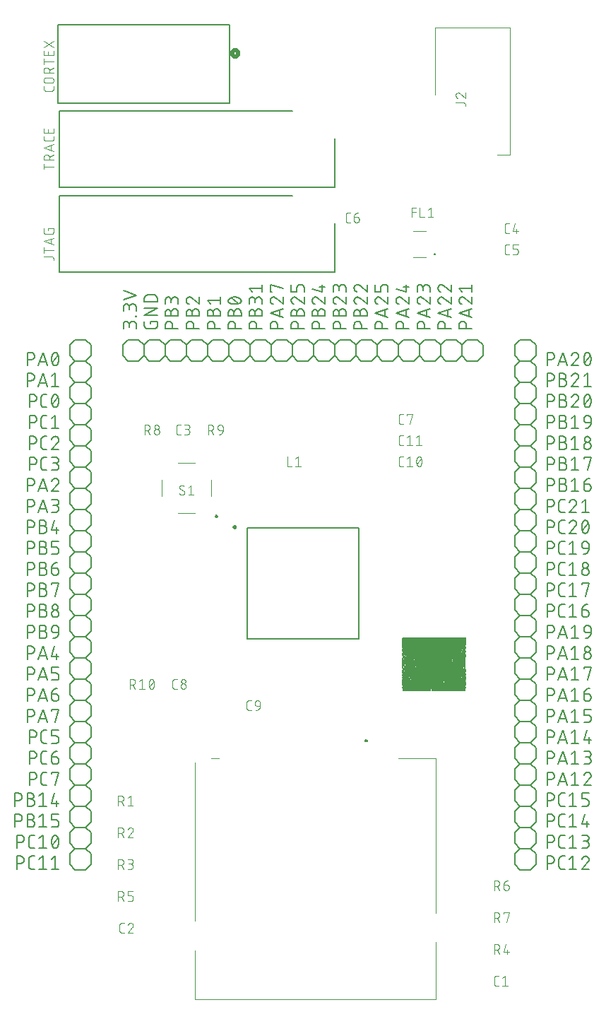
<source format=gbr>
G04 EAGLE Gerber RS-274X export*
G75*
%MOMM*%
%FSLAX34Y34*%
%LPD*%
%INSilkscreen Top*%
%IPPOS*%
%AMOC8*
5,1,8,0,0,1.08239X$1,22.5*%
G01*
%ADD10C,0.127000*%
%ADD11R,1.905000X0.025400*%
%ADD12R,1.574800X0.025400*%
%ADD13R,0.660400X0.025400*%
%ADD14R,1.879600X0.025400*%
%ADD15R,0.711200X0.025400*%
%ADD16R,1.854200X0.025400*%
%ADD17R,1.600200X0.025400*%
%ADD18R,0.025400X0.025400*%
%ADD19R,0.406400X0.025400*%
%ADD20R,0.279400X0.025400*%
%ADD21R,0.533400X0.025400*%
%ADD22R,0.152400X0.025400*%
%ADD23R,4.419600X0.025400*%
%ADD24R,4.368800X0.025400*%
%ADD25R,1.625600X0.025400*%
%ADD26R,4.318000X0.025400*%
%ADD27R,1.651000X0.025400*%
%ADD28R,2.082800X0.025400*%
%ADD29R,1.981200X0.025400*%
%ADD30R,0.254000X0.025400*%
%ADD31R,1.727200X0.025400*%
%ADD32R,1.676400X0.025400*%
%ADD33R,0.685800X0.025400*%
%ADD34R,1.549400X0.025400*%
%ADD35R,1.041400X0.025400*%
%ADD36R,1.498600X0.025400*%
%ADD37R,1.397000X0.025400*%
%ADD38R,1.701800X0.025400*%
%ADD39R,1.320800X0.025400*%
%ADD40R,1.371600X0.025400*%
%ADD41R,1.270000X0.025400*%
%ADD42R,1.143000X0.025400*%
%ADD43R,1.803400X0.025400*%
%ADD44R,1.117600X0.025400*%
%ADD45R,1.016000X0.025400*%
%ADD46R,2.032000X0.025400*%
%ADD47R,0.914400X0.025400*%
%ADD48R,2.235200X0.025400*%
%ADD49R,0.787400X0.025400*%
%ADD50R,1.752600X0.025400*%
%ADD51R,2.413000X0.025400*%
%ADD52R,0.812800X0.025400*%
%ADD53R,2.616200X0.025400*%
%ADD54R,0.584200X0.025400*%
%ADD55R,1.778000X0.025400*%
%ADD56R,2.768600X0.025400*%
%ADD57R,0.609600X0.025400*%
%ADD58R,2.946400X0.025400*%
%ADD59R,0.508000X0.025400*%
%ADD60R,3.098800X0.025400*%
%ADD61R,3.251200X0.025400*%
%ADD62R,0.482600X0.025400*%
%ADD63R,0.076200X0.025400*%
%ADD64R,3.073400X0.025400*%
%ADD65R,0.457200X0.025400*%
%ADD66R,3.048000X0.025400*%
%ADD67R,0.228600X0.025400*%
%ADD68R,0.381000X0.025400*%
%ADD69R,1.447800X0.025400*%
%ADD70R,0.127000X0.025400*%
%ADD71R,0.177800X0.025400*%
%ADD72R,0.304800X0.025400*%
%ADD73R,0.431800X0.025400*%
%ADD74R,0.101600X0.025400*%
%ADD75R,3.149600X0.025400*%
%ADD76R,0.330200X0.025400*%
%ADD77R,0.050800X0.025400*%
%ADD78R,0.203200X0.025400*%
%ADD79R,1.422400X0.025400*%
%ADD80R,1.168400X0.025400*%
%ADD81R,0.355600X0.025400*%
%ADD82R,1.295400X0.025400*%
%ADD83R,1.219200X0.025400*%
%ADD84R,0.558800X0.025400*%
%ADD85R,0.939800X0.025400*%
%ADD86R,0.863600X0.025400*%
%ADD87R,1.092200X0.025400*%
%ADD88R,0.635000X0.025400*%
%ADD89R,0.762000X0.025400*%
%ADD90R,0.736600X0.025400*%
%ADD91R,0.990600X0.025400*%
%ADD92R,1.066800X0.025400*%
%ADD93R,0.838200X0.025400*%
%ADD94R,0.965200X0.025400*%
%ADD95R,0.889000X0.025400*%
%ADD96R,1.473200X0.025400*%
%ADD97R,1.524000X0.025400*%
%ADD98R,2.159000X0.025400*%
%ADD99R,1.955800X0.025400*%
%ADD100R,1.930400X0.025400*%
%ADD101R,1.193800X0.025400*%
%ADD102R,1.244600X0.025400*%
%ADD103R,2.133600X0.025400*%
%ADD104R,2.184400X0.025400*%
%ADD105R,1.346200X0.025400*%
%ADD106R,2.286000X0.025400*%
%ADD107R,2.336800X0.025400*%
%ADD108R,2.438400X0.025400*%
%ADD109R,2.489200X0.025400*%
%ADD110R,3.759200X0.025400*%
%ADD111R,3.810000X0.025400*%
%ADD112R,3.860800X0.025400*%
%ADD113R,3.911600X0.025400*%
%ADD114R,3.962400X0.025400*%
%ADD115R,4.013200X0.025400*%
%ADD116R,4.064000X0.025400*%
%ADD117R,4.114800X0.025400*%
%ADD118R,4.165600X0.025400*%
%ADD119R,4.216400X0.025400*%
%ADD120R,4.267200X0.025400*%
%ADD121R,4.292600X0.025400*%
%ADD122R,3.733800X0.025400*%
%ADD123R,5.588000X0.025400*%
%ADD124R,5.689600X0.025400*%
%ADD125R,5.842000X0.025400*%
%ADD126R,5.943600X0.025400*%
%ADD127R,5.994400X0.025400*%
%ADD128R,6.096000X0.025400*%
%ADD129R,6.146800X0.025400*%
%ADD130R,4.724400X0.025400*%
%ADD131R,4.775200X0.025400*%
%ADD132R,4.826000X0.025400*%
%ADD133R,4.876800X0.025400*%
%ADD134R,4.927600X0.025400*%
%ADD135R,4.978400X0.025400*%
%ADD136R,5.029200X0.025400*%
%ADD137R,5.080000X0.025400*%
%ADD138R,5.130800X0.025400*%
%ADD139R,5.181600X0.025400*%
%ADD140R,5.232400X0.025400*%
%ADD141R,5.283200X0.025400*%
%ADD142R,5.384800X0.025400*%
%ADD143R,5.435600X0.025400*%
%ADD144R,5.562600X0.025400*%
%ADD145R,5.791200X0.025400*%
%ADD146R,6.248400X0.025400*%
%ADD147R,6.299200X0.025400*%
%ADD148R,6.350000X0.025400*%
%ADD149R,6.400800X0.025400*%
%ADD150R,2.895600X0.025400*%
%ADD151R,2.717800X0.025400*%
%ADD152R,2.514600X0.025400*%
%ADD153R,2.057400X0.025400*%
%ADD154R,4.470400X0.025400*%
%ADD155R,4.521200X0.025400*%
%ADD156R,4.622800X0.025400*%
%ADD157R,4.648200X0.025400*%
%ADD158R,4.673600X0.025400*%
%ADD159R,4.546600X0.025400*%
%ADD160R,4.445000X0.025400*%
%ADD161R,3.937000X0.025400*%
%ADD162R,3.835400X0.025400*%
%ADD163R,3.708400X0.025400*%
%ADD164R,3.581400X0.025400*%
%ADD165R,3.454400X0.025400*%
%ADD166R,3.302000X0.025400*%
%ADD167R,2.997200X0.025400*%
%ADD168R,2.819400X0.025400*%
%ADD169R,2.641600X0.025400*%
%ADD170R,2.209800X0.025400*%
%ADD171R,2.006600X0.025400*%
%ADD172R,2.362200X0.025400*%
%ADD173R,2.463800X0.025400*%
%ADD174R,2.540000X0.025400*%
%ADD175R,2.667000X0.025400*%
%ADD176R,2.921000X0.025400*%
%ADD177R,2.794000X0.025400*%
%ADD178R,3.276600X0.025400*%
%ADD179R,3.556000X0.025400*%
%ADD180C,0.101600*%
%ADD181C,0.152400*%
%ADD182C,0.508000*%
%ADD183C,0.076200*%
%ADD184C,0.100000*%
%ADD185C,0.200000*%
%ADD186C,0.200000*%
%ADD187C,0.250000*%


D10*
X25218Y769239D02*
X25218Y784733D01*
X29522Y784733D01*
X29652Y784731D01*
X29782Y784725D01*
X29912Y784715D01*
X30041Y784702D01*
X30170Y784684D01*
X30298Y784663D01*
X30425Y784637D01*
X30552Y784608D01*
X30678Y784575D01*
X30802Y784538D01*
X30926Y784498D01*
X31048Y784453D01*
X31169Y784405D01*
X31288Y784354D01*
X31406Y784299D01*
X31522Y784240D01*
X31636Y784178D01*
X31749Y784112D01*
X31859Y784043D01*
X31967Y783971D01*
X32073Y783896D01*
X32176Y783817D01*
X32277Y783735D01*
X32376Y783651D01*
X32472Y783563D01*
X32565Y783472D01*
X32656Y783379D01*
X32744Y783283D01*
X32828Y783184D01*
X32910Y783083D01*
X32989Y782980D01*
X33064Y782874D01*
X33136Y782766D01*
X33205Y782656D01*
X33271Y782543D01*
X33333Y782429D01*
X33392Y782313D01*
X33447Y782195D01*
X33498Y782076D01*
X33546Y781955D01*
X33591Y781833D01*
X33631Y781709D01*
X33668Y781585D01*
X33701Y781459D01*
X33730Y781332D01*
X33756Y781205D01*
X33777Y781077D01*
X33795Y780948D01*
X33808Y780819D01*
X33818Y780689D01*
X33824Y780559D01*
X33826Y780429D01*
X33824Y780299D01*
X33818Y780169D01*
X33808Y780039D01*
X33795Y779910D01*
X33777Y779781D01*
X33756Y779653D01*
X33730Y779526D01*
X33701Y779399D01*
X33668Y779273D01*
X33631Y779149D01*
X33591Y779025D01*
X33546Y778903D01*
X33498Y778782D01*
X33447Y778663D01*
X33392Y778545D01*
X33333Y778429D01*
X33271Y778315D01*
X33205Y778202D01*
X33136Y778092D01*
X33064Y777984D01*
X32989Y777878D01*
X32910Y777775D01*
X32828Y777674D01*
X32744Y777575D01*
X32656Y777479D01*
X32565Y777386D01*
X32472Y777295D01*
X32376Y777207D01*
X32277Y777123D01*
X32176Y777041D01*
X32073Y776962D01*
X31967Y776887D01*
X31859Y776815D01*
X31749Y776746D01*
X31636Y776680D01*
X31522Y776618D01*
X31406Y776559D01*
X31288Y776504D01*
X31169Y776453D01*
X31048Y776405D01*
X30926Y776360D01*
X30802Y776320D01*
X30678Y776283D01*
X30552Y776250D01*
X30425Y776221D01*
X30298Y776195D01*
X30170Y776174D01*
X30041Y776156D01*
X29912Y776143D01*
X29782Y776133D01*
X29652Y776127D01*
X29522Y776125D01*
X25218Y776125D01*
X38531Y769239D02*
X43695Y784733D01*
X48860Y769239D01*
X47569Y773113D02*
X39822Y773113D01*
X54257Y776986D02*
X54261Y777291D01*
X54272Y777595D01*
X54290Y777900D01*
X54315Y778203D01*
X54348Y778506D01*
X54388Y778809D01*
X54435Y779110D01*
X54489Y779410D01*
X54551Y779708D01*
X54619Y780005D01*
X54695Y780301D01*
X54777Y780594D01*
X54867Y780885D01*
X54964Y781174D01*
X55067Y781461D01*
X55177Y781745D01*
X55294Y782027D01*
X55418Y782305D01*
X55548Y782581D01*
X55586Y782684D01*
X55626Y782786D01*
X55671Y782886D01*
X55719Y782985D01*
X55770Y783082D01*
X55824Y783177D01*
X55882Y783271D01*
X55943Y783362D01*
X56007Y783451D01*
X56074Y783538D01*
X56144Y783622D01*
X56217Y783705D01*
X56293Y783784D01*
X56371Y783861D01*
X56452Y783935D01*
X56536Y784006D01*
X56622Y784074D01*
X56710Y784140D01*
X56800Y784202D01*
X56893Y784261D01*
X56987Y784317D01*
X57083Y784370D01*
X57181Y784419D01*
X57281Y784465D01*
X57382Y784507D01*
X57485Y784546D01*
X57589Y784581D01*
X57694Y784613D01*
X57800Y784641D01*
X57907Y784665D01*
X58015Y784686D01*
X58123Y784703D01*
X58232Y784716D01*
X58342Y784725D01*
X58451Y784731D01*
X58561Y784733D01*
X58671Y784731D01*
X58780Y784725D01*
X58890Y784716D01*
X58999Y784703D01*
X59107Y784686D01*
X59215Y784665D01*
X59322Y784641D01*
X59428Y784613D01*
X59533Y784581D01*
X59637Y784546D01*
X59740Y784507D01*
X59841Y784465D01*
X59941Y784419D01*
X60039Y784370D01*
X60135Y784317D01*
X60229Y784261D01*
X60322Y784202D01*
X60412Y784140D01*
X60500Y784074D01*
X60586Y784006D01*
X60670Y783935D01*
X60751Y783861D01*
X60829Y783784D01*
X60905Y783704D01*
X60978Y783622D01*
X61048Y783538D01*
X61115Y783451D01*
X61179Y783362D01*
X61240Y783271D01*
X61298Y783177D01*
X61352Y783082D01*
X61403Y782985D01*
X61451Y782886D01*
X61496Y782786D01*
X61536Y782684D01*
X61574Y782581D01*
X61704Y782305D01*
X61828Y782027D01*
X61945Y781745D01*
X62055Y781461D01*
X62158Y781174D01*
X62255Y780885D01*
X62345Y780594D01*
X62427Y780301D01*
X62503Y780005D01*
X62571Y779708D01*
X62633Y779410D01*
X62687Y779110D01*
X62734Y778809D01*
X62774Y778506D01*
X62807Y778203D01*
X62832Y777900D01*
X62850Y777595D01*
X62861Y777291D01*
X62865Y776986D01*
X54258Y776986D02*
X54262Y776681D01*
X54273Y776377D01*
X54291Y776072D01*
X54316Y775769D01*
X54349Y775466D01*
X54389Y775163D01*
X54436Y774862D01*
X54490Y774562D01*
X54552Y774264D01*
X54620Y773967D01*
X54696Y773671D01*
X54778Y773378D01*
X54868Y773087D01*
X54965Y772798D01*
X55068Y772511D01*
X55178Y772227D01*
X55295Y771945D01*
X55419Y771667D01*
X55549Y771391D01*
X55548Y771391D02*
X55586Y771288D01*
X55626Y771186D01*
X55671Y771086D01*
X55719Y770987D01*
X55770Y770890D01*
X55824Y770795D01*
X55882Y770701D01*
X55943Y770610D01*
X56007Y770521D01*
X56074Y770434D01*
X56144Y770349D01*
X56217Y770267D01*
X56293Y770188D01*
X56371Y770111D01*
X56452Y770037D01*
X56536Y769966D01*
X56622Y769898D01*
X56710Y769832D01*
X56800Y769770D01*
X56893Y769711D01*
X56987Y769655D01*
X57083Y769602D01*
X57182Y769553D01*
X57281Y769507D01*
X57382Y769465D01*
X57485Y769426D01*
X57589Y769391D01*
X57694Y769359D01*
X57800Y769331D01*
X57907Y769307D01*
X58015Y769286D01*
X58123Y769269D01*
X58232Y769256D01*
X58342Y769247D01*
X58451Y769241D01*
X58561Y769239D01*
X61574Y771391D02*
X61704Y771667D01*
X61828Y771945D01*
X61945Y772227D01*
X62055Y772511D01*
X62158Y772798D01*
X62255Y773087D01*
X62345Y773378D01*
X62427Y773671D01*
X62503Y773967D01*
X62571Y774264D01*
X62633Y774562D01*
X62687Y774862D01*
X62734Y775163D01*
X62774Y775466D01*
X62807Y775769D01*
X62832Y776072D01*
X62850Y776377D01*
X62861Y776681D01*
X62865Y776986D01*
X61574Y771391D02*
X61536Y771288D01*
X61496Y771186D01*
X61451Y771086D01*
X61403Y770987D01*
X61352Y770890D01*
X61298Y770795D01*
X61240Y770701D01*
X61179Y770610D01*
X61115Y770521D01*
X61048Y770434D01*
X60978Y770350D01*
X60905Y770267D01*
X60829Y770188D01*
X60751Y770111D01*
X60670Y770037D01*
X60586Y769966D01*
X60500Y769898D01*
X60412Y769832D01*
X60322Y769770D01*
X60229Y769711D01*
X60135Y769655D01*
X60039Y769602D01*
X59941Y769553D01*
X59841Y769507D01*
X59740Y769465D01*
X59637Y769426D01*
X59533Y769391D01*
X59428Y769359D01*
X59322Y769331D01*
X59215Y769307D01*
X59107Y769286D01*
X58999Y769269D01*
X58890Y769256D01*
X58780Y769247D01*
X58671Y769241D01*
X58561Y769239D01*
X55118Y772682D02*
X62004Y781290D01*
X25218Y759587D02*
X25218Y744093D01*
X25218Y759587D02*
X29522Y759587D01*
X29652Y759585D01*
X29782Y759579D01*
X29912Y759569D01*
X30041Y759556D01*
X30170Y759538D01*
X30298Y759517D01*
X30425Y759491D01*
X30552Y759462D01*
X30678Y759429D01*
X30802Y759392D01*
X30926Y759352D01*
X31048Y759307D01*
X31169Y759259D01*
X31288Y759208D01*
X31406Y759153D01*
X31522Y759094D01*
X31636Y759032D01*
X31749Y758966D01*
X31859Y758897D01*
X31967Y758825D01*
X32073Y758750D01*
X32176Y758671D01*
X32277Y758589D01*
X32376Y758505D01*
X32472Y758417D01*
X32565Y758326D01*
X32656Y758233D01*
X32744Y758137D01*
X32828Y758038D01*
X32910Y757937D01*
X32989Y757834D01*
X33064Y757728D01*
X33136Y757620D01*
X33205Y757510D01*
X33271Y757397D01*
X33333Y757283D01*
X33392Y757167D01*
X33447Y757049D01*
X33498Y756930D01*
X33546Y756809D01*
X33591Y756687D01*
X33631Y756563D01*
X33668Y756439D01*
X33701Y756313D01*
X33730Y756186D01*
X33756Y756059D01*
X33777Y755931D01*
X33795Y755802D01*
X33808Y755673D01*
X33818Y755543D01*
X33824Y755413D01*
X33826Y755283D01*
X33824Y755153D01*
X33818Y755023D01*
X33808Y754893D01*
X33795Y754764D01*
X33777Y754635D01*
X33756Y754507D01*
X33730Y754380D01*
X33701Y754253D01*
X33668Y754127D01*
X33631Y754003D01*
X33591Y753879D01*
X33546Y753757D01*
X33498Y753636D01*
X33447Y753517D01*
X33392Y753399D01*
X33333Y753283D01*
X33271Y753169D01*
X33205Y753056D01*
X33136Y752946D01*
X33064Y752838D01*
X32989Y752732D01*
X32910Y752629D01*
X32828Y752528D01*
X32744Y752429D01*
X32656Y752333D01*
X32565Y752240D01*
X32472Y752149D01*
X32376Y752061D01*
X32277Y751977D01*
X32176Y751895D01*
X32073Y751816D01*
X31967Y751741D01*
X31859Y751669D01*
X31749Y751600D01*
X31636Y751534D01*
X31522Y751472D01*
X31406Y751413D01*
X31288Y751358D01*
X31169Y751307D01*
X31048Y751259D01*
X30926Y751214D01*
X30802Y751174D01*
X30678Y751137D01*
X30552Y751104D01*
X30425Y751075D01*
X30298Y751049D01*
X30170Y751028D01*
X30041Y751010D01*
X29912Y750997D01*
X29782Y750987D01*
X29652Y750981D01*
X29522Y750979D01*
X25218Y750979D01*
X38531Y744093D02*
X43695Y759587D01*
X48860Y744093D01*
X47569Y747967D02*
X39822Y747967D01*
X54257Y756144D02*
X58561Y759587D01*
X58561Y744093D01*
X54257Y744093D02*
X62865Y744093D01*
X27696Y734441D02*
X27696Y718947D01*
X27696Y734441D02*
X32000Y734441D01*
X32130Y734439D01*
X32260Y734433D01*
X32390Y734423D01*
X32519Y734410D01*
X32648Y734392D01*
X32776Y734371D01*
X32903Y734345D01*
X33030Y734316D01*
X33156Y734283D01*
X33280Y734246D01*
X33404Y734206D01*
X33526Y734161D01*
X33647Y734113D01*
X33766Y734062D01*
X33884Y734007D01*
X34000Y733948D01*
X34114Y733886D01*
X34227Y733820D01*
X34337Y733751D01*
X34445Y733679D01*
X34551Y733604D01*
X34654Y733525D01*
X34755Y733443D01*
X34854Y733359D01*
X34950Y733271D01*
X35043Y733180D01*
X35134Y733087D01*
X35222Y732991D01*
X35306Y732892D01*
X35388Y732791D01*
X35467Y732688D01*
X35542Y732582D01*
X35614Y732474D01*
X35683Y732364D01*
X35749Y732251D01*
X35811Y732137D01*
X35870Y732021D01*
X35925Y731903D01*
X35976Y731784D01*
X36024Y731663D01*
X36069Y731541D01*
X36109Y731417D01*
X36146Y731293D01*
X36179Y731167D01*
X36208Y731040D01*
X36234Y730913D01*
X36255Y730785D01*
X36273Y730656D01*
X36286Y730527D01*
X36296Y730397D01*
X36302Y730267D01*
X36304Y730137D01*
X36302Y730007D01*
X36296Y729877D01*
X36286Y729747D01*
X36273Y729618D01*
X36255Y729489D01*
X36234Y729361D01*
X36208Y729234D01*
X36179Y729107D01*
X36146Y728981D01*
X36109Y728857D01*
X36069Y728733D01*
X36024Y728611D01*
X35976Y728490D01*
X35925Y728371D01*
X35870Y728253D01*
X35811Y728137D01*
X35749Y728023D01*
X35683Y727910D01*
X35614Y727800D01*
X35542Y727692D01*
X35467Y727586D01*
X35388Y727483D01*
X35306Y727382D01*
X35222Y727283D01*
X35134Y727187D01*
X35043Y727094D01*
X34950Y727003D01*
X34854Y726915D01*
X34755Y726831D01*
X34654Y726749D01*
X34551Y726670D01*
X34445Y726595D01*
X34337Y726523D01*
X34227Y726454D01*
X34114Y726388D01*
X34000Y726326D01*
X33884Y726267D01*
X33766Y726212D01*
X33647Y726161D01*
X33526Y726113D01*
X33404Y726068D01*
X33280Y726028D01*
X33156Y725991D01*
X33030Y725958D01*
X32903Y725929D01*
X32776Y725903D01*
X32648Y725882D01*
X32519Y725864D01*
X32390Y725851D01*
X32260Y725841D01*
X32130Y725835D01*
X32000Y725833D01*
X27696Y725833D01*
X45275Y718947D02*
X48718Y718947D01*
X45275Y718947D02*
X45160Y718949D01*
X45045Y718955D01*
X44930Y718964D01*
X44816Y718978D01*
X44702Y718995D01*
X44589Y719016D01*
X44477Y719041D01*
X44365Y719069D01*
X44255Y719102D01*
X44146Y719138D01*
X44038Y719177D01*
X43931Y719220D01*
X43826Y719267D01*
X43722Y719317D01*
X43620Y719371D01*
X43520Y719428D01*
X43422Y719488D01*
X43326Y719551D01*
X43233Y719618D01*
X43141Y719688D01*
X43052Y719761D01*
X42965Y719836D01*
X42881Y719915D01*
X42800Y719996D01*
X42721Y720080D01*
X42646Y720167D01*
X42573Y720256D01*
X42503Y720348D01*
X42436Y720441D01*
X42373Y720537D01*
X42313Y720635D01*
X42256Y720735D01*
X42202Y720837D01*
X42152Y720941D01*
X42105Y721046D01*
X42062Y721153D01*
X42023Y721261D01*
X41987Y721370D01*
X41954Y721480D01*
X41926Y721592D01*
X41901Y721704D01*
X41880Y721817D01*
X41863Y721931D01*
X41849Y722045D01*
X41840Y722160D01*
X41834Y722275D01*
X41832Y722390D01*
X41832Y730998D01*
X41834Y731113D01*
X41840Y731228D01*
X41849Y731343D01*
X41863Y731457D01*
X41880Y731571D01*
X41901Y731684D01*
X41926Y731796D01*
X41954Y731908D01*
X41987Y732018D01*
X42023Y732127D01*
X42062Y732235D01*
X42105Y732342D01*
X42152Y732447D01*
X42202Y732551D01*
X42256Y732653D01*
X42313Y732753D01*
X42373Y732851D01*
X42436Y732947D01*
X42503Y733040D01*
X42573Y733132D01*
X42646Y733221D01*
X42721Y733308D01*
X42800Y733392D01*
X42881Y733473D01*
X42965Y733551D01*
X43052Y733627D01*
X43141Y733700D01*
X43233Y733770D01*
X43326Y733837D01*
X43422Y733900D01*
X43520Y733960D01*
X43620Y734017D01*
X43722Y734071D01*
X43826Y734121D01*
X43931Y734168D01*
X44038Y734211D01*
X44146Y734250D01*
X44255Y734286D01*
X44365Y734319D01*
X44477Y734347D01*
X44589Y734372D01*
X44702Y734393D01*
X44816Y734410D01*
X44930Y734424D01*
X45045Y734433D01*
X45160Y734439D01*
X45275Y734441D01*
X48718Y734441D01*
X55548Y732289D02*
X55418Y732013D01*
X55294Y731735D01*
X55177Y731453D01*
X55067Y731169D01*
X54964Y730882D01*
X54867Y730593D01*
X54777Y730302D01*
X54695Y730009D01*
X54619Y729713D01*
X54551Y729416D01*
X54489Y729118D01*
X54435Y728818D01*
X54388Y728517D01*
X54348Y728214D01*
X54315Y727911D01*
X54290Y727608D01*
X54272Y727303D01*
X54261Y726999D01*
X54257Y726694D01*
X55548Y732289D02*
X55586Y732392D01*
X55626Y732494D01*
X55671Y732594D01*
X55719Y732693D01*
X55770Y732790D01*
X55824Y732885D01*
X55882Y732979D01*
X55943Y733070D01*
X56007Y733159D01*
X56074Y733246D01*
X56144Y733330D01*
X56217Y733413D01*
X56293Y733492D01*
X56371Y733569D01*
X56452Y733643D01*
X56536Y733714D01*
X56622Y733782D01*
X56710Y733848D01*
X56800Y733910D01*
X56893Y733969D01*
X56987Y734025D01*
X57083Y734078D01*
X57181Y734127D01*
X57281Y734173D01*
X57382Y734215D01*
X57485Y734254D01*
X57589Y734289D01*
X57694Y734321D01*
X57800Y734349D01*
X57907Y734373D01*
X58015Y734394D01*
X58123Y734411D01*
X58232Y734424D01*
X58342Y734433D01*
X58451Y734439D01*
X58561Y734441D01*
X58671Y734439D01*
X58780Y734433D01*
X58890Y734424D01*
X58999Y734411D01*
X59107Y734394D01*
X59215Y734373D01*
X59322Y734349D01*
X59428Y734321D01*
X59533Y734289D01*
X59637Y734254D01*
X59740Y734215D01*
X59841Y734173D01*
X59941Y734127D01*
X60039Y734078D01*
X60135Y734025D01*
X60229Y733969D01*
X60322Y733910D01*
X60412Y733848D01*
X60500Y733782D01*
X60586Y733714D01*
X60670Y733643D01*
X60751Y733569D01*
X60829Y733492D01*
X60905Y733412D01*
X60978Y733330D01*
X61048Y733246D01*
X61115Y733159D01*
X61179Y733070D01*
X61240Y732979D01*
X61298Y732885D01*
X61352Y732790D01*
X61403Y732693D01*
X61451Y732594D01*
X61496Y732494D01*
X61536Y732392D01*
X61574Y732289D01*
X61704Y732013D01*
X61828Y731735D01*
X61945Y731453D01*
X62055Y731169D01*
X62158Y730882D01*
X62255Y730593D01*
X62345Y730302D01*
X62427Y730009D01*
X62503Y729713D01*
X62571Y729416D01*
X62633Y729118D01*
X62687Y728818D01*
X62734Y728517D01*
X62774Y728214D01*
X62807Y727911D01*
X62832Y727608D01*
X62850Y727303D01*
X62861Y726999D01*
X62865Y726694D01*
X54258Y726694D02*
X54262Y726389D01*
X54273Y726085D01*
X54291Y725780D01*
X54316Y725477D01*
X54349Y725174D01*
X54389Y724871D01*
X54436Y724570D01*
X54490Y724270D01*
X54552Y723972D01*
X54620Y723675D01*
X54696Y723379D01*
X54778Y723086D01*
X54868Y722795D01*
X54965Y722506D01*
X55068Y722219D01*
X55178Y721935D01*
X55295Y721653D01*
X55419Y721375D01*
X55549Y721099D01*
X55548Y721099D02*
X55586Y720996D01*
X55626Y720894D01*
X55671Y720794D01*
X55719Y720695D01*
X55770Y720598D01*
X55824Y720503D01*
X55882Y720409D01*
X55943Y720318D01*
X56007Y720229D01*
X56074Y720142D01*
X56144Y720057D01*
X56217Y719975D01*
X56293Y719896D01*
X56371Y719819D01*
X56452Y719745D01*
X56536Y719674D01*
X56622Y719606D01*
X56710Y719540D01*
X56800Y719478D01*
X56893Y719419D01*
X56987Y719363D01*
X57083Y719310D01*
X57182Y719261D01*
X57281Y719215D01*
X57382Y719173D01*
X57485Y719134D01*
X57589Y719099D01*
X57694Y719067D01*
X57800Y719039D01*
X57907Y719015D01*
X58015Y718994D01*
X58123Y718977D01*
X58232Y718964D01*
X58342Y718955D01*
X58451Y718949D01*
X58561Y718947D01*
X61574Y721099D02*
X61704Y721375D01*
X61828Y721653D01*
X61945Y721935D01*
X62055Y722219D01*
X62158Y722506D01*
X62255Y722795D01*
X62345Y723086D01*
X62427Y723379D01*
X62503Y723675D01*
X62571Y723972D01*
X62633Y724270D01*
X62687Y724570D01*
X62734Y724871D01*
X62774Y725174D01*
X62807Y725477D01*
X62832Y725780D01*
X62850Y726085D01*
X62861Y726389D01*
X62865Y726694D01*
X61574Y721099D02*
X61536Y720996D01*
X61496Y720894D01*
X61451Y720794D01*
X61403Y720695D01*
X61352Y720598D01*
X61298Y720503D01*
X61240Y720409D01*
X61179Y720318D01*
X61115Y720229D01*
X61048Y720142D01*
X60978Y720058D01*
X60905Y719975D01*
X60829Y719896D01*
X60751Y719819D01*
X60670Y719745D01*
X60586Y719674D01*
X60500Y719606D01*
X60412Y719540D01*
X60322Y719478D01*
X60229Y719419D01*
X60135Y719363D01*
X60039Y719310D01*
X59941Y719261D01*
X59841Y719215D01*
X59740Y719173D01*
X59637Y719134D01*
X59533Y719099D01*
X59428Y719067D01*
X59322Y719039D01*
X59215Y719015D01*
X59107Y718994D01*
X58999Y718977D01*
X58890Y718964D01*
X58780Y718955D01*
X58671Y718949D01*
X58561Y718947D01*
X55118Y722390D02*
X62004Y730998D01*
X27696Y709295D02*
X27696Y693801D01*
X27696Y709295D02*
X32000Y709295D01*
X32130Y709293D01*
X32260Y709287D01*
X32390Y709277D01*
X32519Y709264D01*
X32648Y709246D01*
X32776Y709225D01*
X32903Y709199D01*
X33030Y709170D01*
X33156Y709137D01*
X33280Y709100D01*
X33404Y709060D01*
X33526Y709015D01*
X33647Y708967D01*
X33766Y708916D01*
X33884Y708861D01*
X34000Y708802D01*
X34114Y708740D01*
X34227Y708674D01*
X34337Y708605D01*
X34445Y708533D01*
X34551Y708458D01*
X34654Y708379D01*
X34755Y708297D01*
X34854Y708213D01*
X34950Y708125D01*
X35043Y708034D01*
X35134Y707941D01*
X35222Y707845D01*
X35306Y707746D01*
X35388Y707645D01*
X35467Y707542D01*
X35542Y707436D01*
X35614Y707328D01*
X35683Y707218D01*
X35749Y707105D01*
X35811Y706991D01*
X35870Y706875D01*
X35925Y706757D01*
X35976Y706638D01*
X36024Y706517D01*
X36069Y706395D01*
X36109Y706271D01*
X36146Y706147D01*
X36179Y706021D01*
X36208Y705894D01*
X36234Y705767D01*
X36255Y705639D01*
X36273Y705510D01*
X36286Y705381D01*
X36296Y705251D01*
X36302Y705121D01*
X36304Y704991D01*
X36302Y704861D01*
X36296Y704731D01*
X36286Y704601D01*
X36273Y704472D01*
X36255Y704343D01*
X36234Y704215D01*
X36208Y704088D01*
X36179Y703961D01*
X36146Y703835D01*
X36109Y703711D01*
X36069Y703587D01*
X36024Y703465D01*
X35976Y703344D01*
X35925Y703225D01*
X35870Y703107D01*
X35811Y702991D01*
X35749Y702877D01*
X35683Y702764D01*
X35614Y702654D01*
X35542Y702546D01*
X35467Y702440D01*
X35388Y702337D01*
X35306Y702236D01*
X35222Y702137D01*
X35134Y702041D01*
X35043Y701948D01*
X34950Y701857D01*
X34854Y701769D01*
X34755Y701685D01*
X34654Y701603D01*
X34551Y701524D01*
X34445Y701449D01*
X34337Y701377D01*
X34227Y701308D01*
X34114Y701242D01*
X34000Y701180D01*
X33884Y701121D01*
X33766Y701066D01*
X33647Y701015D01*
X33526Y700967D01*
X33404Y700922D01*
X33280Y700882D01*
X33156Y700845D01*
X33030Y700812D01*
X32903Y700783D01*
X32776Y700757D01*
X32648Y700736D01*
X32519Y700718D01*
X32390Y700705D01*
X32260Y700695D01*
X32130Y700689D01*
X32000Y700687D01*
X27696Y700687D01*
X45275Y693801D02*
X48718Y693801D01*
X45275Y693801D02*
X45160Y693803D01*
X45045Y693809D01*
X44930Y693818D01*
X44816Y693832D01*
X44702Y693849D01*
X44589Y693870D01*
X44477Y693895D01*
X44365Y693923D01*
X44255Y693956D01*
X44146Y693992D01*
X44038Y694031D01*
X43931Y694074D01*
X43826Y694121D01*
X43722Y694171D01*
X43620Y694225D01*
X43520Y694282D01*
X43422Y694342D01*
X43326Y694405D01*
X43233Y694472D01*
X43141Y694542D01*
X43052Y694615D01*
X42965Y694690D01*
X42881Y694769D01*
X42800Y694850D01*
X42721Y694934D01*
X42646Y695021D01*
X42573Y695110D01*
X42503Y695202D01*
X42436Y695295D01*
X42373Y695391D01*
X42313Y695489D01*
X42256Y695589D01*
X42202Y695691D01*
X42152Y695795D01*
X42105Y695900D01*
X42062Y696007D01*
X42023Y696115D01*
X41987Y696224D01*
X41954Y696334D01*
X41926Y696446D01*
X41901Y696558D01*
X41880Y696671D01*
X41863Y696785D01*
X41849Y696899D01*
X41840Y697014D01*
X41834Y697129D01*
X41832Y697244D01*
X41832Y705852D01*
X41834Y705967D01*
X41840Y706082D01*
X41849Y706197D01*
X41863Y706311D01*
X41880Y706425D01*
X41901Y706538D01*
X41926Y706650D01*
X41954Y706762D01*
X41987Y706872D01*
X42023Y706981D01*
X42062Y707089D01*
X42105Y707196D01*
X42152Y707301D01*
X42202Y707405D01*
X42256Y707507D01*
X42313Y707607D01*
X42373Y707705D01*
X42436Y707801D01*
X42503Y707894D01*
X42573Y707986D01*
X42646Y708075D01*
X42721Y708162D01*
X42800Y708246D01*
X42881Y708327D01*
X42965Y708405D01*
X43052Y708481D01*
X43141Y708554D01*
X43233Y708624D01*
X43326Y708691D01*
X43422Y708754D01*
X43520Y708814D01*
X43620Y708871D01*
X43722Y708925D01*
X43826Y708975D01*
X43931Y709022D01*
X44038Y709065D01*
X44146Y709104D01*
X44255Y709140D01*
X44365Y709173D01*
X44477Y709201D01*
X44589Y709226D01*
X44702Y709247D01*
X44816Y709264D01*
X44930Y709278D01*
X45045Y709287D01*
X45160Y709293D01*
X45275Y709295D01*
X48718Y709295D01*
X54257Y705852D02*
X58561Y709295D01*
X58561Y693801D01*
X54257Y693801D02*
X62865Y693801D01*
X27696Y684149D02*
X27696Y668655D01*
X27696Y684149D02*
X32000Y684149D01*
X32130Y684147D01*
X32260Y684141D01*
X32390Y684131D01*
X32519Y684118D01*
X32648Y684100D01*
X32776Y684079D01*
X32903Y684053D01*
X33030Y684024D01*
X33156Y683991D01*
X33280Y683954D01*
X33404Y683914D01*
X33526Y683869D01*
X33647Y683821D01*
X33766Y683770D01*
X33884Y683715D01*
X34000Y683656D01*
X34114Y683594D01*
X34227Y683528D01*
X34337Y683459D01*
X34445Y683387D01*
X34551Y683312D01*
X34654Y683233D01*
X34755Y683151D01*
X34854Y683067D01*
X34950Y682979D01*
X35043Y682888D01*
X35134Y682795D01*
X35222Y682699D01*
X35306Y682600D01*
X35388Y682499D01*
X35467Y682396D01*
X35542Y682290D01*
X35614Y682182D01*
X35683Y682072D01*
X35749Y681959D01*
X35811Y681845D01*
X35870Y681729D01*
X35925Y681611D01*
X35976Y681492D01*
X36024Y681371D01*
X36069Y681249D01*
X36109Y681125D01*
X36146Y681001D01*
X36179Y680875D01*
X36208Y680748D01*
X36234Y680621D01*
X36255Y680493D01*
X36273Y680364D01*
X36286Y680235D01*
X36296Y680105D01*
X36302Y679975D01*
X36304Y679845D01*
X36302Y679715D01*
X36296Y679585D01*
X36286Y679455D01*
X36273Y679326D01*
X36255Y679197D01*
X36234Y679069D01*
X36208Y678942D01*
X36179Y678815D01*
X36146Y678689D01*
X36109Y678565D01*
X36069Y678441D01*
X36024Y678319D01*
X35976Y678198D01*
X35925Y678079D01*
X35870Y677961D01*
X35811Y677845D01*
X35749Y677731D01*
X35683Y677618D01*
X35614Y677508D01*
X35542Y677400D01*
X35467Y677294D01*
X35388Y677191D01*
X35306Y677090D01*
X35222Y676991D01*
X35134Y676895D01*
X35043Y676802D01*
X34950Y676711D01*
X34854Y676623D01*
X34755Y676539D01*
X34654Y676457D01*
X34551Y676378D01*
X34445Y676303D01*
X34337Y676231D01*
X34227Y676162D01*
X34114Y676096D01*
X34000Y676034D01*
X33884Y675975D01*
X33766Y675920D01*
X33647Y675869D01*
X33526Y675821D01*
X33404Y675776D01*
X33280Y675736D01*
X33156Y675699D01*
X33030Y675666D01*
X32903Y675637D01*
X32776Y675611D01*
X32648Y675590D01*
X32519Y675572D01*
X32390Y675559D01*
X32260Y675549D01*
X32130Y675543D01*
X32000Y675541D01*
X27696Y675541D01*
X45275Y668655D02*
X48718Y668655D01*
X45275Y668655D02*
X45160Y668657D01*
X45045Y668663D01*
X44930Y668672D01*
X44816Y668686D01*
X44702Y668703D01*
X44589Y668724D01*
X44477Y668749D01*
X44365Y668777D01*
X44255Y668810D01*
X44146Y668846D01*
X44038Y668885D01*
X43931Y668928D01*
X43826Y668975D01*
X43722Y669025D01*
X43620Y669079D01*
X43520Y669136D01*
X43422Y669196D01*
X43326Y669259D01*
X43233Y669326D01*
X43141Y669396D01*
X43052Y669469D01*
X42965Y669544D01*
X42881Y669623D01*
X42800Y669704D01*
X42721Y669788D01*
X42646Y669875D01*
X42573Y669964D01*
X42503Y670056D01*
X42436Y670149D01*
X42373Y670245D01*
X42313Y670343D01*
X42256Y670443D01*
X42202Y670545D01*
X42152Y670649D01*
X42105Y670754D01*
X42062Y670861D01*
X42023Y670969D01*
X41987Y671078D01*
X41954Y671188D01*
X41926Y671300D01*
X41901Y671412D01*
X41880Y671525D01*
X41863Y671639D01*
X41849Y671753D01*
X41840Y671868D01*
X41834Y671983D01*
X41832Y672098D01*
X41832Y680706D01*
X41834Y680821D01*
X41840Y680936D01*
X41849Y681051D01*
X41863Y681165D01*
X41880Y681279D01*
X41901Y681392D01*
X41926Y681504D01*
X41954Y681616D01*
X41987Y681726D01*
X42023Y681835D01*
X42062Y681943D01*
X42105Y682050D01*
X42152Y682155D01*
X42202Y682259D01*
X42256Y682361D01*
X42313Y682461D01*
X42373Y682559D01*
X42436Y682655D01*
X42503Y682748D01*
X42573Y682840D01*
X42646Y682929D01*
X42721Y683016D01*
X42800Y683100D01*
X42881Y683181D01*
X42965Y683259D01*
X43052Y683335D01*
X43141Y683408D01*
X43233Y683478D01*
X43326Y683545D01*
X43422Y683608D01*
X43520Y683668D01*
X43620Y683725D01*
X43722Y683779D01*
X43826Y683829D01*
X43931Y683876D01*
X44038Y683919D01*
X44146Y683958D01*
X44255Y683994D01*
X44365Y684027D01*
X44477Y684055D01*
X44589Y684080D01*
X44702Y684101D01*
X44816Y684118D01*
X44930Y684132D01*
X45045Y684141D01*
X45160Y684147D01*
X45275Y684149D01*
X48718Y684149D01*
X58992Y684150D02*
X59114Y684148D01*
X59235Y684142D01*
X59357Y684133D01*
X59478Y684119D01*
X59598Y684102D01*
X59718Y684081D01*
X59837Y684057D01*
X59955Y684028D01*
X60073Y683996D01*
X60189Y683960D01*
X60304Y683921D01*
X60418Y683878D01*
X60531Y683831D01*
X60641Y683781D01*
X60751Y683728D01*
X60858Y683671D01*
X60964Y683611D01*
X61068Y683547D01*
X61170Y683480D01*
X61269Y683410D01*
X61366Y683337D01*
X61461Y683261D01*
X61554Y683182D01*
X61644Y683100D01*
X61731Y683015D01*
X61816Y682928D01*
X61898Y682838D01*
X61977Y682745D01*
X62053Y682650D01*
X62126Y682553D01*
X62196Y682454D01*
X62263Y682352D01*
X62327Y682248D01*
X62387Y682142D01*
X62444Y682035D01*
X62497Y681925D01*
X62547Y681815D01*
X62594Y681702D01*
X62637Y681588D01*
X62676Y681473D01*
X62712Y681357D01*
X62744Y681239D01*
X62773Y681121D01*
X62797Y681002D01*
X62818Y680882D01*
X62835Y680762D01*
X62849Y680641D01*
X62858Y680519D01*
X62864Y680398D01*
X62866Y680276D01*
X58992Y684149D02*
X58853Y684147D01*
X58714Y684141D01*
X58575Y684132D01*
X58437Y684118D01*
X58299Y684100D01*
X58162Y684079D01*
X58025Y684054D01*
X57889Y684025D01*
X57754Y683992D01*
X57619Y683956D01*
X57486Y683916D01*
X57354Y683872D01*
X57224Y683824D01*
X57094Y683773D01*
X56967Y683718D01*
X56840Y683660D01*
X56716Y683598D01*
X56593Y683533D01*
X56472Y683464D01*
X56353Y683392D01*
X56236Y683316D01*
X56122Y683238D01*
X56009Y683156D01*
X55899Y683071D01*
X55791Y682983D01*
X55686Y682892D01*
X55584Y682798D01*
X55484Y682702D01*
X55386Y682602D01*
X55292Y682500D01*
X55200Y682396D01*
X55112Y682288D01*
X55026Y682179D01*
X54944Y682067D01*
X54865Y681952D01*
X54789Y681836D01*
X54716Y681718D01*
X54646Y681597D01*
X54580Y681475D01*
X54518Y681350D01*
X54459Y681225D01*
X54403Y681097D01*
X54351Y680968D01*
X54303Y680838D01*
X54258Y680706D01*
X61574Y677263D02*
X61663Y677350D01*
X61749Y677440D01*
X61833Y677533D01*
X61914Y677628D01*
X61992Y677725D01*
X62067Y677825D01*
X62139Y677927D01*
X62208Y678031D01*
X62273Y678137D01*
X62336Y678245D01*
X62395Y678355D01*
X62451Y678467D01*
X62504Y678580D01*
X62553Y678694D01*
X62598Y678811D01*
X62641Y678928D01*
X62679Y679047D01*
X62714Y679166D01*
X62746Y679287D01*
X62774Y679409D01*
X62798Y679531D01*
X62818Y679654D01*
X62835Y679778D01*
X62848Y679902D01*
X62858Y680027D01*
X62863Y680151D01*
X62865Y680276D01*
X61574Y677263D02*
X54257Y668655D01*
X62865Y668655D01*
X27696Y659003D02*
X27696Y643509D01*
X27696Y659003D02*
X32000Y659003D01*
X32130Y659001D01*
X32260Y658995D01*
X32390Y658985D01*
X32519Y658972D01*
X32648Y658954D01*
X32776Y658933D01*
X32903Y658907D01*
X33030Y658878D01*
X33156Y658845D01*
X33280Y658808D01*
X33404Y658768D01*
X33526Y658723D01*
X33647Y658675D01*
X33766Y658624D01*
X33884Y658569D01*
X34000Y658510D01*
X34114Y658448D01*
X34227Y658382D01*
X34337Y658313D01*
X34445Y658241D01*
X34551Y658166D01*
X34654Y658087D01*
X34755Y658005D01*
X34854Y657921D01*
X34950Y657833D01*
X35043Y657742D01*
X35134Y657649D01*
X35222Y657553D01*
X35306Y657454D01*
X35388Y657353D01*
X35467Y657250D01*
X35542Y657144D01*
X35614Y657036D01*
X35683Y656926D01*
X35749Y656813D01*
X35811Y656699D01*
X35870Y656583D01*
X35925Y656465D01*
X35976Y656346D01*
X36024Y656225D01*
X36069Y656103D01*
X36109Y655979D01*
X36146Y655855D01*
X36179Y655729D01*
X36208Y655602D01*
X36234Y655475D01*
X36255Y655347D01*
X36273Y655218D01*
X36286Y655089D01*
X36296Y654959D01*
X36302Y654829D01*
X36304Y654699D01*
X36302Y654569D01*
X36296Y654439D01*
X36286Y654309D01*
X36273Y654180D01*
X36255Y654051D01*
X36234Y653923D01*
X36208Y653796D01*
X36179Y653669D01*
X36146Y653543D01*
X36109Y653419D01*
X36069Y653295D01*
X36024Y653173D01*
X35976Y653052D01*
X35925Y652933D01*
X35870Y652815D01*
X35811Y652699D01*
X35749Y652585D01*
X35683Y652472D01*
X35614Y652362D01*
X35542Y652254D01*
X35467Y652148D01*
X35388Y652045D01*
X35306Y651944D01*
X35222Y651845D01*
X35134Y651749D01*
X35043Y651656D01*
X34950Y651565D01*
X34854Y651477D01*
X34755Y651393D01*
X34654Y651311D01*
X34551Y651232D01*
X34445Y651157D01*
X34337Y651085D01*
X34227Y651016D01*
X34114Y650950D01*
X34000Y650888D01*
X33884Y650829D01*
X33766Y650774D01*
X33647Y650723D01*
X33526Y650675D01*
X33404Y650630D01*
X33280Y650590D01*
X33156Y650553D01*
X33030Y650520D01*
X32903Y650491D01*
X32776Y650465D01*
X32648Y650444D01*
X32519Y650426D01*
X32390Y650413D01*
X32260Y650403D01*
X32130Y650397D01*
X32000Y650395D01*
X27696Y650395D01*
X45275Y643509D02*
X48718Y643509D01*
X45275Y643509D02*
X45160Y643511D01*
X45045Y643517D01*
X44930Y643526D01*
X44816Y643540D01*
X44702Y643557D01*
X44589Y643578D01*
X44477Y643603D01*
X44365Y643631D01*
X44255Y643664D01*
X44146Y643700D01*
X44038Y643739D01*
X43931Y643782D01*
X43826Y643829D01*
X43722Y643879D01*
X43620Y643933D01*
X43520Y643990D01*
X43422Y644050D01*
X43326Y644113D01*
X43233Y644180D01*
X43141Y644250D01*
X43052Y644323D01*
X42965Y644398D01*
X42881Y644477D01*
X42800Y644558D01*
X42721Y644642D01*
X42646Y644729D01*
X42573Y644818D01*
X42503Y644910D01*
X42436Y645003D01*
X42373Y645099D01*
X42313Y645197D01*
X42256Y645297D01*
X42202Y645399D01*
X42152Y645503D01*
X42105Y645608D01*
X42062Y645715D01*
X42023Y645823D01*
X41987Y645932D01*
X41954Y646042D01*
X41926Y646154D01*
X41901Y646266D01*
X41880Y646379D01*
X41863Y646493D01*
X41849Y646607D01*
X41840Y646722D01*
X41834Y646837D01*
X41832Y646952D01*
X41832Y655560D01*
X41834Y655675D01*
X41840Y655790D01*
X41849Y655905D01*
X41863Y656019D01*
X41880Y656133D01*
X41901Y656246D01*
X41926Y656358D01*
X41954Y656470D01*
X41987Y656580D01*
X42023Y656689D01*
X42062Y656797D01*
X42105Y656904D01*
X42152Y657009D01*
X42202Y657113D01*
X42256Y657215D01*
X42313Y657315D01*
X42373Y657413D01*
X42436Y657509D01*
X42503Y657602D01*
X42573Y657694D01*
X42646Y657783D01*
X42721Y657870D01*
X42800Y657954D01*
X42881Y658035D01*
X42965Y658113D01*
X43052Y658189D01*
X43141Y658262D01*
X43233Y658332D01*
X43326Y658399D01*
X43422Y658462D01*
X43520Y658522D01*
X43620Y658579D01*
X43722Y658633D01*
X43826Y658683D01*
X43931Y658730D01*
X44038Y658773D01*
X44146Y658812D01*
X44255Y658848D01*
X44365Y658881D01*
X44477Y658909D01*
X44589Y658934D01*
X44702Y658955D01*
X44816Y658972D01*
X44930Y658986D01*
X45045Y658995D01*
X45160Y659001D01*
X45275Y659003D01*
X48718Y659003D01*
X54257Y643509D02*
X58561Y643509D01*
X58691Y643511D01*
X58821Y643517D01*
X58951Y643527D01*
X59080Y643540D01*
X59209Y643558D01*
X59337Y643579D01*
X59464Y643605D01*
X59591Y643634D01*
X59717Y643667D01*
X59841Y643704D01*
X59965Y643744D01*
X60087Y643789D01*
X60208Y643837D01*
X60327Y643888D01*
X60445Y643943D01*
X60561Y644002D01*
X60675Y644064D01*
X60788Y644130D01*
X60898Y644199D01*
X61006Y644271D01*
X61112Y644346D01*
X61215Y644425D01*
X61316Y644507D01*
X61415Y644591D01*
X61511Y644679D01*
X61604Y644770D01*
X61695Y644863D01*
X61783Y644959D01*
X61867Y645058D01*
X61949Y645159D01*
X62028Y645262D01*
X62103Y645368D01*
X62175Y645476D01*
X62244Y645586D01*
X62310Y645699D01*
X62372Y645813D01*
X62431Y645929D01*
X62486Y646047D01*
X62537Y646166D01*
X62585Y646287D01*
X62630Y646409D01*
X62670Y646533D01*
X62707Y646657D01*
X62740Y646783D01*
X62769Y646910D01*
X62795Y647037D01*
X62816Y647165D01*
X62834Y647294D01*
X62847Y647423D01*
X62857Y647553D01*
X62863Y647683D01*
X62865Y647813D01*
X62863Y647943D01*
X62857Y648073D01*
X62847Y648203D01*
X62834Y648332D01*
X62816Y648461D01*
X62795Y648589D01*
X62769Y648716D01*
X62740Y648843D01*
X62707Y648969D01*
X62670Y649093D01*
X62630Y649217D01*
X62585Y649339D01*
X62537Y649460D01*
X62486Y649579D01*
X62431Y649697D01*
X62372Y649813D01*
X62310Y649927D01*
X62244Y650040D01*
X62175Y650150D01*
X62103Y650258D01*
X62028Y650364D01*
X61949Y650467D01*
X61867Y650568D01*
X61783Y650667D01*
X61695Y650763D01*
X61604Y650856D01*
X61511Y650947D01*
X61415Y651035D01*
X61316Y651119D01*
X61215Y651201D01*
X61112Y651280D01*
X61006Y651355D01*
X60898Y651427D01*
X60788Y651496D01*
X60675Y651562D01*
X60561Y651624D01*
X60445Y651683D01*
X60327Y651738D01*
X60208Y651789D01*
X60087Y651837D01*
X59965Y651882D01*
X59841Y651922D01*
X59717Y651959D01*
X59591Y651992D01*
X59464Y652021D01*
X59337Y652047D01*
X59209Y652068D01*
X59080Y652086D01*
X58951Y652099D01*
X58821Y652109D01*
X58691Y652115D01*
X58561Y652117D01*
X59422Y659003D02*
X54257Y659003D01*
X59422Y659003D02*
X59538Y659001D01*
X59654Y658995D01*
X59770Y658985D01*
X59886Y658972D01*
X60001Y658954D01*
X60115Y658933D01*
X60229Y658907D01*
X60341Y658878D01*
X60453Y658845D01*
X60563Y658808D01*
X60672Y658768D01*
X60780Y658724D01*
X60886Y658676D01*
X60990Y658625D01*
X61093Y658570D01*
X61194Y658512D01*
X61292Y658451D01*
X61389Y658386D01*
X61483Y658318D01*
X61575Y658247D01*
X61665Y658172D01*
X61752Y658095D01*
X61836Y658015D01*
X61917Y657932D01*
X61996Y657846D01*
X62072Y657758D01*
X62145Y657667D01*
X62214Y657574D01*
X62281Y657479D01*
X62344Y657381D01*
X62404Y657282D01*
X62460Y657180D01*
X62513Y657076D01*
X62563Y656971D01*
X62608Y656864D01*
X62651Y656756D01*
X62689Y656646D01*
X62724Y656535D01*
X62755Y656423D01*
X62782Y656310D01*
X62806Y656196D01*
X62825Y656081D01*
X62841Y655966D01*
X62853Y655850D01*
X62861Y655734D01*
X62865Y655618D01*
X62865Y655502D01*
X62861Y655386D01*
X62853Y655270D01*
X62841Y655154D01*
X62825Y655039D01*
X62806Y654924D01*
X62782Y654810D01*
X62755Y654697D01*
X62724Y654585D01*
X62689Y654474D01*
X62651Y654364D01*
X62608Y654256D01*
X62563Y654149D01*
X62513Y654044D01*
X62460Y653940D01*
X62404Y653839D01*
X62344Y653739D01*
X62281Y653641D01*
X62214Y653546D01*
X62145Y653453D01*
X62072Y653362D01*
X61996Y653274D01*
X61917Y653188D01*
X61836Y653105D01*
X61752Y653025D01*
X61665Y652948D01*
X61575Y652873D01*
X61483Y652802D01*
X61389Y652734D01*
X61292Y652669D01*
X61194Y652608D01*
X61093Y652550D01*
X60990Y652495D01*
X60886Y652444D01*
X60780Y652396D01*
X60672Y652352D01*
X60563Y652312D01*
X60453Y652275D01*
X60341Y652242D01*
X60229Y652213D01*
X60115Y652187D01*
X60001Y652166D01*
X59886Y652148D01*
X59770Y652135D01*
X59654Y652125D01*
X59538Y652119D01*
X59422Y652117D01*
X55979Y652117D01*
X25218Y633857D02*
X25218Y618363D01*
X25218Y633857D02*
X29522Y633857D01*
X29652Y633855D01*
X29782Y633849D01*
X29912Y633839D01*
X30041Y633826D01*
X30170Y633808D01*
X30298Y633787D01*
X30425Y633761D01*
X30552Y633732D01*
X30678Y633699D01*
X30802Y633662D01*
X30926Y633622D01*
X31048Y633577D01*
X31169Y633529D01*
X31288Y633478D01*
X31406Y633423D01*
X31522Y633364D01*
X31636Y633302D01*
X31749Y633236D01*
X31859Y633167D01*
X31967Y633095D01*
X32073Y633020D01*
X32176Y632941D01*
X32277Y632859D01*
X32376Y632775D01*
X32472Y632687D01*
X32565Y632596D01*
X32656Y632503D01*
X32744Y632407D01*
X32828Y632308D01*
X32910Y632207D01*
X32989Y632104D01*
X33064Y631998D01*
X33136Y631890D01*
X33205Y631780D01*
X33271Y631667D01*
X33333Y631553D01*
X33392Y631437D01*
X33447Y631319D01*
X33498Y631200D01*
X33546Y631079D01*
X33591Y630957D01*
X33631Y630833D01*
X33668Y630709D01*
X33701Y630583D01*
X33730Y630456D01*
X33756Y630329D01*
X33777Y630201D01*
X33795Y630072D01*
X33808Y629943D01*
X33818Y629813D01*
X33824Y629683D01*
X33826Y629553D01*
X33824Y629423D01*
X33818Y629293D01*
X33808Y629163D01*
X33795Y629034D01*
X33777Y628905D01*
X33756Y628777D01*
X33730Y628650D01*
X33701Y628523D01*
X33668Y628397D01*
X33631Y628273D01*
X33591Y628149D01*
X33546Y628027D01*
X33498Y627906D01*
X33447Y627787D01*
X33392Y627669D01*
X33333Y627553D01*
X33271Y627439D01*
X33205Y627326D01*
X33136Y627216D01*
X33064Y627108D01*
X32989Y627002D01*
X32910Y626899D01*
X32828Y626798D01*
X32744Y626699D01*
X32656Y626603D01*
X32565Y626510D01*
X32472Y626419D01*
X32376Y626331D01*
X32277Y626247D01*
X32176Y626165D01*
X32073Y626086D01*
X31967Y626011D01*
X31859Y625939D01*
X31749Y625870D01*
X31636Y625804D01*
X31522Y625742D01*
X31406Y625683D01*
X31288Y625628D01*
X31169Y625577D01*
X31048Y625529D01*
X30926Y625484D01*
X30802Y625444D01*
X30678Y625407D01*
X30552Y625374D01*
X30425Y625345D01*
X30298Y625319D01*
X30170Y625298D01*
X30041Y625280D01*
X29912Y625267D01*
X29782Y625257D01*
X29652Y625251D01*
X29522Y625249D01*
X25218Y625249D01*
X38531Y618363D02*
X43695Y633857D01*
X48860Y618363D01*
X47569Y622237D02*
X39822Y622237D01*
X58992Y633858D02*
X59114Y633856D01*
X59235Y633850D01*
X59357Y633841D01*
X59478Y633827D01*
X59598Y633810D01*
X59718Y633789D01*
X59837Y633765D01*
X59955Y633736D01*
X60073Y633704D01*
X60189Y633668D01*
X60304Y633629D01*
X60418Y633586D01*
X60531Y633539D01*
X60641Y633489D01*
X60751Y633436D01*
X60858Y633379D01*
X60964Y633319D01*
X61068Y633255D01*
X61170Y633188D01*
X61269Y633118D01*
X61366Y633045D01*
X61461Y632969D01*
X61554Y632890D01*
X61644Y632808D01*
X61731Y632723D01*
X61816Y632636D01*
X61898Y632546D01*
X61977Y632453D01*
X62053Y632358D01*
X62126Y632261D01*
X62196Y632162D01*
X62263Y632060D01*
X62327Y631956D01*
X62387Y631850D01*
X62444Y631743D01*
X62497Y631633D01*
X62547Y631523D01*
X62594Y631410D01*
X62637Y631296D01*
X62676Y631181D01*
X62712Y631065D01*
X62744Y630947D01*
X62773Y630829D01*
X62797Y630710D01*
X62818Y630590D01*
X62835Y630470D01*
X62849Y630349D01*
X62858Y630227D01*
X62864Y630106D01*
X62866Y629984D01*
X58992Y633857D02*
X58853Y633855D01*
X58714Y633849D01*
X58575Y633840D01*
X58437Y633826D01*
X58299Y633808D01*
X58162Y633787D01*
X58025Y633762D01*
X57889Y633733D01*
X57754Y633700D01*
X57619Y633664D01*
X57486Y633624D01*
X57354Y633580D01*
X57224Y633532D01*
X57094Y633481D01*
X56967Y633426D01*
X56840Y633368D01*
X56716Y633306D01*
X56593Y633241D01*
X56472Y633172D01*
X56353Y633100D01*
X56236Y633024D01*
X56122Y632946D01*
X56009Y632864D01*
X55899Y632779D01*
X55791Y632691D01*
X55686Y632600D01*
X55584Y632506D01*
X55484Y632410D01*
X55386Y632310D01*
X55292Y632208D01*
X55200Y632104D01*
X55112Y631996D01*
X55026Y631887D01*
X54944Y631775D01*
X54865Y631660D01*
X54789Y631544D01*
X54716Y631426D01*
X54646Y631305D01*
X54580Y631183D01*
X54518Y631058D01*
X54459Y630933D01*
X54403Y630805D01*
X54351Y630676D01*
X54303Y630546D01*
X54258Y630414D01*
X61574Y626971D02*
X61663Y627058D01*
X61749Y627148D01*
X61833Y627241D01*
X61914Y627336D01*
X61992Y627433D01*
X62067Y627533D01*
X62139Y627635D01*
X62208Y627739D01*
X62273Y627845D01*
X62336Y627953D01*
X62395Y628063D01*
X62451Y628175D01*
X62504Y628288D01*
X62553Y628402D01*
X62598Y628519D01*
X62641Y628636D01*
X62679Y628755D01*
X62714Y628874D01*
X62746Y628995D01*
X62774Y629117D01*
X62798Y629239D01*
X62818Y629362D01*
X62835Y629486D01*
X62848Y629610D01*
X62858Y629735D01*
X62863Y629859D01*
X62865Y629984D01*
X61574Y626971D02*
X54257Y618363D01*
X62865Y618363D01*
X25218Y608711D02*
X25218Y593217D01*
X25218Y608711D02*
X29522Y608711D01*
X29652Y608709D01*
X29782Y608703D01*
X29912Y608693D01*
X30041Y608680D01*
X30170Y608662D01*
X30298Y608641D01*
X30425Y608615D01*
X30552Y608586D01*
X30678Y608553D01*
X30802Y608516D01*
X30926Y608476D01*
X31048Y608431D01*
X31169Y608383D01*
X31288Y608332D01*
X31406Y608277D01*
X31522Y608218D01*
X31636Y608156D01*
X31749Y608090D01*
X31859Y608021D01*
X31967Y607949D01*
X32073Y607874D01*
X32176Y607795D01*
X32277Y607713D01*
X32376Y607629D01*
X32472Y607541D01*
X32565Y607450D01*
X32656Y607357D01*
X32744Y607261D01*
X32828Y607162D01*
X32910Y607061D01*
X32989Y606958D01*
X33064Y606852D01*
X33136Y606744D01*
X33205Y606634D01*
X33271Y606521D01*
X33333Y606407D01*
X33392Y606291D01*
X33447Y606173D01*
X33498Y606054D01*
X33546Y605933D01*
X33591Y605811D01*
X33631Y605687D01*
X33668Y605563D01*
X33701Y605437D01*
X33730Y605310D01*
X33756Y605183D01*
X33777Y605055D01*
X33795Y604926D01*
X33808Y604797D01*
X33818Y604667D01*
X33824Y604537D01*
X33826Y604407D01*
X33824Y604277D01*
X33818Y604147D01*
X33808Y604017D01*
X33795Y603888D01*
X33777Y603759D01*
X33756Y603631D01*
X33730Y603504D01*
X33701Y603377D01*
X33668Y603251D01*
X33631Y603127D01*
X33591Y603003D01*
X33546Y602881D01*
X33498Y602760D01*
X33447Y602641D01*
X33392Y602523D01*
X33333Y602407D01*
X33271Y602293D01*
X33205Y602180D01*
X33136Y602070D01*
X33064Y601962D01*
X32989Y601856D01*
X32910Y601753D01*
X32828Y601652D01*
X32744Y601553D01*
X32656Y601457D01*
X32565Y601364D01*
X32472Y601273D01*
X32376Y601185D01*
X32277Y601101D01*
X32176Y601019D01*
X32073Y600940D01*
X31967Y600865D01*
X31859Y600793D01*
X31749Y600724D01*
X31636Y600658D01*
X31522Y600596D01*
X31406Y600537D01*
X31288Y600482D01*
X31169Y600431D01*
X31048Y600383D01*
X30926Y600338D01*
X30802Y600298D01*
X30678Y600261D01*
X30552Y600228D01*
X30425Y600199D01*
X30298Y600173D01*
X30170Y600152D01*
X30041Y600134D01*
X29912Y600121D01*
X29782Y600111D01*
X29652Y600105D01*
X29522Y600103D01*
X25218Y600103D01*
X38531Y593217D02*
X43695Y608711D01*
X48860Y593217D01*
X47569Y597091D02*
X39822Y597091D01*
X54257Y593217D02*
X58561Y593217D01*
X58691Y593219D01*
X58821Y593225D01*
X58951Y593235D01*
X59080Y593248D01*
X59209Y593266D01*
X59337Y593287D01*
X59464Y593313D01*
X59591Y593342D01*
X59717Y593375D01*
X59841Y593412D01*
X59965Y593452D01*
X60087Y593497D01*
X60208Y593545D01*
X60327Y593596D01*
X60445Y593651D01*
X60561Y593710D01*
X60675Y593772D01*
X60788Y593838D01*
X60898Y593907D01*
X61006Y593979D01*
X61112Y594054D01*
X61215Y594133D01*
X61316Y594215D01*
X61415Y594299D01*
X61511Y594387D01*
X61604Y594478D01*
X61695Y594571D01*
X61783Y594667D01*
X61867Y594766D01*
X61949Y594867D01*
X62028Y594970D01*
X62103Y595076D01*
X62175Y595184D01*
X62244Y595294D01*
X62310Y595407D01*
X62372Y595521D01*
X62431Y595637D01*
X62486Y595755D01*
X62537Y595874D01*
X62585Y595995D01*
X62630Y596117D01*
X62670Y596241D01*
X62707Y596365D01*
X62740Y596491D01*
X62769Y596618D01*
X62795Y596745D01*
X62816Y596873D01*
X62834Y597002D01*
X62847Y597131D01*
X62857Y597261D01*
X62863Y597391D01*
X62865Y597521D01*
X62863Y597651D01*
X62857Y597781D01*
X62847Y597911D01*
X62834Y598040D01*
X62816Y598169D01*
X62795Y598297D01*
X62769Y598424D01*
X62740Y598551D01*
X62707Y598677D01*
X62670Y598801D01*
X62630Y598925D01*
X62585Y599047D01*
X62537Y599168D01*
X62486Y599287D01*
X62431Y599405D01*
X62372Y599521D01*
X62310Y599635D01*
X62244Y599748D01*
X62175Y599858D01*
X62103Y599966D01*
X62028Y600072D01*
X61949Y600175D01*
X61867Y600276D01*
X61783Y600375D01*
X61695Y600471D01*
X61604Y600564D01*
X61511Y600655D01*
X61415Y600743D01*
X61316Y600827D01*
X61215Y600909D01*
X61112Y600988D01*
X61006Y601063D01*
X60898Y601135D01*
X60788Y601204D01*
X60675Y601270D01*
X60561Y601332D01*
X60445Y601391D01*
X60327Y601446D01*
X60208Y601497D01*
X60087Y601545D01*
X59965Y601590D01*
X59841Y601630D01*
X59717Y601667D01*
X59591Y601700D01*
X59464Y601729D01*
X59337Y601755D01*
X59209Y601776D01*
X59080Y601794D01*
X58951Y601807D01*
X58821Y601817D01*
X58691Y601823D01*
X58561Y601825D01*
X59422Y608711D02*
X54257Y608711D01*
X59422Y608711D02*
X59538Y608709D01*
X59654Y608703D01*
X59770Y608693D01*
X59886Y608680D01*
X60001Y608662D01*
X60115Y608641D01*
X60229Y608615D01*
X60341Y608586D01*
X60453Y608553D01*
X60563Y608516D01*
X60672Y608476D01*
X60780Y608432D01*
X60886Y608384D01*
X60990Y608333D01*
X61093Y608278D01*
X61194Y608220D01*
X61292Y608159D01*
X61389Y608094D01*
X61483Y608026D01*
X61575Y607955D01*
X61665Y607880D01*
X61752Y607803D01*
X61836Y607723D01*
X61917Y607640D01*
X61996Y607554D01*
X62072Y607466D01*
X62145Y607375D01*
X62214Y607282D01*
X62281Y607187D01*
X62344Y607089D01*
X62404Y606990D01*
X62460Y606888D01*
X62513Y606784D01*
X62563Y606679D01*
X62608Y606572D01*
X62651Y606464D01*
X62689Y606354D01*
X62724Y606243D01*
X62755Y606131D01*
X62782Y606018D01*
X62806Y605904D01*
X62825Y605789D01*
X62841Y605674D01*
X62853Y605558D01*
X62861Y605442D01*
X62865Y605326D01*
X62865Y605210D01*
X62861Y605094D01*
X62853Y604978D01*
X62841Y604862D01*
X62825Y604747D01*
X62806Y604632D01*
X62782Y604518D01*
X62755Y604405D01*
X62724Y604293D01*
X62689Y604182D01*
X62651Y604072D01*
X62608Y603964D01*
X62563Y603857D01*
X62513Y603752D01*
X62460Y603648D01*
X62404Y603547D01*
X62344Y603447D01*
X62281Y603349D01*
X62214Y603254D01*
X62145Y603161D01*
X62072Y603070D01*
X61996Y602982D01*
X61917Y602896D01*
X61836Y602813D01*
X61752Y602733D01*
X61665Y602656D01*
X61575Y602581D01*
X61483Y602510D01*
X61389Y602442D01*
X61292Y602377D01*
X61194Y602316D01*
X61093Y602258D01*
X60990Y602203D01*
X60886Y602152D01*
X60780Y602104D01*
X60672Y602060D01*
X60563Y602020D01*
X60453Y601983D01*
X60341Y601950D01*
X60229Y601921D01*
X60115Y601895D01*
X60001Y601874D01*
X59886Y601856D01*
X59770Y601843D01*
X59654Y601833D01*
X59538Y601827D01*
X59422Y601825D01*
X55979Y601825D01*
X25218Y583565D02*
X25218Y568071D01*
X25218Y583565D02*
X29522Y583565D01*
X29652Y583563D01*
X29782Y583557D01*
X29912Y583547D01*
X30041Y583534D01*
X30170Y583516D01*
X30298Y583495D01*
X30425Y583469D01*
X30552Y583440D01*
X30678Y583407D01*
X30802Y583370D01*
X30926Y583330D01*
X31048Y583285D01*
X31169Y583237D01*
X31288Y583186D01*
X31406Y583131D01*
X31522Y583072D01*
X31636Y583010D01*
X31749Y582944D01*
X31859Y582875D01*
X31967Y582803D01*
X32073Y582728D01*
X32176Y582649D01*
X32277Y582567D01*
X32376Y582483D01*
X32472Y582395D01*
X32565Y582304D01*
X32656Y582211D01*
X32744Y582115D01*
X32828Y582016D01*
X32910Y581915D01*
X32989Y581812D01*
X33064Y581706D01*
X33136Y581598D01*
X33205Y581488D01*
X33271Y581375D01*
X33333Y581261D01*
X33392Y581145D01*
X33447Y581027D01*
X33498Y580908D01*
X33546Y580787D01*
X33591Y580665D01*
X33631Y580541D01*
X33668Y580417D01*
X33701Y580291D01*
X33730Y580164D01*
X33756Y580037D01*
X33777Y579909D01*
X33795Y579780D01*
X33808Y579651D01*
X33818Y579521D01*
X33824Y579391D01*
X33826Y579261D01*
X33824Y579131D01*
X33818Y579001D01*
X33808Y578871D01*
X33795Y578742D01*
X33777Y578613D01*
X33756Y578485D01*
X33730Y578358D01*
X33701Y578231D01*
X33668Y578105D01*
X33631Y577981D01*
X33591Y577857D01*
X33546Y577735D01*
X33498Y577614D01*
X33447Y577495D01*
X33392Y577377D01*
X33333Y577261D01*
X33271Y577147D01*
X33205Y577034D01*
X33136Y576924D01*
X33064Y576816D01*
X32989Y576710D01*
X32910Y576607D01*
X32828Y576506D01*
X32744Y576407D01*
X32656Y576311D01*
X32565Y576218D01*
X32472Y576127D01*
X32376Y576039D01*
X32277Y575955D01*
X32176Y575873D01*
X32073Y575794D01*
X31967Y575719D01*
X31859Y575647D01*
X31749Y575578D01*
X31636Y575512D01*
X31522Y575450D01*
X31406Y575391D01*
X31288Y575336D01*
X31169Y575285D01*
X31048Y575237D01*
X30926Y575192D01*
X30802Y575152D01*
X30678Y575115D01*
X30552Y575082D01*
X30425Y575053D01*
X30298Y575027D01*
X30170Y575006D01*
X30041Y574988D01*
X29912Y574975D01*
X29782Y574965D01*
X29652Y574959D01*
X29522Y574957D01*
X25218Y574957D01*
X40084Y576679D02*
X44388Y576679D01*
X44518Y576677D01*
X44648Y576671D01*
X44778Y576661D01*
X44907Y576648D01*
X45036Y576630D01*
X45164Y576609D01*
X45291Y576583D01*
X45418Y576554D01*
X45544Y576521D01*
X45668Y576484D01*
X45792Y576444D01*
X45914Y576399D01*
X46035Y576351D01*
X46154Y576300D01*
X46272Y576245D01*
X46388Y576186D01*
X46502Y576124D01*
X46615Y576058D01*
X46725Y575989D01*
X46833Y575917D01*
X46939Y575842D01*
X47042Y575763D01*
X47143Y575681D01*
X47242Y575597D01*
X47338Y575509D01*
X47431Y575418D01*
X47522Y575325D01*
X47610Y575229D01*
X47694Y575130D01*
X47776Y575029D01*
X47855Y574926D01*
X47930Y574820D01*
X48002Y574712D01*
X48071Y574602D01*
X48137Y574489D01*
X48199Y574375D01*
X48258Y574259D01*
X48313Y574141D01*
X48364Y574022D01*
X48412Y573901D01*
X48457Y573779D01*
X48497Y573655D01*
X48534Y573531D01*
X48567Y573405D01*
X48596Y573278D01*
X48622Y573151D01*
X48643Y573023D01*
X48661Y572894D01*
X48674Y572765D01*
X48684Y572635D01*
X48690Y572505D01*
X48692Y572375D01*
X48690Y572245D01*
X48684Y572115D01*
X48674Y571985D01*
X48661Y571856D01*
X48643Y571727D01*
X48622Y571599D01*
X48596Y571472D01*
X48567Y571345D01*
X48534Y571219D01*
X48497Y571095D01*
X48457Y570971D01*
X48412Y570849D01*
X48364Y570728D01*
X48313Y570609D01*
X48258Y570491D01*
X48199Y570375D01*
X48137Y570261D01*
X48071Y570148D01*
X48002Y570038D01*
X47930Y569930D01*
X47855Y569824D01*
X47776Y569721D01*
X47694Y569620D01*
X47610Y569521D01*
X47522Y569425D01*
X47431Y569332D01*
X47338Y569241D01*
X47242Y569153D01*
X47143Y569069D01*
X47042Y568987D01*
X46939Y568908D01*
X46833Y568833D01*
X46725Y568761D01*
X46615Y568692D01*
X46502Y568626D01*
X46388Y568564D01*
X46272Y568505D01*
X46154Y568450D01*
X46035Y568399D01*
X45914Y568351D01*
X45792Y568306D01*
X45668Y568266D01*
X45544Y568229D01*
X45418Y568196D01*
X45291Y568167D01*
X45164Y568141D01*
X45036Y568120D01*
X44907Y568102D01*
X44778Y568089D01*
X44648Y568079D01*
X44518Y568073D01*
X44388Y568071D01*
X40084Y568071D01*
X40084Y583565D01*
X44388Y583565D01*
X44504Y583563D01*
X44620Y583557D01*
X44736Y583547D01*
X44852Y583534D01*
X44967Y583516D01*
X45081Y583495D01*
X45195Y583469D01*
X45307Y583440D01*
X45419Y583407D01*
X45529Y583370D01*
X45638Y583330D01*
X45746Y583286D01*
X45852Y583238D01*
X45956Y583187D01*
X46059Y583132D01*
X46160Y583074D01*
X46258Y583013D01*
X46355Y582948D01*
X46449Y582880D01*
X46541Y582809D01*
X46631Y582734D01*
X46718Y582657D01*
X46802Y582577D01*
X46883Y582494D01*
X46962Y582408D01*
X47038Y582320D01*
X47111Y582229D01*
X47180Y582136D01*
X47247Y582041D01*
X47310Y581943D01*
X47370Y581844D01*
X47426Y581742D01*
X47479Y581638D01*
X47529Y581533D01*
X47574Y581426D01*
X47617Y581318D01*
X47655Y581208D01*
X47690Y581097D01*
X47721Y580985D01*
X47748Y580872D01*
X47772Y580758D01*
X47791Y580643D01*
X47807Y580528D01*
X47819Y580412D01*
X47827Y580296D01*
X47831Y580180D01*
X47831Y580064D01*
X47827Y579948D01*
X47819Y579832D01*
X47807Y579716D01*
X47791Y579601D01*
X47772Y579486D01*
X47748Y579372D01*
X47721Y579259D01*
X47690Y579147D01*
X47655Y579036D01*
X47617Y578926D01*
X47574Y578818D01*
X47529Y578711D01*
X47479Y578606D01*
X47426Y578502D01*
X47370Y578401D01*
X47310Y578301D01*
X47247Y578203D01*
X47180Y578108D01*
X47111Y578015D01*
X47038Y577924D01*
X46962Y577836D01*
X46883Y577750D01*
X46802Y577667D01*
X46718Y577587D01*
X46631Y577510D01*
X46541Y577435D01*
X46449Y577364D01*
X46355Y577296D01*
X46258Y577231D01*
X46160Y577170D01*
X46059Y577112D01*
X45956Y577057D01*
X45852Y577006D01*
X45746Y576958D01*
X45638Y576914D01*
X45529Y576874D01*
X45419Y576837D01*
X45307Y576804D01*
X45195Y576775D01*
X45081Y576749D01*
X44967Y576728D01*
X44852Y576710D01*
X44736Y576697D01*
X44620Y576687D01*
X44504Y576681D01*
X44388Y576679D01*
X54257Y571514D02*
X57700Y583565D01*
X54257Y571514D02*
X62865Y571514D01*
X60283Y574957D02*
X60283Y568071D01*
X25218Y558419D02*
X25218Y542925D01*
X25218Y558419D02*
X29522Y558419D01*
X29652Y558417D01*
X29782Y558411D01*
X29912Y558401D01*
X30041Y558388D01*
X30170Y558370D01*
X30298Y558349D01*
X30425Y558323D01*
X30552Y558294D01*
X30678Y558261D01*
X30802Y558224D01*
X30926Y558184D01*
X31048Y558139D01*
X31169Y558091D01*
X31288Y558040D01*
X31406Y557985D01*
X31522Y557926D01*
X31636Y557864D01*
X31749Y557798D01*
X31859Y557729D01*
X31967Y557657D01*
X32073Y557582D01*
X32176Y557503D01*
X32277Y557421D01*
X32376Y557337D01*
X32472Y557249D01*
X32565Y557158D01*
X32656Y557065D01*
X32744Y556969D01*
X32828Y556870D01*
X32910Y556769D01*
X32989Y556666D01*
X33064Y556560D01*
X33136Y556452D01*
X33205Y556342D01*
X33271Y556229D01*
X33333Y556115D01*
X33392Y555999D01*
X33447Y555881D01*
X33498Y555762D01*
X33546Y555641D01*
X33591Y555519D01*
X33631Y555395D01*
X33668Y555271D01*
X33701Y555145D01*
X33730Y555018D01*
X33756Y554891D01*
X33777Y554763D01*
X33795Y554634D01*
X33808Y554505D01*
X33818Y554375D01*
X33824Y554245D01*
X33826Y554115D01*
X33824Y553985D01*
X33818Y553855D01*
X33808Y553725D01*
X33795Y553596D01*
X33777Y553467D01*
X33756Y553339D01*
X33730Y553212D01*
X33701Y553085D01*
X33668Y552959D01*
X33631Y552835D01*
X33591Y552711D01*
X33546Y552589D01*
X33498Y552468D01*
X33447Y552349D01*
X33392Y552231D01*
X33333Y552115D01*
X33271Y552001D01*
X33205Y551888D01*
X33136Y551778D01*
X33064Y551670D01*
X32989Y551564D01*
X32910Y551461D01*
X32828Y551360D01*
X32744Y551261D01*
X32656Y551165D01*
X32565Y551072D01*
X32472Y550981D01*
X32376Y550893D01*
X32277Y550809D01*
X32176Y550727D01*
X32073Y550648D01*
X31967Y550573D01*
X31859Y550501D01*
X31749Y550432D01*
X31636Y550366D01*
X31522Y550304D01*
X31406Y550245D01*
X31288Y550190D01*
X31169Y550139D01*
X31048Y550091D01*
X30926Y550046D01*
X30802Y550006D01*
X30678Y549969D01*
X30552Y549936D01*
X30425Y549907D01*
X30298Y549881D01*
X30170Y549860D01*
X30041Y549842D01*
X29912Y549829D01*
X29782Y549819D01*
X29652Y549813D01*
X29522Y549811D01*
X25218Y549811D01*
X40084Y551533D02*
X44388Y551533D01*
X44518Y551531D01*
X44648Y551525D01*
X44778Y551515D01*
X44907Y551502D01*
X45036Y551484D01*
X45164Y551463D01*
X45291Y551437D01*
X45418Y551408D01*
X45544Y551375D01*
X45668Y551338D01*
X45792Y551298D01*
X45914Y551253D01*
X46035Y551205D01*
X46154Y551154D01*
X46272Y551099D01*
X46388Y551040D01*
X46502Y550978D01*
X46615Y550912D01*
X46725Y550843D01*
X46833Y550771D01*
X46939Y550696D01*
X47042Y550617D01*
X47143Y550535D01*
X47242Y550451D01*
X47338Y550363D01*
X47431Y550272D01*
X47522Y550179D01*
X47610Y550083D01*
X47694Y549984D01*
X47776Y549883D01*
X47855Y549780D01*
X47930Y549674D01*
X48002Y549566D01*
X48071Y549456D01*
X48137Y549343D01*
X48199Y549229D01*
X48258Y549113D01*
X48313Y548995D01*
X48364Y548876D01*
X48412Y548755D01*
X48457Y548633D01*
X48497Y548509D01*
X48534Y548385D01*
X48567Y548259D01*
X48596Y548132D01*
X48622Y548005D01*
X48643Y547877D01*
X48661Y547748D01*
X48674Y547619D01*
X48684Y547489D01*
X48690Y547359D01*
X48692Y547229D01*
X48690Y547099D01*
X48684Y546969D01*
X48674Y546839D01*
X48661Y546710D01*
X48643Y546581D01*
X48622Y546453D01*
X48596Y546326D01*
X48567Y546199D01*
X48534Y546073D01*
X48497Y545949D01*
X48457Y545825D01*
X48412Y545703D01*
X48364Y545582D01*
X48313Y545463D01*
X48258Y545345D01*
X48199Y545229D01*
X48137Y545115D01*
X48071Y545002D01*
X48002Y544892D01*
X47930Y544784D01*
X47855Y544678D01*
X47776Y544575D01*
X47694Y544474D01*
X47610Y544375D01*
X47522Y544279D01*
X47431Y544186D01*
X47338Y544095D01*
X47242Y544007D01*
X47143Y543923D01*
X47042Y543841D01*
X46939Y543762D01*
X46833Y543687D01*
X46725Y543615D01*
X46615Y543546D01*
X46502Y543480D01*
X46388Y543418D01*
X46272Y543359D01*
X46154Y543304D01*
X46035Y543253D01*
X45914Y543205D01*
X45792Y543160D01*
X45668Y543120D01*
X45544Y543083D01*
X45418Y543050D01*
X45291Y543021D01*
X45164Y542995D01*
X45036Y542974D01*
X44907Y542956D01*
X44778Y542943D01*
X44648Y542933D01*
X44518Y542927D01*
X44388Y542925D01*
X40084Y542925D01*
X40084Y558419D01*
X44388Y558419D01*
X44504Y558417D01*
X44620Y558411D01*
X44736Y558401D01*
X44852Y558388D01*
X44967Y558370D01*
X45081Y558349D01*
X45195Y558323D01*
X45307Y558294D01*
X45419Y558261D01*
X45529Y558224D01*
X45638Y558184D01*
X45746Y558140D01*
X45852Y558092D01*
X45956Y558041D01*
X46059Y557986D01*
X46160Y557928D01*
X46258Y557867D01*
X46355Y557802D01*
X46449Y557734D01*
X46541Y557663D01*
X46631Y557588D01*
X46718Y557511D01*
X46802Y557431D01*
X46883Y557348D01*
X46962Y557262D01*
X47038Y557174D01*
X47111Y557083D01*
X47180Y556990D01*
X47247Y556895D01*
X47310Y556797D01*
X47370Y556698D01*
X47426Y556596D01*
X47479Y556492D01*
X47529Y556387D01*
X47574Y556280D01*
X47617Y556172D01*
X47655Y556062D01*
X47690Y555951D01*
X47721Y555839D01*
X47748Y555726D01*
X47772Y555612D01*
X47791Y555497D01*
X47807Y555382D01*
X47819Y555266D01*
X47827Y555150D01*
X47831Y555034D01*
X47831Y554918D01*
X47827Y554802D01*
X47819Y554686D01*
X47807Y554570D01*
X47791Y554455D01*
X47772Y554340D01*
X47748Y554226D01*
X47721Y554113D01*
X47690Y554001D01*
X47655Y553890D01*
X47617Y553780D01*
X47574Y553672D01*
X47529Y553565D01*
X47479Y553460D01*
X47426Y553356D01*
X47370Y553255D01*
X47310Y553155D01*
X47247Y553057D01*
X47180Y552962D01*
X47111Y552869D01*
X47038Y552778D01*
X46962Y552690D01*
X46883Y552604D01*
X46802Y552521D01*
X46718Y552441D01*
X46631Y552364D01*
X46541Y552289D01*
X46449Y552218D01*
X46355Y552150D01*
X46258Y552085D01*
X46160Y552024D01*
X46059Y551966D01*
X45956Y551911D01*
X45852Y551860D01*
X45746Y551812D01*
X45638Y551768D01*
X45529Y551728D01*
X45419Y551691D01*
X45307Y551658D01*
X45195Y551629D01*
X45081Y551603D01*
X44967Y551582D01*
X44852Y551564D01*
X44736Y551551D01*
X44620Y551541D01*
X44504Y551535D01*
X44388Y551533D01*
X54257Y542925D02*
X59422Y542925D01*
X59537Y542927D01*
X59652Y542933D01*
X59767Y542942D01*
X59881Y542956D01*
X59995Y542973D01*
X60108Y542994D01*
X60220Y543019D01*
X60332Y543047D01*
X60442Y543080D01*
X60551Y543116D01*
X60659Y543155D01*
X60766Y543198D01*
X60871Y543245D01*
X60975Y543295D01*
X61077Y543349D01*
X61177Y543406D01*
X61275Y543466D01*
X61371Y543529D01*
X61464Y543596D01*
X61556Y543666D01*
X61645Y543739D01*
X61732Y543815D01*
X61816Y543893D01*
X61897Y543974D01*
X61976Y544059D01*
X62051Y544145D01*
X62124Y544234D01*
X62194Y544326D01*
X62261Y544419D01*
X62324Y544515D01*
X62384Y544613D01*
X62441Y544713D01*
X62495Y544815D01*
X62545Y544919D01*
X62592Y545024D01*
X62635Y545131D01*
X62675Y545239D01*
X62710Y545348D01*
X62743Y545458D01*
X62771Y545570D01*
X62796Y545682D01*
X62817Y545795D01*
X62834Y545909D01*
X62848Y546023D01*
X62857Y546138D01*
X62863Y546253D01*
X62865Y546368D01*
X62865Y548090D01*
X62863Y548205D01*
X62857Y548320D01*
X62848Y548435D01*
X62834Y548549D01*
X62817Y548663D01*
X62796Y548776D01*
X62771Y548888D01*
X62743Y549000D01*
X62710Y549110D01*
X62674Y549219D01*
X62635Y549327D01*
X62592Y549434D01*
X62545Y549539D01*
X62495Y549643D01*
X62441Y549745D01*
X62384Y549845D01*
X62324Y549943D01*
X62261Y550039D01*
X62194Y550132D01*
X62124Y550224D01*
X62051Y550313D01*
X61976Y550400D01*
X61897Y550484D01*
X61816Y550565D01*
X61732Y550644D01*
X61645Y550719D01*
X61556Y550792D01*
X61464Y550862D01*
X61371Y550929D01*
X61275Y550992D01*
X61177Y551052D01*
X61077Y551109D01*
X60975Y551163D01*
X60871Y551213D01*
X60766Y551260D01*
X60659Y551303D01*
X60551Y551342D01*
X60442Y551378D01*
X60332Y551411D01*
X60220Y551439D01*
X60108Y551464D01*
X59995Y551485D01*
X59881Y551502D01*
X59767Y551516D01*
X59652Y551525D01*
X59537Y551531D01*
X59422Y551533D01*
X54257Y551533D01*
X54257Y558419D01*
X62865Y558419D01*
X25218Y533273D02*
X25218Y517779D01*
X25218Y533273D02*
X29522Y533273D01*
X29652Y533271D01*
X29782Y533265D01*
X29912Y533255D01*
X30041Y533242D01*
X30170Y533224D01*
X30298Y533203D01*
X30425Y533177D01*
X30552Y533148D01*
X30678Y533115D01*
X30802Y533078D01*
X30926Y533038D01*
X31048Y532993D01*
X31169Y532945D01*
X31288Y532894D01*
X31406Y532839D01*
X31522Y532780D01*
X31636Y532718D01*
X31749Y532652D01*
X31859Y532583D01*
X31967Y532511D01*
X32073Y532436D01*
X32176Y532357D01*
X32277Y532275D01*
X32376Y532191D01*
X32472Y532103D01*
X32565Y532012D01*
X32656Y531919D01*
X32744Y531823D01*
X32828Y531724D01*
X32910Y531623D01*
X32989Y531520D01*
X33064Y531414D01*
X33136Y531306D01*
X33205Y531196D01*
X33271Y531083D01*
X33333Y530969D01*
X33392Y530853D01*
X33447Y530735D01*
X33498Y530616D01*
X33546Y530495D01*
X33591Y530373D01*
X33631Y530249D01*
X33668Y530125D01*
X33701Y529999D01*
X33730Y529872D01*
X33756Y529745D01*
X33777Y529617D01*
X33795Y529488D01*
X33808Y529359D01*
X33818Y529229D01*
X33824Y529099D01*
X33826Y528969D01*
X33824Y528839D01*
X33818Y528709D01*
X33808Y528579D01*
X33795Y528450D01*
X33777Y528321D01*
X33756Y528193D01*
X33730Y528066D01*
X33701Y527939D01*
X33668Y527813D01*
X33631Y527689D01*
X33591Y527565D01*
X33546Y527443D01*
X33498Y527322D01*
X33447Y527203D01*
X33392Y527085D01*
X33333Y526969D01*
X33271Y526855D01*
X33205Y526742D01*
X33136Y526632D01*
X33064Y526524D01*
X32989Y526418D01*
X32910Y526315D01*
X32828Y526214D01*
X32744Y526115D01*
X32656Y526019D01*
X32565Y525926D01*
X32472Y525835D01*
X32376Y525747D01*
X32277Y525663D01*
X32176Y525581D01*
X32073Y525502D01*
X31967Y525427D01*
X31859Y525355D01*
X31749Y525286D01*
X31636Y525220D01*
X31522Y525158D01*
X31406Y525099D01*
X31288Y525044D01*
X31169Y524993D01*
X31048Y524945D01*
X30926Y524900D01*
X30802Y524860D01*
X30678Y524823D01*
X30552Y524790D01*
X30425Y524761D01*
X30298Y524735D01*
X30170Y524714D01*
X30041Y524696D01*
X29912Y524683D01*
X29782Y524673D01*
X29652Y524667D01*
X29522Y524665D01*
X25218Y524665D01*
X40084Y526387D02*
X44388Y526387D01*
X44518Y526385D01*
X44648Y526379D01*
X44778Y526369D01*
X44907Y526356D01*
X45036Y526338D01*
X45164Y526317D01*
X45291Y526291D01*
X45418Y526262D01*
X45544Y526229D01*
X45668Y526192D01*
X45792Y526152D01*
X45914Y526107D01*
X46035Y526059D01*
X46154Y526008D01*
X46272Y525953D01*
X46388Y525894D01*
X46502Y525832D01*
X46615Y525766D01*
X46725Y525697D01*
X46833Y525625D01*
X46939Y525550D01*
X47042Y525471D01*
X47143Y525389D01*
X47242Y525305D01*
X47338Y525217D01*
X47431Y525126D01*
X47522Y525033D01*
X47610Y524937D01*
X47694Y524838D01*
X47776Y524737D01*
X47855Y524634D01*
X47930Y524528D01*
X48002Y524420D01*
X48071Y524310D01*
X48137Y524197D01*
X48199Y524083D01*
X48258Y523967D01*
X48313Y523849D01*
X48364Y523730D01*
X48412Y523609D01*
X48457Y523487D01*
X48497Y523363D01*
X48534Y523239D01*
X48567Y523113D01*
X48596Y522986D01*
X48622Y522859D01*
X48643Y522731D01*
X48661Y522602D01*
X48674Y522473D01*
X48684Y522343D01*
X48690Y522213D01*
X48692Y522083D01*
X48690Y521953D01*
X48684Y521823D01*
X48674Y521693D01*
X48661Y521564D01*
X48643Y521435D01*
X48622Y521307D01*
X48596Y521180D01*
X48567Y521053D01*
X48534Y520927D01*
X48497Y520803D01*
X48457Y520679D01*
X48412Y520557D01*
X48364Y520436D01*
X48313Y520317D01*
X48258Y520199D01*
X48199Y520083D01*
X48137Y519969D01*
X48071Y519856D01*
X48002Y519746D01*
X47930Y519638D01*
X47855Y519532D01*
X47776Y519429D01*
X47694Y519328D01*
X47610Y519229D01*
X47522Y519133D01*
X47431Y519040D01*
X47338Y518949D01*
X47242Y518861D01*
X47143Y518777D01*
X47042Y518695D01*
X46939Y518616D01*
X46833Y518541D01*
X46725Y518469D01*
X46615Y518400D01*
X46502Y518334D01*
X46388Y518272D01*
X46272Y518213D01*
X46154Y518158D01*
X46035Y518107D01*
X45914Y518059D01*
X45792Y518014D01*
X45668Y517974D01*
X45544Y517937D01*
X45418Y517904D01*
X45291Y517875D01*
X45164Y517849D01*
X45036Y517828D01*
X44907Y517810D01*
X44778Y517797D01*
X44648Y517787D01*
X44518Y517781D01*
X44388Y517779D01*
X40084Y517779D01*
X40084Y533273D01*
X44388Y533273D01*
X44504Y533271D01*
X44620Y533265D01*
X44736Y533255D01*
X44852Y533242D01*
X44967Y533224D01*
X45081Y533203D01*
X45195Y533177D01*
X45307Y533148D01*
X45419Y533115D01*
X45529Y533078D01*
X45638Y533038D01*
X45746Y532994D01*
X45852Y532946D01*
X45956Y532895D01*
X46059Y532840D01*
X46160Y532782D01*
X46258Y532721D01*
X46355Y532656D01*
X46449Y532588D01*
X46541Y532517D01*
X46631Y532442D01*
X46718Y532365D01*
X46802Y532285D01*
X46883Y532202D01*
X46962Y532116D01*
X47038Y532028D01*
X47111Y531937D01*
X47180Y531844D01*
X47247Y531749D01*
X47310Y531651D01*
X47370Y531552D01*
X47426Y531450D01*
X47479Y531346D01*
X47529Y531241D01*
X47574Y531134D01*
X47617Y531026D01*
X47655Y530916D01*
X47690Y530805D01*
X47721Y530693D01*
X47748Y530580D01*
X47772Y530466D01*
X47791Y530351D01*
X47807Y530236D01*
X47819Y530120D01*
X47827Y530004D01*
X47831Y529888D01*
X47831Y529772D01*
X47827Y529656D01*
X47819Y529540D01*
X47807Y529424D01*
X47791Y529309D01*
X47772Y529194D01*
X47748Y529080D01*
X47721Y528967D01*
X47690Y528855D01*
X47655Y528744D01*
X47617Y528634D01*
X47574Y528526D01*
X47529Y528419D01*
X47479Y528314D01*
X47426Y528210D01*
X47370Y528109D01*
X47310Y528009D01*
X47247Y527911D01*
X47180Y527816D01*
X47111Y527723D01*
X47038Y527632D01*
X46962Y527544D01*
X46883Y527458D01*
X46802Y527375D01*
X46718Y527295D01*
X46631Y527218D01*
X46541Y527143D01*
X46449Y527072D01*
X46355Y527004D01*
X46258Y526939D01*
X46160Y526878D01*
X46059Y526820D01*
X45956Y526765D01*
X45852Y526714D01*
X45746Y526666D01*
X45638Y526622D01*
X45529Y526582D01*
X45419Y526545D01*
X45307Y526512D01*
X45195Y526483D01*
X45081Y526457D01*
X44967Y526436D01*
X44852Y526418D01*
X44736Y526405D01*
X44620Y526395D01*
X44504Y526389D01*
X44388Y526387D01*
X54257Y526387D02*
X59422Y526387D01*
X59537Y526385D01*
X59652Y526379D01*
X59767Y526370D01*
X59881Y526356D01*
X59995Y526339D01*
X60108Y526318D01*
X60220Y526293D01*
X60332Y526265D01*
X60442Y526232D01*
X60551Y526196D01*
X60659Y526157D01*
X60766Y526114D01*
X60871Y526067D01*
X60975Y526017D01*
X61077Y525963D01*
X61177Y525906D01*
X61275Y525846D01*
X61371Y525783D01*
X61464Y525716D01*
X61556Y525646D01*
X61645Y525573D01*
X61732Y525498D01*
X61816Y525419D01*
X61897Y525338D01*
X61976Y525254D01*
X62051Y525167D01*
X62124Y525078D01*
X62194Y524986D01*
X62261Y524893D01*
X62324Y524797D01*
X62384Y524699D01*
X62441Y524599D01*
X62495Y524497D01*
X62545Y524393D01*
X62592Y524288D01*
X62635Y524181D01*
X62674Y524073D01*
X62710Y523964D01*
X62743Y523854D01*
X62771Y523742D01*
X62796Y523630D01*
X62817Y523517D01*
X62834Y523403D01*
X62848Y523289D01*
X62857Y523174D01*
X62863Y523059D01*
X62865Y522944D01*
X62865Y522083D01*
X62863Y521953D01*
X62857Y521823D01*
X62847Y521693D01*
X62834Y521564D01*
X62816Y521435D01*
X62795Y521307D01*
X62769Y521180D01*
X62740Y521053D01*
X62707Y520927D01*
X62670Y520803D01*
X62630Y520679D01*
X62585Y520557D01*
X62537Y520436D01*
X62486Y520317D01*
X62431Y520199D01*
X62372Y520083D01*
X62310Y519969D01*
X62244Y519856D01*
X62175Y519746D01*
X62103Y519638D01*
X62028Y519532D01*
X61949Y519429D01*
X61867Y519328D01*
X61783Y519229D01*
X61695Y519133D01*
X61604Y519040D01*
X61511Y518949D01*
X61415Y518861D01*
X61316Y518777D01*
X61215Y518695D01*
X61112Y518616D01*
X61006Y518541D01*
X60898Y518469D01*
X60788Y518400D01*
X60675Y518334D01*
X60561Y518272D01*
X60445Y518213D01*
X60327Y518158D01*
X60208Y518107D01*
X60087Y518059D01*
X59965Y518014D01*
X59841Y517974D01*
X59717Y517937D01*
X59591Y517904D01*
X59464Y517875D01*
X59337Y517849D01*
X59209Y517828D01*
X59080Y517810D01*
X58951Y517797D01*
X58821Y517787D01*
X58691Y517781D01*
X58561Y517779D01*
X58431Y517781D01*
X58301Y517787D01*
X58171Y517797D01*
X58042Y517810D01*
X57913Y517828D01*
X57785Y517849D01*
X57658Y517875D01*
X57531Y517904D01*
X57405Y517937D01*
X57281Y517974D01*
X57157Y518014D01*
X57035Y518059D01*
X56914Y518107D01*
X56795Y518158D01*
X56677Y518213D01*
X56561Y518272D01*
X56447Y518334D01*
X56334Y518400D01*
X56224Y518469D01*
X56116Y518541D01*
X56010Y518616D01*
X55907Y518695D01*
X55806Y518777D01*
X55707Y518861D01*
X55611Y518949D01*
X55518Y519040D01*
X55427Y519133D01*
X55339Y519229D01*
X55255Y519328D01*
X55173Y519429D01*
X55094Y519532D01*
X55019Y519638D01*
X54947Y519746D01*
X54878Y519856D01*
X54812Y519969D01*
X54750Y520083D01*
X54691Y520199D01*
X54636Y520317D01*
X54585Y520436D01*
X54537Y520557D01*
X54492Y520679D01*
X54452Y520803D01*
X54415Y520927D01*
X54382Y521053D01*
X54353Y521180D01*
X54327Y521307D01*
X54306Y521435D01*
X54288Y521564D01*
X54275Y521693D01*
X54265Y521823D01*
X54259Y521953D01*
X54257Y522083D01*
X54257Y526387D01*
X54258Y526387D02*
X54260Y526556D01*
X54266Y526725D01*
X54277Y526894D01*
X54291Y527062D01*
X54310Y527230D01*
X54333Y527397D01*
X54359Y527564D01*
X54390Y527730D01*
X54425Y527896D01*
X54464Y528060D01*
X54507Y528224D01*
X54555Y528386D01*
X54606Y528547D01*
X54661Y528707D01*
X54719Y528865D01*
X54782Y529022D01*
X54849Y529177D01*
X54919Y529331D01*
X54993Y529483D01*
X55071Y529633D01*
X55153Y529781D01*
X55238Y529927D01*
X55326Y530071D01*
X55418Y530213D01*
X55514Y530352D01*
X55613Y530489D01*
X55715Y530623D01*
X55821Y530755D01*
X55930Y530885D01*
X56042Y531011D01*
X56157Y531135D01*
X56275Y531256D01*
X56396Y531374D01*
X56520Y531489D01*
X56646Y531601D01*
X56776Y531710D01*
X56908Y531816D01*
X57042Y531918D01*
X57179Y532017D01*
X57318Y532112D01*
X57460Y532205D01*
X57604Y532293D01*
X57750Y532378D01*
X57898Y532460D01*
X58048Y532538D01*
X58200Y532612D01*
X58353Y532682D01*
X58509Y532749D01*
X58666Y532812D01*
X58824Y532870D01*
X58984Y532925D01*
X59145Y532976D01*
X59307Y533024D01*
X59471Y533067D01*
X59635Y533106D01*
X59801Y533141D01*
X59967Y533172D01*
X60134Y533198D01*
X60301Y533221D01*
X60469Y533240D01*
X60637Y533254D01*
X60806Y533265D01*
X60975Y533271D01*
X61144Y533273D01*
X25218Y508127D02*
X25218Y492633D01*
X25218Y508127D02*
X29522Y508127D01*
X29652Y508125D01*
X29782Y508119D01*
X29912Y508109D01*
X30041Y508096D01*
X30170Y508078D01*
X30298Y508057D01*
X30425Y508031D01*
X30552Y508002D01*
X30678Y507969D01*
X30802Y507932D01*
X30926Y507892D01*
X31048Y507847D01*
X31169Y507799D01*
X31288Y507748D01*
X31406Y507693D01*
X31522Y507634D01*
X31636Y507572D01*
X31749Y507506D01*
X31859Y507437D01*
X31967Y507365D01*
X32073Y507290D01*
X32176Y507211D01*
X32277Y507129D01*
X32376Y507045D01*
X32472Y506957D01*
X32565Y506866D01*
X32656Y506773D01*
X32744Y506677D01*
X32828Y506578D01*
X32910Y506477D01*
X32989Y506374D01*
X33064Y506268D01*
X33136Y506160D01*
X33205Y506050D01*
X33271Y505937D01*
X33333Y505823D01*
X33392Y505707D01*
X33447Y505589D01*
X33498Y505470D01*
X33546Y505349D01*
X33591Y505227D01*
X33631Y505103D01*
X33668Y504979D01*
X33701Y504853D01*
X33730Y504726D01*
X33756Y504599D01*
X33777Y504471D01*
X33795Y504342D01*
X33808Y504213D01*
X33818Y504083D01*
X33824Y503953D01*
X33826Y503823D01*
X33824Y503693D01*
X33818Y503563D01*
X33808Y503433D01*
X33795Y503304D01*
X33777Y503175D01*
X33756Y503047D01*
X33730Y502920D01*
X33701Y502793D01*
X33668Y502667D01*
X33631Y502543D01*
X33591Y502419D01*
X33546Y502297D01*
X33498Y502176D01*
X33447Y502057D01*
X33392Y501939D01*
X33333Y501823D01*
X33271Y501709D01*
X33205Y501596D01*
X33136Y501486D01*
X33064Y501378D01*
X32989Y501272D01*
X32910Y501169D01*
X32828Y501068D01*
X32744Y500969D01*
X32656Y500873D01*
X32565Y500780D01*
X32472Y500689D01*
X32376Y500601D01*
X32277Y500517D01*
X32176Y500435D01*
X32073Y500356D01*
X31967Y500281D01*
X31859Y500209D01*
X31749Y500140D01*
X31636Y500074D01*
X31522Y500012D01*
X31406Y499953D01*
X31288Y499898D01*
X31169Y499847D01*
X31048Y499799D01*
X30926Y499754D01*
X30802Y499714D01*
X30678Y499677D01*
X30552Y499644D01*
X30425Y499615D01*
X30298Y499589D01*
X30170Y499568D01*
X30041Y499550D01*
X29912Y499537D01*
X29782Y499527D01*
X29652Y499521D01*
X29522Y499519D01*
X25218Y499519D01*
X40084Y501241D02*
X44388Y501241D01*
X44518Y501239D01*
X44648Y501233D01*
X44778Y501223D01*
X44907Y501210D01*
X45036Y501192D01*
X45164Y501171D01*
X45291Y501145D01*
X45418Y501116D01*
X45544Y501083D01*
X45668Y501046D01*
X45792Y501006D01*
X45914Y500961D01*
X46035Y500913D01*
X46154Y500862D01*
X46272Y500807D01*
X46388Y500748D01*
X46502Y500686D01*
X46615Y500620D01*
X46725Y500551D01*
X46833Y500479D01*
X46939Y500404D01*
X47042Y500325D01*
X47143Y500243D01*
X47242Y500159D01*
X47338Y500071D01*
X47431Y499980D01*
X47522Y499887D01*
X47610Y499791D01*
X47694Y499692D01*
X47776Y499591D01*
X47855Y499488D01*
X47930Y499382D01*
X48002Y499274D01*
X48071Y499164D01*
X48137Y499051D01*
X48199Y498937D01*
X48258Y498821D01*
X48313Y498703D01*
X48364Y498584D01*
X48412Y498463D01*
X48457Y498341D01*
X48497Y498217D01*
X48534Y498093D01*
X48567Y497967D01*
X48596Y497840D01*
X48622Y497713D01*
X48643Y497585D01*
X48661Y497456D01*
X48674Y497327D01*
X48684Y497197D01*
X48690Y497067D01*
X48692Y496937D01*
X48690Y496807D01*
X48684Y496677D01*
X48674Y496547D01*
X48661Y496418D01*
X48643Y496289D01*
X48622Y496161D01*
X48596Y496034D01*
X48567Y495907D01*
X48534Y495781D01*
X48497Y495657D01*
X48457Y495533D01*
X48412Y495411D01*
X48364Y495290D01*
X48313Y495171D01*
X48258Y495053D01*
X48199Y494937D01*
X48137Y494823D01*
X48071Y494710D01*
X48002Y494600D01*
X47930Y494492D01*
X47855Y494386D01*
X47776Y494283D01*
X47694Y494182D01*
X47610Y494083D01*
X47522Y493987D01*
X47431Y493894D01*
X47338Y493803D01*
X47242Y493715D01*
X47143Y493631D01*
X47042Y493549D01*
X46939Y493470D01*
X46833Y493395D01*
X46725Y493323D01*
X46615Y493254D01*
X46502Y493188D01*
X46388Y493126D01*
X46272Y493067D01*
X46154Y493012D01*
X46035Y492961D01*
X45914Y492913D01*
X45792Y492868D01*
X45668Y492828D01*
X45544Y492791D01*
X45418Y492758D01*
X45291Y492729D01*
X45164Y492703D01*
X45036Y492682D01*
X44907Y492664D01*
X44778Y492651D01*
X44648Y492641D01*
X44518Y492635D01*
X44388Y492633D01*
X40084Y492633D01*
X40084Y508127D01*
X44388Y508127D01*
X44504Y508125D01*
X44620Y508119D01*
X44736Y508109D01*
X44852Y508096D01*
X44967Y508078D01*
X45081Y508057D01*
X45195Y508031D01*
X45307Y508002D01*
X45419Y507969D01*
X45529Y507932D01*
X45638Y507892D01*
X45746Y507848D01*
X45852Y507800D01*
X45956Y507749D01*
X46059Y507694D01*
X46160Y507636D01*
X46258Y507575D01*
X46355Y507510D01*
X46449Y507442D01*
X46541Y507371D01*
X46631Y507296D01*
X46718Y507219D01*
X46802Y507139D01*
X46883Y507056D01*
X46962Y506970D01*
X47038Y506882D01*
X47111Y506791D01*
X47180Y506698D01*
X47247Y506603D01*
X47310Y506505D01*
X47370Y506406D01*
X47426Y506304D01*
X47479Y506200D01*
X47529Y506095D01*
X47574Y505988D01*
X47617Y505880D01*
X47655Y505770D01*
X47690Y505659D01*
X47721Y505547D01*
X47748Y505434D01*
X47772Y505320D01*
X47791Y505205D01*
X47807Y505090D01*
X47819Y504974D01*
X47827Y504858D01*
X47831Y504742D01*
X47831Y504626D01*
X47827Y504510D01*
X47819Y504394D01*
X47807Y504278D01*
X47791Y504163D01*
X47772Y504048D01*
X47748Y503934D01*
X47721Y503821D01*
X47690Y503709D01*
X47655Y503598D01*
X47617Y503488D01*
X47574Y503380D01*
X47529Y503273D01*
X47479Y503168D01*
X47426Y503064D01*
X47370Y502963D01*
X47310Y502863D01*
X47247Y502765D01*
X47180Y502670D01*
X47111Y502577D01*
X47038Y502486D01*
X46962Y502398D01*
X46883Y502312D01*
X46802Y502229D01*
X46718Y502149D01*
X46631Y502072D01*
X46541Y501997D01*
X46449Y501926D01*
X46355Y501858D01*
X46258Y501793D01*
X46160Y501732D01*
X46059Y501674D01*
X45956Y501619D01*
X45852Y501568D01*
X45746Y501520D01*
X45638Y501476D01*
X45529Y501436D01*
X45419Y501399D01*
X45307Y501366D01*
X45195Y501337D01*
X45081Y501311D01*
X44967Y501290D01*
X44852Y501272D01*
X44736Y501259D01*
X44620Y501249D01*
X44504Y501243D01*
X44388Y501241D01*
X54257Y506405D02*
X54257Y508127D01*
X62865Y508127D01*
X58561Y492633D01*
X25218Y482981D02*
X25218Y467487D01*
X25218Y482981D02*
X29522Y482981D01*
X29652Y482979D01*
X29782Y482973D01*
X29912Y482963D01*
X30041Y482950D01*
X30170Y482932D01*
X30298Y482911D01*
X30425Y482885D01*
X30552Y482856D01*
X30678Y482823D01*
X30802Y482786D01*
X30926Y482746D01*
X31048Y482701D01*
X31169Y482653D01*
X31288Y482602D01*
X31406Y482547D01*
X31522Y482488D01*
X31636Y482426D01*
X31749Y482360D01*
X31859Y482291D01*
X31967Y482219D01*
X32073Y482144D01*
X32176Y482065D01*
X32277Y481983D01*
X32376Y481899D01*
X32472Y481811D01*
X32565Y481720D01*
X32656Y481627D01*
X32744Y481531D01*
X32828Y481432D01*
X32910Y481331D01*
X32989Y481228D01*
X33064Y481122D01*
X33136Y481014D01*
X33205Y480904D01*
X33271Y480791D01*
X33333Y480677D01*
X33392Y480561D01*
X33447Y480443D01*
X33498Y480324D01*
X33546Y480203D01*
X33591Y480081D01*
X33631Y479957D01*
X33668Y479833D01*
X33701Y479707D01*
X33730Y479580D01*
X33756Y479453D01*
X33777Y479325D01*
X33795Y479196D01*
X33808Y479067D01*
X33818Y478937D01*
X33824Y478807D01*
X33826Y478677D01*
X33824Y478547D01*
X33818Y478417D01*
X33808Y478287D01*
X33795Y478158D01*
X33777Y478029D01*
X33756Y477901D01*
X33730Y477774D01*
X33701Y477647D01*
X33668Y477521D01*
X33631Y477397D01*
X33591Y477273D01*
X33546Y477151D01*
X33498Y477030D01*
X33447Y476911D01*
X33392Y476793D01*
X33333Y476677D01*
X33271Y476563D01*
X33205Y476450D01*
X33136Y476340D01*
X33064Y476232D01*
X32989Y476126D01*
X32910Y476023D01*
X32828Y475922D01*
X32744Y475823D01*
X32656Y475727D01*
X32565Y475634D01*
X32472Y475543D01*
X32376Y475455D01*
X32277Y475371D01*
X32176Y475289D01*
X32073Y475210D01*
X31967Y475135D01*
X31859Y475063D01*
X31749Y474994D01*
X31636Y474928D01*
X31522Y474866D01*
X31406Y474807D01*
X31288Y474752D01*
X31169Y474701D01*
X31048Y474653D01*
X30926Y474608D01*
X30802Y474568D01*
X30678Y474531D01*
X30552Y474498D01*
X30425Y474469D01*
X30298Y474443D01*
X30170Y474422D01*
X30041Y474404D01*
X29912Y474391D01*
X29782Y474381D01*
X29652Y474375D01*
X29522Y474373D01*
X25218Y474373D01*
X40084Y476095D02*
X44388Y476095D01*
X44518Y476093D01*
X44648Y476087D01*
X44778Y476077D01*
X44907Y476064D01*
X45036Y476046D01*
X45164Y476025D01*
X45291Y475999D01*
X45418Y475970D01*
X45544Y475937D01*
X45668Y475900D01*
X45792Y475860D01*
X45914Y475815D01*
X46035Y475767D01*
X46154Y475716D01*
X46272Y475661D01*
X46388Y475602D01*
X46502Y475540D01*
X46615Y475474D01*
X46725Y475405D01*
X46833Y475333D01*
X46939Y475258D01*
X47042Y475179D01*
X47143Y475097D01*
X47242Y475013D01*
X47338Y474925D01*
X47431Y474834D01*
X47522Y474741D01*
X47610Y474645D01*
X47694Y474546D01*
X47776Y474445D01*
X47855Y474342D01*
X47930Y474236D01*
X48002Y474128D01*
X48071Y474018D01*
X48137Y473905D01*
X48199Y473791D01*
X48258Y473675D01*
X48313Y473557D01*
X48364Y473438D01*
X48412Y473317D01*
X48457Y473195D01*
X48497Y473071D01*
X48534Y472947D01*
X48567Y472821D01*
X48596Y472694D01*
X48622Y472567D01*
X48643Y472439D01*
X48661Y472310D01*
X48674Y472181D01*
X48684Y472051D01*
X48690Y471921D01*
X48692Y471791D01*
X48690Y471661D01*
X48684Y471531D01*
X48674Y471401D01*
X48661Y471272D01*
X48643Y471143D01*
X48622Y471015D01*
X48596Y470888D01*
X48567Y470761D01*
X48534Y470635D01*
X48497Y470511D01*
X48457Y470387D01*
X48412Y470265D01*
X48364Y470144D01*
X48313Y470025D01*
X48258Y469907D01*
X48199Y469791D01*
X48137Y469677D01*
X48071Y469564D01*
X48002Y469454D01*
X47930Y469346D01*
X47855Y469240D01*
X47776Y469137D01*
X47694Y469036D01*
X47610Y468937D01*
X47522Y468841D01*
X47431Y468748D01*
X47338Y468657D01*
X47242Y468569D01*
X47143Y468485D01*
X47042Y468403D01*
X46939Y468324D01*
X46833Y468249D01*
X46725Y468177D01*
X46615Y468108D01*
X46502Y468042D01*
X46388Y467980D01*
X46272Y467921D01*
X46154Y467866D01*
X46035Y467815D01*
X45914Y467767D01*
X45792Y467722D01*
X45668Y467682D01*
X45544Y467645D01*
X45418Y467612D01*
X45291Y467583D01*
X45164Y467557D01*
X45036Y467536D01*
X44907Y467518D01*
X44778Y467505D01*
X44648Y467495D01*
X44518Y467489D01*
X44388Y467487D01*
X40084Y467487D01*
X40084Y482981D01*
X44388Y482981D01*
X44504Y482979D01*
X44620Y482973D01*
X44736Y482963D01*
X44852Y482950D01*
X44967Y482932D01*
X45081Y482911D01*
X45195Y482885D01*
X45307Y482856D01*
X45419Y482823D01*
X45529Y482786D01*
X45638Y482746D01*
X45746Y482702D01*
X45852Y482654D01*
X45956Y482603D01*
X46059Y482548D01*
X46160Y482490D01*
X46258Y482429D01*
X46355Y482364D01*
X46449Y482296D01*
X46541Y482225D01*
X46631Y482150D01*
X46718Y482073D01*
X46802Y481993D01*
X46883Y481910D01*
X46962Y481824D01*
X47038Y481736D01*
X47111Y481645D01*
X47180Y481552D01*
X47247Y481457D01*
X47310Y481359D01*
X47370Y481260D01*
X47426Y481158D01*
X47479Y481054D01*
X47529Y480949D01*
X47574Y480842D01*
X47617Y480734D01*
X47655Y480624D01*
X47690Y480513D01*
X47721Y480401D01*
X47748Y480288D01*
X47772Y480174D01*
X47791Y480059D01*
X47807Y479944D01*
X47819Y479828D01*
X47827Y479712D01*
X47831Y479596D01*
X47831Y479480D01*
X47827Y479364D01*
X47819Y479248D01*
X47807Y479132D01*
X47791Y479017D01*
X47772Y478902D01*
X47748Y478788D01*
X47721Y478675D01*
X47690Y478563D01*
X47655Y478452D01*
X47617Y478342D01*
X47574Y478234D01*
X47529Y478127D01*
X47479Y478022D01*
X47426Y477918D01*
X47370Y477817D01*
X47310Y477717D01*
X47247Y477619D01*
X47180Y477524D01*
X47111Y477431D01*
X47038Y477340D01*
X46962Y477252D01*
X46883Y477166D01*
X46802Y477083D01*
X46718Y477003D01*
X46631Y476926D01*
X46541Y476851D01*
X46449Y476780D01*
X46355Y476712D01*
X46258Y476647D01*
X46160Y476586D01*
X46059Y476528D01*
X45956Y476473D01*
X45852Y476422D01*
X45746Y476374D01*
X45638Y476330D01*
X45529Y476290D01*
X45419Y476253D01*
X45307Y476220D01*
X45195Y476191D01*
X45081Y476165D01*
X44967Y476144D01*
X44852Y476126D01*
X44736Y476113D01*
X44620Y476103D01*
X44504Y476097D01*
X44388Y476095D01*
X54257Y471791D02*
X54259Y471921D01*
X54265Y472051D01*
X54275Y472181D01*
X54288Y472310D01*
X54306Y472439D01*
X54327Y472567D01*
X54353Y472694D01*
X54382Y472821D01*
X54415Y472947D01*
X54452Y473071D01*
X54492Y473195D01*
X54537Y473317D01*
X54585Y473438D01*
X54636Y473557D01*
X54691Y473675D01*
X54750Y473791D01*
X54812Y473905D01*
X54878Y474018D01*
X54947Y474128D01*
X55019Y474236D01*
X55094Y474342D01*
X55173Y474445D01*
X55255Y474546D01*
X55339Y474645D01*
X55427Y474741D01*
X55518Y474834D01*
X55611Y474925D01*
X55707Y475013D01*
X55806Y475097D01*
X55907Y475179D01*
X56010Y475258D01*
X56116Y475333D01*
X56224Y475405D01*
X56334Y475474D01*
X56447Y475540D01*
X56561Y475602D01*
X56677Y475661D01*
X56795Y475716D01*
X56914Y475767D01*
X57035Y475815D01*
X57157Y475860D01*
X57281Y475900D01*
X57405Y475937D01*
X57531Y475970D01*
X57658Y475999D01*
X57785Y476025D01*
X57913Y476046D01*
X58042Y476064D01*
X58171Y476077D01*
X58301Y476087D01*
X58431Y476093D01*
X58561Y476095D01*
X58691Y476093D01*
X58821Y476087D01*
X58951Y476077D01*
X59080Y476064D01*
X59209Y476046D01*
X59337Y476025D01*
X59464Y475999D01*
X59591Y475970D01*
X59717Y475937D01*
X59841Y475900D01*
X59965Y475860D01*
X60087Y475815D01*
X60208Y475767D01*
X60327Y475716D01*
X60445Y475661D01*
X60561Y475602D01*
X60675Y475540D01*
X60788Y475474D01*
X60898Y475405D01*
X61006Y475333D01*
X61112Y475258D01*
X61215Y475179D01*
X61316Y475097D01*
X61415Y475013D01*
X61511Y474925D01*
X61604Y474834D01*
X61695Y474741D01*
X61783Y474645D01*
X61867Y474546D01*
X61949Y474445D01*
X62028Y474342D01*
X62103Y474236D01*
X62175Y474128D01*
X62244Y474018D01*
X62310Y473905D01*
X62372Y473791D01*
X62431Y473675D01*
X62486Y473557D01*
X62537Y473438D01*
X62585Y473317D01*
X62630Y473195D01*
X62670Y473071D01*
X62707Y472947D01*
X62740Y472821D01*
X62769Y472694D01*
X62795Y472567D01*
X62816Y472439D01*
X62834Y472310D01*
X62847Y472181D01*
X62857Y472051D01*
X62863Y471921D01*
X62865Y471791D01*
X62863Y471661D01*
X62857Y471531D01*
X62847Y471401D01*
X62834Y471272D01*
X62816Y471143D01*
X62795Y471015D01*
X62769Y470888D01*
X62740Y470761D01*
X62707Y470635D01*
X62670Y470511D01*
X62630Y470387D01*
X62585Y470265D01*
X62537Y470144D01*
X62486Y470025D01*
X62431Y469907D01*
X62372Y469791D01*
X62310Y469677D01*
X62244Y469564D01*
X62175Y469454D01*
X62103Y469346D01*
X62028Y469240D01*
X61949Y469137D01*
X61867Y469036D01*
X61783Y468937D01*
X61695Y468841D01*
X61604Y468748D01*
X61511Y468657D01*
X61415Y468569D01*
X61316Y468485D01*
X61215Y468403D01*
X61112Y468324D01*
X61006Y468249D01*
X60898Y468177D01*
X60788Y468108D01*
X60675Y468042D01*
X60561Y467980D01*
X60445Y467921D01*
X60327Y467866D01*
X60208Y467815D01*
X60087Y467767D01*
X59965Y467722D01*
X59841Y467682D01*
X59717Y467645D01*
X59591Y467612D01*
X59464Y467583D01*
X59337Y467557D01*
X59209Y467536D01*
X59080Y467518D01*
X58951Y467505D01*
X58821Y467495D01*
X58691Y467489D01*
X58561Y467487D01*
X58431Y467489D01*
X58301Y467495D01*
X58171Y467505D01*
X58042Y467518D01*
X57913Y467536D01*
X57785Y467557D01*
X57658Y467583D01*
X57531Y467612D01*
X57405Y467645D01*
X57281Y467682D01*
X57157Y467722D01*
X57035Y467767D01*
X56914Y467815D01*
X56795Y467866D01*
X56677Y467921D01*
X56561Y467980D01*
X56447Y468042D01*
X56334Y468108D01*
X56224Y468177D01*
X56116Y468249D01*
X56010Y468324D01*
X55907Y468403D01*
X55806Y468485D01*
X55707Y468569D01*
X55611Y468657D01*
X55518Y468748D01*
X55427Y468841D01*
X55339Y468937D01*
X55255Y469036D01*
X55173Y469137D01*
X55094Y469240D01*
X55019Y469346D01*
X54947Y469454D01*
X54878Y469564D01*
X54812Y469677D01*
X54750Y469791D01*
X54691Y469907D01*
X54636Y470025D01*
X54585Y470144D01*
X54537Y470265D01*
X54492Y470387D01*
X54452Y470511D01*
X54415Y470635D01*
X54382Y470761D01*
X54353Y470888D01*
X54327Y471015D01*
X54306Y471143D01*
X54288Y471272D01*
X54275Y471401D01*
X54265Y471531D01*
X54259Y471661D01*
X54257Y471791D01*
X55118Y479538D02*
X55120Y479654D01*
X55126Y479770D01*
X55136Y479886D01*
X55149Y480002D01*
X55167Y480117D01*
X55188Y480231D01*
X55214Y480345D01*
X55243Y480457D01*
X55276Y480569D01*
X55313Y480679D01*
X55353Y480788D01*
X55397Y480896D01*
X55445Y481002D01*
X55496Y481106D01*
X55551Y481209D01*
X55609Y481310D01*
X55670Y481408D01*
X55735Y481505D01*
X55803Y481599D01*
X55874Y481691D01*
X55949Y481781D01*
X56026Y481868D01*
X56106Y481952D01*
X56189Y482033D01*
X56275Y482112D01*
X56363Y482188D01*
X56454Y482261D01*
X56547Y482330D01*
X56642Y482397D01*
X56740Y482460D01*
X56840Y482520D01*
X56941Y482576D01*
X57045Y482629D01*
X57150Y482679D01*
X57257Y482724D01*
X57365Y482767D01*
X57475Y482805D01*
X57586Y482840D01*
X57698Y482871D01*
X57811Y482898D01*
X57925Y482922D01*
X58040Y482941D01*
X58155Y482957D01*
X58271Y482969D01*
X58387Y482977D01*
X58503Y482981D01*
X58619Y482981D01*
X58735Y482977D01*
X58851Y482969D01*
X58967Y482957D01*
X59082Y482941D01*
X59197Y482922D01*
X59311Y482898D01*
X59424Y482871D01*
X59536Y482840D01*
X59647Y482805D01*
X59757Y482767D01*
X59865Y482724D01*
X59972Y482679D01*
X60077Y482629D01*
X60181Y482576D01*
X60283Y482520D01*
X60382Y482460D01*
X60480Y482397D01*
X60575Y482330D01*
X60668Y482261D01*
X60759Y482188D01*
X60847Y482112D01*
X60933Y482033D01*
X61016Y481952D01*
X61096Y481868D01*
X61173Y481781D01*
X61248Y481691D01*
X61319Y481599D01*
X61387Y481505D01*
X61452Y481408D01*
X61513Y481310D01*
X61571Y481209D01*
X61626Y481106D01*
X61677Y481002D01*
X61725Y480896D01*
X61769Y480788D01*
X61809Y480679D01*
X61846Y480569D01*
X61879Y480457D01*
X61908Y480345D01*
X61934Y480231D01*
X61955Y480117D01*
X61973Y480002D01*
X61986Y479886D01*
X61996Y479770D01*
X62002Y479654D01*
X62004Y479538D01*
X62002Y479422D01*
X61996Y479306D01*
X61986Y479190D01*
X61973Y479074D01*
X61955Y478959D01*
X61934Y478845D01*
X61908Y478731D01*
X61879Y478619D01*
X61846Y478507D01*
X61809Y478397D01*
X61769Y478288D01*
X61725Y478180D01*
X61677Y478074D01*
X61626Y477970D01*
X61571Y477867D01*
X61513Y477766D01*
X61452Y477668D01*
X61387Y477571D01*
X61319Y477477D01*
X61248Y477385D01*
X61173Y477295D01*
X61096Y477208D01*
X61016Y477124D01*
X60933Y477043D01*
X60847Y476964D01*
X60759Y476888D01*
X60668Y476815D01*
X60575Y476746D01*
X60480Y476679D01*
X60382Y476616D01*
X60282Y476556D01*
X60181Y476500D01*
X60077Y476447D01*
X59972Y476397D01*
X59865Y476352D01*
X59757Y476309D01*
X59647Y476271D01*
X59536Y476236D01*
X59424Y476205D01*
X59311Y476178D01*
X59197Y476154D01*
X59082Y476135D01*
X58967Y476119D01*
X58851Y476107D01*
X58735Y476099D01*
X58619Y476095D01*
X58503Y476095D01*
X58387Y476099D01*
X58271Y476107D01*
X58155Y476119D01*
X58040Y476135D01*
X57925Y476154D01*
X57811Y476178D01*
X57698Y476205D01*
X57586Y476236D01*
X57475Y476271D01*
X57365Y476309D01*
X57257Y476352D01*
X57150Y476397D01*
X57045Y476447D01*
X56941Y476500D01*
X56839Y476556D01*
X56740Y476616D01*
X56642Y476679D01*
X56547Y476746D01*
X56454Y476815D01*
X56363Y476888D01*
X56275Y476964D01*
X56189Y477043D01*
X56106Y477124D01*
X56026Y477208D01*
X55949Y477295D01*
X55874Y477385D01*
X55803Y477477D01*
X55735Y477571D01*
X55670Y477668D01*
X55609Y477766D01*
X55551Y477867D01*
X55496Y477970D01*
X55445Y478074D01*
X55397Y478180D01*
X55353Y478288D01*
X55313Y478397D01*
X55276Y478507D01*
X55243Y478619D01*
X55214Y478731D01*
X55188Y478845D01*
X55167Y478959D01*
X55149Y479074D01*
X55136Y479190D01*
X55126Y479306D01*
X55120Y479422D01*
X55118Y479538D01*
X25218Y457835D02*
X25218Y442341D01*
X25218Y457835D02*
X29522Y457835D01*
X29652Y457833D01*
X29782Y457827D01*
X29912Y457817D01*
X30041Y457804D01*
X30170Y457786D01*
X30298Y457765D01*
X30425Y457739D01*
X30552Y457710D01*
X30678Y457677D01*
X30802Y457640D01*
X30926Y457600D01*
X31048Y457555D01*
X31169Y457507D01*
X31288Y457456D01*
X31406Y457401D01*
X31522Y457342D01*
X31636Y457280D01*
X31749Y457214D01*
X31859Y457145D01*
X31967Y457073D01*
X32073Y456998D01*
X32176Y456919D01*
X32277Y456837D01*
X32376Y456753D01*
X32472Y456665D01*
X32565Y456574D01*
X32656Y456481D01*
X32744Y456385D01*
X32828Y456286D01*
X32910Y456185D01*
X32989Y456082D01*
X33064Y455976D01*
X33136Y455868D01*
X33205Y455758D01*
X33271Y455645D01*
X33333Y455531D01*
X33392Y455415D01*
X33447Y455297D01*
X33498Y455178D01*
X33546Y455057D01*
X33591Y454935D01*
X33631Y454811D01*
X33668Y454687D01*
X33701Y454561D01*
X33730Y454434D01*
X33756Y454307D01*
X33777Y454179D01*
X33795Y454050D01*
X33808Y453921D01*
X33818Y453791D01*
X33824Y453661D01*
X33826Y453531D01*
X33824Y453401D01*
X33818Y453271D01*
X33808Y453141D01*
X33795Y453012D01*
X33777Y452883D01*
X33756Y452755D01*
X33730Y452628D01*
X33701Y452501D01*
X33668Y452375D01*
X33631Y452251D01*
X33591Y452127D01*
X33546Y452005D01*
X33498Y451884D01*
X33447Y451765D01*
X33392Y451647D01*
X33333Y451531D01*
X33271Y451417D01*
X33205Y451304D01*
X33136Y451194D01*
X33064Y451086D01*
X32989Y450980D01*
X32910Y450877D01*
X32828Y450776D01*
X32744Y450677D01*
X32656Y450581D01*
X32565Y450488D01*
X32472Y450397D01*
X32376Y450309D01*
X32277Y450225D01*
X32176Y450143D01*
X32073Y450064D01*
X31967Y449989D01*
X31859Y449917D01*
X31749Y449848D01*
X31636Y449782D01*
X31522Y449720D01*
X31406Y449661D01*
X31288Y449606D01*
X31169Y449555D01*
X31048Y449507D01*
X30926Y449462D01*
X30802Y449422D01*
X30678Y449385D01*
X30552Y449352D01*
X30425Y449323D01*
X30298Y449297D01*
X30170Y449276D01*
X30041Y449258D01*
X29912Y449245D01*
X29782Y449235D01*
X29652Y449229D01*
X29522Y449227D01*
X25218Y449227D01*
X40084Y450949D02*
X44388Y450949D01*
X44518Y450947D01*
X44648Y450941D01*
X44778Y450931D01*
X44907Y450918D01*
X45036Y450900D01*
X45164Y450879D01*
X45291Y450853D01*
X45418Y450824D01*
X45544Y450791D01*
X45668Y450754D01*
X45792Y450714D01*
X45914Y450669D01*
X46035Y450621D01*
X46154Y450570D01*
X46272Y450515D01*
X46388Y450456D01*
X46502Y450394D01*
X46615Y450328D01*
X46725Y450259D01*
X46833Y450187D01*
X46939Y450112D01*
X47042Y450033D01*
X47143Y449951D01*
X47242Y449867D01*
X47338Y449779D01*
X47431Y449688D01*
X47522Y449595D01*
X47610Y449499D01*
X47694Y449400D01*
X47776Y449299D01*
X47855Y449196D01*
X47930Y449090D01*
X48002Y448982D01*
X48071Y448872D01*
X48137Y448759D01*
X48199Y448645D01*
X48258Y448529D01*
X48313Y448411D01*
X48364Y448292D01*
X48412Y448171D01*
X48457Y448049D01*
X48497Y447925D01*
X48534Y447801D01*
X48567Y447675D01*
X48596Y447548D01*
X48622Y447421D01*
X48643Y447293D01*
X48661Y447164D01*
X48674Y447035D01*
X48684Y446905D01*
X48690Y446775D01*
X48692Y446645D01*
X48690Y446515D01*
X48684Y446385D01*
X48674Y446255D01*
X48661Y446126D01*
X48643Y445997D01*
X48622Y445869D01*
X48596Y445742D01*
X48567Y445615D01*
X48534Y445489D01*
X48497Y445365D01*
X48457Y445241D01*
X48412Y445119D01*
X48364Y444998D01*
X48313Y444879D01*
X48258Y444761D01*
X48199Y444645D01*
X48137Y444531D01*
X48071Y444418D01*
X48002Y444308D01*
X47930Y444200D01*
X47855Y444094D01*
X47776Y443991D01*
X47694Y443890D01*
X47610Y443791D01*
X47522Y443695D01*
X47431Y443602D01*
X47338Y443511D01*
X47242Y443423D01*
X47143Y443339D01*
X47042Y443257D01*
X46939Y443178D01*
X46833Y443103D01*
X46725Y443031D01*
X46615Y442962D01*
X46502Y442896D01*
X46388Y442834D01*
X46272Y442775D01*
X46154Y442720D01*
X46035Y442669D01*
X45914Y442621D01*
X45792Y442576D01*
X45668Y442536D01*
X45544Y442499D01*
X45418Y442466D01*
X45291Y442437D01*
X45164Y442411D01*
X45036Y442390D01*
X44907Y442372D01*
X44778Y442359D01*
X44648Y442349D01*
X44518Y442343D01*
X44388Y442341D01*
X40084Y442341D01*
X40084Y457835D01*
X44388Y457835D01*
X44504Y457833D01*
X44620Y457827D01*
X44736Y457817D01*
X44852Y457804D01*
X44967Y457786D01*
X45081Y457765D01*
X45195Y457739D01*
X45307Y457710D01*
X45419Y457677D01*
X45529Y457640D01*
X45638Y457600D01*
X45746Y457556D01*
X45852Y457508D01*
X45956Y457457D01*
X46059Y457402D01*
X46160Y457344D01*
X46258Y457283D01*
X46355Y457218D01*
X46449Y457150D01*
X46541Y457079D01*
X46631Y457004D01*
X46718Y456927D01*
X46802Y456847D01*
X46883Y456764D01*
X46962Y456678D01*
X47038Y456590D01*
X47111Y456499D01*
X47180Y456406D01*
X47247Y456311D01*
X47310Y456213D01*
X47370Y456114D01*
X47426Y456012D01*
X47479Y455908D01*
X47529Y455803D01*
X47574Y455696D01*
X47617Y455588D01*
X47655Y455478D01*
X47690Y455367D01*
X47721Y455255D01*
X47748Y455142D01*
X47772Y455028D01*
X47791Y454913D01*
X47807Y454798D01*
X47819Y454682D01*
X47827Y454566D01*
X47831Y454450D01*
X47831Y454334D01*
X47827Y454218D01*
X47819Y454102D01*
X47807Y453986D01*
X47791Y453871D01*
X47772Y453756D01*
X47748Y453642D01*
X47721Y453529D01*
X47690Y453417D01*
X47655Y453306D01*
X47617Y453196D01*
X47574Y453088D01*
X47529Y452981D01*
X47479Y452876D01*
X47426Y452772D01*
X47370Y452671D01*
X47310Y452571D01*
X47247Y452473D01*
X47180Y452378D01*
X47111Y452285D01*
X47038Y452194D01*
X46962Y452106D01*
X46883Y452020D01*
X46802Y451937D01*
X46718Y451857D01*
X46631Y451780D01*
X46541Y451705D01*
X46449Y451634D01*
X46355Y451566D01*
X46258Y451501D01*
X46160Y451440D01*
X46059Y451382D01*
X45956Y451327D01*
X45852Y451276D01*
X45746Y451228D01*
X45638Y451184D01*
X45529Y451144D01*
X45419Y451107D01*
X45307Y451074D01*
X45195Y451045D01*
X45081Y451019D01*
X44967Y450998D01*
X44852Y450980D01*
X44736Y450967D01*
X44620Y450957D01*
X44504Y450951D01*
X44388Y450949D01*
X57700Y449227D02*
X62865Y449227D01*
X57700Y449227D02*
X57585Y449229D01*
X57470Y449235D01*
X57355Y449244D01*
X57241Y449258D01*
X57127Y449275D01*
X57014Y449296D01*
X56902Y449321D01*
X56790Y449349D01*
X56680Y449382D01*
X56571Y449418D01*
X56463Y449457D01*
X56356Y449500D01*
X56251Y449547D01*
X56147Y449597D01*
X56045Y449651D01*
X55945Y449708D01*
X55847Y449768D01*
X55751Y449831D01*
X55658Y449898D01*
X55566Y449968D01*
X55477Y450041D01*
X55390Y450116D01*
X55306Y450195D01*
X55225Y450276D01*
X55146Y450360D01*
X55071Y450447D01*
X54998Y450536D01*
X54928Y450628D01*
X54861Y450721D01*
X54798Y450817D01*
X54738Y450915D01*
X54681Y451015D01*
X54627Y451117D01*
X54577Y451221D01*
X54530Y451326D01*
X54487Y451433D01*
X54448Y451541D01*
X54412Y451650D01*
X54379Y451760D01*
X54351Y451872D01*
X54326Y451984D01*
X54305Y452097D01*
X54288Y452211D01*
X54274Y452325D01*
X54265Y452440D01*
X54259Y452555D01*
X54257Y452670D01*
X54257Y453531D01*
X54259Y453661D01*
X54265Y453791D01*
X54275Y453921D01*
X54288Y454050D01*
X54306Y454179D01*
X54327Y454307D01*
X54353Y454434D01*
X54382Y454561D01*
X54415Y454687D01*
X54452Y454811D01*
X54492Y454935D01*
X54537Y455057D01*
X54585Y455178D01*
X54636Y455297D01*
X54691Y455415D01*
X54750Y455531D01*
X54812Y455645D01*
X54878Y455758D01*
X54947Y455868D01*
X55019Y455976D01*
X55094Y456082D01*
X55173Y456185D01*
X55255Y456286D01*
X55339Y456385D01*
X55427Y456481D01*
X55518Y456574D01*
X55611Y456665D01*
X55707Y456753D01*
X55806Y456837D01*
X55907Y456919D01*
X56010Y456998D01*
X56116Y457073D01*
X56224Y457145D01*
X56334Y457214D01*
X56447Y457280D01*
X56561Y457342D01*
X56677Y457401D01*
X56795Y457456D01*
X56914Y457507D01*
X57035Y457555D01*
X57157Y457600D01*
X57281Y457640D01*
X57405Y457677D01*
X57531Y457710D01*
X57658Y457739D01*
X57785Y457765D01*
X57913Y457786D01*
X58042Y457804D01*
X58171Y457817D01*
X58301Y457827D01*
X58431Y457833D01*
X58561Y457835D01*
X58691Y457833D01*
X58821Y457827D01*
X58951Y457817D01*
X59080Y457804D01*
X59209Y457786D01*
X59337Y457765D01*
X59464Y457739D01*
X59591Y457710D01*
X59717Y457677D01*
X59841Y457640D01*
X59965Y457600D01*
X60087Y457555D01*
X60208Y457507D01*
X60327Y457456D01*
X60445Y457401D01*
X60561Y457342D01*
X60675Y457280D01*
X60788Y457214D01*
X60898Y457145D01*
X61006Y457073D01*
X61112Y456998D01*
X61215Y456919D01*
X61316Y456837D01*
X61415Y456753D01*
X61511Y456665D01*
X61604Y456574D01*
X61695Y456481D01*
X61783Y456385D01*
X61867Y456286D01*
X61949Y456185D01*
X62028Y456082D01*
X62103Y455976D01*
X62175Y455868D01*
X62244Y455758D01*
X62310Y455645D01*
X62372Y455531D01*
X62431Y455415D01*
X62486Y455297D01*
X62537Y455178D01*
X62585Y455057D01*
X62630Y454935D01*
X62670Y454811D01*
X62707Y454687D01*
X62740Y454561D01*
X62769Y454434D01*
X62795Y454307D01*
X62816Y454179D01*
X62834Y454050D01*
X62847Y453921D01*
X62857Y453791D01*
X62863Y453661D01*
X62865Y453531D01*
X62865Y449227D01*
X62863Y449058D01*
X62857Y448889D01*
X62846Y448720D01*
X62832Y448552D01*
X62813Y448384D01*
X62790Y448217D01*
X62764Y448050D01*
X62733Y447884D01*
X62698Y447718D01*
X62659Y447554D01*
X62616Y447390D01*
X62568Y447228D01*
X62517Y447067D01*
X62462Y446907D01*
X62404Y446749D01*
X62341Y446592D01*
X62274Y446437D01*
X62204Y446283D01*
X62130Y446131D01*
X62052Y445981D01*
X61970Y445833D01*
X61885Y445687D01*
X61797Y445543D01*
X61705Y445401D01*
X61609Y445262D01*
X61510Y445125D01*
X61408Y444991D01*
X61302Y444859D01*
X61193Y444729D01*
X61081Y444603D01*
X60966Y444479D01*
X60848Y444358D01*
X60727Y444240D01*
X60603Y444125D01*
X60477Y444013D01*
X60347Y443904D01*
X60215Y443798D01*
X60081Y443696D01*
X59944Y443597D01*
X59805Y443502D01*
X59663Y443409D01*
X59519Y443321D01*
X59373Y443236D01*
X59225Y443154D01*
X59075Y443076D01*
X58923Y443002D01*
X58770Y442932D01*
X58614Y442865D01*
X58457Y442802D01*
X58299Y442744D01*
X58139Y442689D01*
X57978Y442638D01*
X57816Y442590D01*
X57652Y442547D01*
X57488Y442508D01*
X57322Y442473D01*
X57156Y442442D01*
X56989Y442416D01*
X56822Y442393D01*
X56654Y442374D01*
X56486Y442360D01*
X56317Y442349D01*
X56148Y442343D01*
X55979Y442341D01*
X25218Y432689D02*
X25218Y417195D01*
X25218Y432689D02*
X29522Y432689D01*
X29652Y432687D01*
X29782Y432681D01*
X29912Y432671D01*
X30041Y432658D01*
X30170Y432640D01*
X30298Y432619D01*
X30425Y432593D01*
X30552Y432564D01*
X30678Y432531D01*
X30802Y432494D01*
X30926Y432454D01*
X31048Y432409D01*
X31169Y432361D01*
X31288Y432310D01*
X31406Y432255D01*
X31522Y432196D01*
X31636Y432134D01*
X31749Y432068D01*
X31859Y431999D01*
X31967Y431927D01*
X32073Y431852D01*
X32176Y431773D01*
X32277Y431691D01*
X32376Y431607D01*
X32472Y431519D01*
X32565Y431428D01*
X32656Y431335D01*
X32744Y431239D01*
X32828Y431140D01*
X32910Y431039D01*
X32989Y430936D01*
X33064Y430830D01*
X33136Y430722D01*
X33205Y430612D01*
X33271Y430499D01*
X33333Y430385D01*
X33392Y430269D01*
X33447Y430151D01*
X33498Y430032D01*
X33546Y429911D01*
X33591Y429789D01*
X33631Y429665D01*
X33668Y429541D01*
X33701Y429415D01*
X33730Y429288D01*
X33756Y429161D01*
X33777Y429033D01*
X33795Y428904D01*
X33808Y428775D01*
X33818Y428645D01*
X33824Y428515D01*
X33826Y428385D01*
X33824Y428255D01*
X33818Y428125D01*
X33808Y427995D01*
X33795Y427866D01*
X33777Y427737D01*
X33756Y427609D01*
X33730Y427482D01*
X33701Y427355D01*
X33668Y427229D01*
X33631Y427105D01*
X33591Y426981D01*
X33546Y426859D01*
X33498Y426738D01*
X33447Y426619D01*
X33392Y426501D01*
X33333Y426385D01*
X33271Y426271D01*
X33205Y426158D01*
X33136Y426048D01*
X33064Y425940D01*
X32989Y425834D01*
X32910Y425731D01*
X32828Y425630D01*
X32744Y425531D01*
X32656Y425435D01*
X32565Y425342D01*
X32472Y425251D01*
X32376Y425163D01*
X32277Y425079D01*
X32176Y424997D01*
X32073Y424918D01*
X31967Y424843D01*
X31859Y424771D01*
X31749Y424702D01*
X31636Y424636D01*
X31522Y424574D01*
X31406Y424515D01*
X31288Y424460D01*
X31169Y424409D01*
X31048Y424361D01*
X30926Y424316D01*
X30802Y424276D01*
X30678Y424239D01*
X30552Y424206D01*
X30425Y424177D01*
X30298Y424151D01*
X30170Y424130D01*
X30041Y424112D01*
X29912Y424099D01*
X29782Y424089D01*
X29652Y424083D01*
X29522Y424081D01*
X25218Y424081D01*
X38531Y417195D02*
X43695Y432689D01*
X48860Y417195D01*
X47569Y421069D02*
X39822Y421069D01*
X54257Y420638D02*
X57700Y432689D01*
X54257Y420638D02*
X62865Y420638D01*
X60283Y424081D02*
X60283Y417195D01*
X25218Y407543D02*
X25218Y392049D01*
X25218Y407543D02*
X29522Y407543D01*
X29652Y407541D01*
X29782Y407535D01*
X29912Y407525D01*
X30041Y407512D01*
X30170Y407494D01*
X30298Y407473D01*
X30425Y407447D01*
X30552Y407418D01*
X30678Y407385D01*
X30802Y407348D01*
X30926Y407308D01*
X31048Y407263D01*
X31169Y407215D01*
X31288Y407164D01*
X31406Y407109D01*
X31522Y407050D01*
X31636Y406988D01*
X31749Y406922D01*
X31859Y406853D01*
X31967Y406781D01*
X32073Y406706D01*
X32176Y406627D01*
X32277Y406545D01*
X32376Y406461D01*
X32472Y406373D01*
X32565Y406282D01*
X32656Y406189D01*
X32744Y406093D01*
X32828Y405994D01*
X32910Y405893D01*
X32989Y405790D01*
X33064Y405684D01*
X33136Y405576D01*
X33205Y405466D01*
X33271Y405353D01*
X33333Y405239D01*
X33392Y405123D01*
X33447Y405005D01*
X33498Y404886D01*
X33546Y404765D01*
X33591Y404643D01*
X33631Y404519D01*
X33668Y404395D01*
X33701Y404269D01*
X33730Y404142D01*
X33756Y404015D01*
X33777Y403887D01*
X33795Y403758D01*
X33808Y403629D01*
X33818Y403499D01*
X33824Y403369D01*
X33826Y403239D01*
X33824Y403109D01*
X33818Y402979D01*
X33808Y402849D01*
X33795Y402720D01*
X33777Y402591D01*
X33756Y402463D01*
X33730Y402336D01*
X33701Y402209D01*
X33668Y402083D01*
X33631Y401959D01*
X33591Y401835D01*
X33546Y401713D01*
X33498Y401592D01*
X33447Y401473D01*
X33392Y401355D01*
X33333Y401239D01*
X33271Y401125D01*
X33205Y401012D01*
X33136Y400902D01*
X33064Y400794D01*
X32989Y400688D01*
X32910Y400585D01*
X32828Y400484D01*
X32744Y400385D01*
X32656Y400289D01*
X32565Y400196D01*
X32472Y400105D01*
X32376Y400017D01*
X32277Y399933D01*
X32176Y399851D01*
X32073Y399772D01*
X31967Y399697D01*
X31859Y399625D01*
X31749Y399556D01*
X31636Y399490D01*
X31522Y399428D01*
X31406Y399369D01*
X31288Y399314D01*
X31169Y399263D01*
X31048Y399215D01*
X30926Y399170D01*
X30802Y399130D01*
X30678Y399093D01*
X30552Y399060D01*
X30425Y399031D01*
X30298Y399005D01*
X30170Y398984D01*
X30041Y398966D01*
X29912Y398953D01*
X29782Y398943D01*
X29652Y398937D01*
X29522Y398935D01*
X25218Y398935D01*
X38531Y392049D02*
X43695Y407543D01*
X48860Y392049D01*
X47569Y395923D02*
X39822Y395923D01*
X54257Y392049D02*
X59422Y392049D01*
X59537Y392051D01*
X59652Y392057D01*
X59767Y392066D01*
X59881Y392080D01*
X59995Y392097D01*
X60108Y392118D01*
X60220Y392143D01*
X60332Y392171D01*
X60442Y392204D01*
X60551Y392240D01*
X60659Y392279D01*
X60766Y392322D01*
X60871Y392369D01*
X60975Y392419D01*
X61077Y392473D01*
X61177Y392530D01*
X61275Y392590D01*
X61371Y392653D01*
X61464Y392720D01*
X61556Y392790D01*
X61645Y392863D01*
X61732Y392939D01*
X61816Y393017D01*
X61897Y393098D01*
X61976Y393183D01*
X62051Y393269D01*
X62124Y393358D01*
X62194Y393450D01*
X62261Y393543D01*
X62324Y393639D01*
X62384Y393737D01*
X62441Y393837D01*
X62495Y393939D01*
X62545Y394043D01*
X62592Y394148D01*
X62635Y394255D01*
X62675Y394363D01*
X62710Y394472D01*
X62743Y394582D01*
X62771Y394694D01*
X62796Y394806D01*
X62817Y394919D01*
X62834Y395033D01*
X62848Y395147D01*
X62857Y395262D01*
X62863Y395377D01*
X62865Y395492D01*
X62865Y397214D01*
X62863Y397329D01*
X62857Y397444D01*
X62848Y397559D01*
X62834Y397673D01*
X62817Y397787D01*
X62796Y397900D01*
X62771Y398012D01*
X62743Y398124D01*
X62710Y398234D01*
X62674Y398343D01*
X62635Y398451D01*
X62592Y398558D01*
X62545Y398663D01*
X62495Y398767D01*
X62441Y398869D01*
X62384Y398969D01*
X62324Y399067D01*
X62261Y399163D01*
X62194Y399256D01*
X62124Y399348D01*
X62051Y399437D01*
X61976Y399524D01*
X61897Y399608D01*
X61816Y399689D01*
X61732Y399768D01*
X61645Y399843D01*
X61556Y399916D01*
X61464Y399986D01*
X61371Y400053D01*
X61275Y400116D01*
X61177Y400176D01*
X61077Y400233D01*
X60975Y400287D01*
X60871Y400337D01*
X60766Y400384D01*
X60659Y400427D01*
X60551Y400466D01*
X60442Y400502D01*
X60332Y400535D01*
X60220Y400563D01*
X60108Y400588D01*
X59995Y400609D01*
X59881Y400626D01*
X59767Y400640D01*
X59652Y400649D01*
X59537Y400655D01*
X59422Y400657D01*
X54257Y400657D01*
X54257Y407543D01*
X62865Y407543D01*
X25218Y382397D02*
X25218Y366903D01*
X25218Y382397D02*
X29522Y382397D01*
X29652Y382395D01*
X29782Y382389D01*
X29912Y382379D01*
X30041Y382366D01*
X30170Y382348D01*
X30298Y382327D01*
X30425Y382301D01*
X30552Y382272D01*
X30678Y382239D01*
X30802Y382202D01*
X30926Y382162D01*
X31048Y382117D01*
X31169Y382069D01*
X31288Y382018D01*
X31406Y381963D01*
X31522Y381904D01*
X31636Y381842D01*
X31749Y381776D01*
X31859Y381707D01*
X31967Y381635D01*
X32073Y381560D01*
X32176Y381481D01*
X32277Y381399D01*
X32376Y381315D01*
X32472Y381227D01*
X32565Y381136D01*
X32656Y381043D01*
X32744Y380947D01*
X32828Y380848D01*
X32910Y380747D01*
X32989Y380644D01*
X33064Y380538D01*
X33136Y380430D01*
X33205Y380320D01*
X33271Y380207D01*
X33333Y380093D01*
X33392Y379977D01*
X33447Y379859D01*
X33498Y379740D01*
X33546Y379619D01*
X33591Y379497D01*
X33631Y379373D01*
X33668Y379249D01*
X33701Y379123D01*
X33730Y378996D01*
X33756Y378869D01*
X33777Y378741D01*
X33795Y378612D01*
X33808Y378483D01*
X33818Y378353D01*
X33824Y378223D01*
X33826Y378093D01*
X33824Y377963D01*
X33818Y377833D01*
X33808Y377703D01*
X33795Y377574D01*
X33777Y377445D01*
X33756Y377317D01*
X33730Y377190D01*
X33701Y377063D01*
X33668Y376937D01*
X33631Y376813D01*
X33591Y376689D01*
X33546Y376567D01*
X33498Y376446D01*
X33447Y376327D01*
X33392Y376209D01*
X33333Y376093D01*
X33271Y375979D01*
X33205Y375866D01*
X33136Y375756D01*
X33064Y375648D01*
X32989Y375542D01*
X32910Y375439D01*
X32828Y375338D01*
X32744Y375239D01*
X32656Y375143D01*
X32565Y375050D01*
X32472Y374959D01*
X32376Y374871D01*
X32277Y374787D01*
X32176Y374705D01*
X32073Y374626D01*
X31967Y374551D01*
X31859Y374479D01*
X31749Y374410D01*
X31636Y374344D01*
X31522Y374282D01*
X31406Y374223D01*
X31288Y374168D01*
X31169Y374117D01*
X31048Y374069D01*
X30926Y374024D01*
X30802Y373984D01*
X30678Y373947D01*
X30552Y373914D01*
X30425Y373885D01*
X30298Y373859D01*
X30170Y373838D01*
X30041Y373820D01*
X29912Y373807D01*
X29782Y373797D01*
X29652Y373791D01*
X29522Y373789D01*
X25218Y373789D01*
X38531Y366903D02*
X43695Y382397D01*
X48860Y366903D01*
X47569Y370777D02*
X39822Y370777D01*
X54257Y375511D02*
X59422Y375511D01*
X59537Y375509D01*
X59652Y375503D01*
X59767Y375494D01*
X59881Y375480D01*
X59995Y375463D01*
X60108Y375442D01*
X60220Y375417D01*
X60332Y375389D01*
X60442Y375356D01*
X60551Y375320D01*
X60659Y375281D01*
X60766Y375238D01*
X60871Y375191D01*
X60975Y375141D01*
X61077Y375087D01*
X61177Y375030D01*
X61275Y374970D01*
X61371Y374907D01*
X61464Y374840D01*
X61556Y374770D01*
X61645Y374697D01*
X61732Y374622D01*
X61816Y374543D01*
X61897Y374462D01*
X61976Y374378D01*
X62051Y374291D01*
X62124Y374202D01*
X62194Y374110D01*
X62261Y374017D01*
X62324Y373921D01*
X62384Y373823D01*
X62441Y373723D01*
X62495Y373621D01*
X62545Y373517D01*
X62592Y373412D01*
X62635Y373305D01*
X62674Y373197D01*
X62710Y373088D01*
X62743Y372978D01*
X62771Y372866D01*
X62796Y372754D01*
X62817Y372641D01*
X62834Y372527D01*
X62848Y372413D01*
X62857Y372298D01*
X62863Y372183D01*
X62865Y372068D01*
X62865Y371207D01*
X62863Y371077D01*
X62857Y370947D01*
X62847Y370817D01*
X62834Y370688D01*
X62816Y370559D01*
X62795Y370431D01*
X62769Y370304D01*
X62740Y370177D01*
X62707Y370051D01*
X62670Y369927D01*
X62630Y369803D01*
X62585Y369681D01*
X62537Y369560D01*
X62486Y369441D01*
X62431Y369323D01*
X62372Y369207D01*
X62310Y369093D01*
X62244Y368980D01*
X62175Y368870D01*
X62103Y368762D01*
X62028Y368656D01*
X61949Y368553D01*
X61867Y368452D01*
X61783Y368353D01*
X61695Y368257D01*
X61604Y368164D01*
X61511Y368073D01*
X61415Y367985D01*
X61316Y367901D01*
X61215Y367819D01*
X61112Y367740D01*
X61006Y367665D01*
X60898Y367593D01*
X60788Y367524D01*
X60675Y367458D01*
X60561Y367396D01*
X60445Y367337D01*
X60327Y367282D01*
X60208Y367231D01*
X60087Y367183D01*
X59965Y367138D01*
X59841Y367098D01*
X59717Y367061D01*
X59591Y367028D01*
X59464Y366999D01*
X59337Y366973D01*
X59209Y366952D01*
X59080Y366934D01*
X58951Y366921D01*
X58821Y366911D01*
X58691Y366905D01*
X58561Y366903D01*
X58431Y366905D01*
X58301Y366911D01*
X58171Y366921D01*
X58042Y366934D01*
X57913Y366952D01*
X57785Y366973D01*
X57658Y366999D01*
X57531Y367028D01*
X57405Y367061D01*
X57281Y367098D01*
X57157Y367138D01*
X57035Y367183D01*
X56914Y367231D01*
X56795Y367282D01*
X56677Y367337D01*
X56561Y367396D01*
X56447Y367458D01*
X56334Y367524D01*
X56224Y367593D01*
X56116Y367665D01*
X56010Y367740D01*
X55907Y367819D01*
X55806Y367901D01*
X55707Y367985D01*
X55611Y368073D01*
X55518Y368164D01*
X55427Y368257D01*
X55339Y368353D01*
X55255Y368452D01*
X55173Y368553D01*
X55094Y368656D01*
X55019Y368762D01*
X54947Y368870D01*
X54878Y368980D01*
X54812Y369093D01*
X54750Y369207D01*
X54691Y369323D01*
X54636Y369441D01*
X54585Y369560D01*
X54537Y369681D01*
X54492Y369803D01*
X54452Y369927D01*
X54415Y370051D01*
X54382Y370177D01*
X54353Y370304D01*
X54327Y370431D01*
X54306Y370559D01*
X54288Y370688D01*
X54275Y370817D01*
X54265Y370947D01*
X54259Y371077D01*
X54257Y371207D01*
X54257Y375511D01*
X54258Y375511D02*
X54260Y375680D01*
X54266Y375849D01*
X54277Y376018D01*
X54291Y376186D01*
X54310Y376354D01*
X54333Y376521D01*
X54359Y376688D01*
X54390Y376854D01*
X54425Y377020D01*
X54464Y377184D01*
X54507Y377348D01*
X54555Y377510D01*
X54606Y377671D01*
X54661Y377831D01*
X54719Y377989D01*
X54782Y378146D01*
X54849Y378301D01*
X54919Y378455D01*
X54993Y378607D01*
X55071Y378757D01*
X55153Y378905D01*
X55238Y379051D01*
X55326Y379195D01*
X55418Y379337D01*
X55514Y379476D01*
X55613Y379613D01*
X55715Y379747D01*
X55821Y379879D01*
X55930Y380009D01*
X56042Y380135D01*
X56157Y380259D01*
X56275Y380380D01*
X56396Y380498D01*
X56520Y380613D01*
X56646Y380725D01*
X56776Y380834D01*
X56908Y380940D01*
X57042Y381042D01*
X57179Y381141D01*
X57318Y381236D01*
X57460Y381329D01*
X57604Y381417D01*
X57750Y381502D01*
X57898Y381584D01*
X58048Y381662D01*
X58200Y381736D01*
X58353Y381806D01*
X58509Y381873D01*
X58666Y381936D01*
X58824Y381994D01*
X58984Y382049D01*
X59145Y382100D01*
X59307Y382148D01*
X59471Y382191D01*
X59635Y382230D01*
X59801Y382265D01*
X59967Y382296D01*
X60134Y382322D01*
X60301Y382345D01*
X60469Y382364D01*
X60637Y382378D01*
X60806Y382389D01*
X60975Y382395D01*
X61144Y382397D01*
X25218Y357251D02*
X25218Y341757D01*
X25218Y357251D02*
X29522Y357251D01*
X29652Y357249D01*
X29782Y357243D01*
X29912Y357233D01*
X30041Y357220D01*
X30170Y357202D01*
X30298Y357181D01*
X30425Y357155D01*
X30552Y357126D01*
X30678Y357093D01*
X30802Y357056D01*
X30926Y357016D01*
X31048Y356971D01*
X31169Y356923D01*
X31288Y356872D01*
X31406Y356817D01*
X31522Y356758D01*
X31636Y356696D01*
X31749Y356630D01*
X31859Y356561D01*
X31967Y356489D01*
X32073Y356414D01*
X32176Y356335D01*
X32277Y356253D01*
X32376Y356169D01*
X32472Y356081D01*
X32565Y355990D01*
X32656Y355897D01*
X32744Y355801D01*
X32828Y355702D01*
X32910Y355601D01*
X32989Y355498D01*
X33064Y355392D01*
X33136Y355284D01*
X33205Y355174D01*
X33271Y355061D01*
X33333Y354947D01*
X33392Y354831D01*
X33447Y354713D01*
X33498Y354594D01*
X33546Y354473D01*
X33591Y354351D01*
X33631Y354227D01*
X33668Y354103D01*
X33701Y353977D01*
X33730Y353850D01*
X33756Y353723D01*
X33777Y353595D01*
X33795Y353466D01*
X33808Y353337D01*
X33818Y353207D01*
X33824Y353077D01*
X33826Y352947D01*
X33824Y352817D01*
X33818Y352687D01*
X33808Y352557D01*
X33795Y352428D01*
X33777Y352299D01*
X33756Y352171D01*
X33730Y352044D01*
X33701Y351917D01*
X33668Y351791D01*
X33631Y351667D01*
X33591Y351543D01*
X33546Y351421D01*
X33498Y351300D01*
X33447Y351181D01*
X33392Y351063D01*
X33333Y350947D01*
X33271Y350833D01*
X33205Y350720D01*
X33136Y350610D01*
X33064Y350502D01*
X32989Y350396D01*
X32910Y350293D01*
X32828Y350192D01*
X32744Y350093D01*
X32656Y349997D01*
X32565Y349904D01*
X32472Y349813D01*
X32376Y349725D01*
X32277Y349641D01*
X32176Y349559D01*
X32073Y349480D01*
X31967Y349405D01*
X31859Y349333D01*
X31749Y349264D01*
X31636Y349198D01*
X31522Y349136D01*
X31406Y349077D01*
X31288Y349022D01*
X31169Y348971D01*
X31048Y348923D01*
X30926Y348878D01*
X30802Y348838D01*
X30678Y348801D01*
X30552Y348768D01*
X30425Y348739D01*
X30298Y348713D01*
X30170Y348692D01*
X30041Y348674D01*
X29912Y348661D01*
X29782Y348651D01*
X29652Y348645D01*
X29522Y348643D01*
X25218Y348643D01*
X38531Y341757D02*
X43695Y357251D01*
X48860Y341757D01*
X47569Y345631D02*
X39822Y345631D01*
X54257Y355529D02*
X54257Y357251D01*
X62865Y357251D01*
X58561Y341757D01*
X27696Y332105D02*
X27696Y316611D01*
X27696Y332105D02*
X32000Y332105D01*
X32130Y332103D01*
X32260Y332097D01*
X32390Y332087D01*
X32519Y332074D01*
X32648Y332056D01*
X32776Y332035D01*
X32903Y332009D01*
X33030Y331980D01*
X33156Y331947D01*
X33280Y331910D01*
X33404Y331870D01*
X33526Y331825D01*
X33647Y331777D01*
X33766Y331726D01*
X33884Y331671D01*
X34000Y331612D01*
X34114Y331550D01*
X34227Y331484D01*
X34337Y331415D01*
X34445Y331343D01*
X34551Y331268D01*
X34654Y331189D01*
X34755Y331107D01*
X34854Y331023D01*
X34950Y330935D01*
X35043Y330844D01*
X35134Y330751D01*
X35222Y330655D01*
X35306Y330556D01*
X35388Y330455D01*
X35467Y330352D01*
X35542Y330246D01*
X35614Y330138D01*
X35683Y330028D01*
X35749Y329915D01*
X35811Y329801D01*
X35870Y329685D01*
X35925Y329567D01*
X35976Y329448D01*
X36024Y329327D01*
X36069Y329205D01*
X36109Y329081D01*
X36146Y328957D01*
X36179Y328831D01*
X36208Y328704D01*
X36234Y328577D01*
X36255Y328449D01*
X36273Y328320D01*
X36286Y328191D01*
X36296Y328061D01*
X36302Y327931D01*
X36304Y327801D01*
X36302Y327671D01*
X36296Y327541D01*
X36286Y327411D01*
X36273Y327282D01*
X36255Y327153D01*
X36234Y327025D01*
X36208Y326898D01*
X36179Y326771D01*
X36146Y326645D01*
X36109Y326521D01*
X36069Y326397D01*
X36024Y326275D01*
X35976Y326154D01*
X35925Y326035D01*
X35870Y325917D01*
X35811Y325801D01*
X35749Y325687D01*
X35683Y325574D01*
X35614Y325464D01*
X35542Y325356D01*
X35467Y325250D01*
X35388Y325147D01*
X35306Y325046D01*
X35222Y324947D01*
X35134Y324851D01*
X35043Y324758D01*
X34950Y324667D01*
X34854Y324579D01*
X34755Y324495D01*
X34654Y324413D01*
X34551Y324334D01*
X34445Y324259D01*
X34337Y324187D01*
X34227Y324118D01*
X34114Y324052D01*
X34000Y323990D01*
X33884Y323931D01*
X33766Y323876D01*
X33647Y323825D01*
X33526Y323777D01*
X33404Y323732D01*
X33280Y323692D01*
X33156Y323655D01*
X33030Y323622D01*
X32903Y323593D01*
X32776Y323567D01*
X32648Y323546D01*
X32519Y323528D01*
X32390Y323515D01*
X32260Y323505D01*
X32130Y323499D01*
X32000Y323497D01*
X27696Y323497D01*
X45275Y316611D02*
X48718Y316611D01*
X45275Y316611D02*
X45160Y316613D01*
X45045Y316619D01*
X44930Y316628D01*
X44816Y316642D01*
X44702Y316659D01*
X44589Y316680D01*
X44477Y316705D01*
X44365Y316733D01*
X44255Y316766D01*
X44146Y316802D01*
X44038Y316841D01*
X43931Y316884D01*
X43826Y316931D01*
X43722Y316981D01*
X43620Y317035D01*
X43520Y317092D01*
X43422Y317152D01*
X43326Y317215D01*
X43233Y317282D01*
X43141Y317352D01*
X43052Y317425D01*
X42965Y317500D01*
X42881Y317579D01*
X42800Y317660D01*
X42721Y317744D01*
X42646Y317831D01*
X42573Y317920D01*
X42503Y318012D01*
X42436Y318105D01*
X42373Y318201D01*
X42313Y318299D01*
X42256Y318399D01*
X42202Y318501D01*
X42152Y318605D01*
X42105Y318710D01*
X42062Y318817D01*
X42023Y318925D01*
X41987Y319034D01*
X41954Y319144D01*
X41926Y319256D01*
X41901Y319368D01*
X41880Y319481D01*
X41863Y319595D01*
X41849Y319709D01*
X41840Y319824D01*
X41834Y319939D01*
X41832Y320054D01*
X41832Y328662D01*
X41834Y328777D01*
X41840Y328892D01*
X41849Y329007D01*
X41863Y329121D01*
X41880Y329235D01*
X41901Y329348D01*
X41926Y329460D01*
X41954Y329572D01*
X41987Y329682D01*
X42023Y329791D01*
X42062Y329899D01*
X42105Y330006D01*
X42152Y330111D01*
X42202Y330215D01*
X42256Y330317D01*
X42313Y330417D01*
X42373Y330515D01*
X42436Y330611D01*
X42503Y330704D01*
X42573Y330796D01*
X42646Y330885D01*
X42721Y330972D01*
X42800Y331056D01*
X42881Y331137D01*
X42965Y331215D01*
X43052Y331291D01*
X43141Y331364D01*
X43233Y331434D01*
X43326Y331501D01*
X43422Y331564D01*
X43520Y331624D01*
X43620Y331681D01*
X43722Y331735D01*
X43826Y331785D01*
X43931Y331832D01*
X44038Y331875D01*
X44146Y331914D01*
X44255Y331950D01*
X44365Y331983D01*
X44477Y332011D01*
X44589Y332036D01*
X44702Y332057D01*
X44816Y332074D01*
X44930Y332088D01*
X45045Y332097D01*
X45160Y332103D01*
X45275Y332105D01*
X48718Y332105D01*
X54257Y316611D02*
X59422Y316611D01*
X59537Y316613D01*
X59652Y316619D01*
X59767Y316628D01*
X59881Y316642D01*
X59995Y316659D01*
X60108Y316680D01*
X60220Y316705D01*
X60332Y316733D01*
X60442Y316766D01*
X60551Y316802D01*
X60659Y316841D01*
X60766Y316884D01*
X60871Y316931D01*
X60975Y316981D01*
X61077Y317035D01*
X61177Y317092D01*
X61275Y317152D01*
X61371Y317215D01*
X61464Y317282D01*
X61556Y317352D01*
X61645Y317425D01*
X61732Y317501D01*
X61816Y317579D01*
X61897Y317660D01*
X61976Y317745D01*
X62051Y317831D01*
X62124Y317920D01*
X62194Y318012D01*
X62261Y318105D01*
X62324Y318201D01*
X62384Y318299D01*
X62441Y318399D01*
X62495Y318501D01*
X62545Y318605D01*
X62592Y318710D01*
X62635Y318817D01*
X62675Y318925D01*
X62710Y319034D01*
X62743Y319144D01*
X62771Y319256D01*
X62796Y319368D01*
X62817Y319481D01*
X62834Y319595D01*
X62848Y319709D01*
X62857Y319824D01*
X62863Y319939D01*
X62865Y320054D01*
X62865Y321776D01*
X62863Y321891D01*
X62857Y322006D01*
X62848Y322121D01*
X62834Y322235D01*
X62817Y322349D01*
X62796Y322462D01*
X62771Y322574D01*
X62743Y322686D01*
X62710Y322796D01*
X62674Y322905D01*
X62635Y323013D01*
X62592Y323120D01*
X62545Y323225D01*
X62495Y323329D01*
X62441Y323431D01*
X62384Y323531D01*
X62324Y323629D01*
X62261Y323725D01*
X62194Y323818D01*
X62124Y323910D01*
X62051Y323999D01*
X61976Y324086D01*
X61897Y324170D01*
X61816Y324251D01*
X61732Y324330D01*
X61645Y324405D01*
X61556Y324478D01*
X61464Y324548D01*
X61371Y324615D01*
X61275Y324678D01*
X61177Y324738D01*
X61077Y324795D01*
X60975Y324849D01*
X60871Y324899D01*
X60766Y324946D01*
X60659Y324989D01*
X60551Y325028D01*
X60442Y325064D01*
X60332Y325097D01*
X60220Y325125D01*
X60108Y325150D01*
X59995Y325171D01*
X59881Y325188D01*
X59767Y325202D01*
X59652Y325211D01*
X59537Y325217D01*
X59422Y325219D01*
X54257Y325219D01*
X54257Y332105D01*
X62865Y332105D01*
X27696Y306959D02*
X27696Y291465D01*
X27696Y306959D02*
X32000Y306959D01*
X32130Y306957D01*
X32260Y306951D01*
X32390Y306941D01*
X32519Y306928D01*
X32648Y306910D01*
X32776Y306889D01*
X32903Y306863D01*
X33030Y306834D01*
X33156Y306801D01*
X33280Y306764D01*
X33404Y306724D01*
X33526Y306679D01*
X33647Y306631D01*
X33766Y306580D01*
X33884Y306525D01*
X34000Y306466D01*
X34114Y306404D01*
X34227Y306338D01*
X34337Y306269D01*
X34445Y306197D01*
X34551Y306122D01*
X34654Y306043D01*
X34755Y305961D01*
X34854Y305877D01*
X34950Y305789D01*
X35043Y305698D01*
X35134Y305605D01*
X35222Y305509D01*
X35306Y305410D01*
X35388Y305309D01*
X35467Y305206D01*
X35542Y305100D01*
X35614Y304992D01*
X35683Y304882D01*
X35749Y304769D01*
X35811Y304655D01*
X35870Y304539D01*
X35925Y304421D01*
X35976Y304302D01*
X36024Y304181D01*
X36069Y304059D01*
X36109Y303935D01*
X36146Y303811D01*
X36179Y303685D01*
X36208Y303558D01*
X36234Y303431D01*
X36255Y303303D01*
X36273Y303174D01*
X36286Y303045D01*
X36296Y302915D01*
X36302Y302785D01*
X36304Y302655D01*
X36302Y302525D01*
X36296Y302395D01*
X36286Y302265D01*
X36273Y302136D01*
X36255Y302007D01*
X36234Y301879D01*
X36208Y301752D01*
X36179Y301625D01*
X36146Y301499D01*
X36109Y301375D01*
X36069Y301251D01*
X36024Y301129D01*
X35976Y301008D01*
X35925Y300889D01*
X35870Y300771D01*
X35811Y300655D01*
X35749Y300541D01*
X35683Y300428D01*
X35614Y300318D01*
X35542Y300210D01*
X35467Y300104D01*
X35388Y300001D01*
X35306Y299900D01*
X35222Y299801D01*
X35134Y299705D01*
X35043Y299612D01*
X34950Y299521D01*
X34854Y299433D01*
X34755Y299349D01*
X34654Y299267D01*
X34551Y299188D01*
X34445Y299113D01*
X34337Y299041D01*
X34227Y298972D01*
X34114Y298906D01*
X34000Y298844D01*
X33884Y298785D01*
X33766Y298730D01*
X33647Y298679D01*
X33526Y298631D01*
X33404Y298586D01*
X33280Y298546D01*
X33156Y298509D01*
X33030Y298476D01*
X32903Y298447D01*
X32776Y298421D01*
X32648Y298400D01*
X32519Y298382D01*
X32390Y298369D01*
X32260Y298359D01*
X32130Y298353D01*
X32000Y298351D01*
X27696Y298351D01*
X45275Y291465D02*
X48718Y291465D01*
X45275Y291465D02*
X45160Y291467D01*
X45045Y291473D01*
X44930Y291482D01*
X44816Y291496D01*
X44702Y291513D01*
X44589Y291534D01*
X44477Y291559D01*
X44365Y291587D01*
X44255Y291620D01*
X44146Y291656D01*
X44038Y291695D01*
X43931Y291738D01*
X43826Y291785D01*
X43722Y291835D01*
X43620Y291889D01*
X43520Y291946D01*
X43422Y292006D01*
X43326Y292069D01*
X43233Y292136D01*
X43141Y292206D01*
X43052Y292279D01*
X42965Y292354D01*
X42881Y292433D01*
X42800Y292514D01*
X42721Y292598D01*
X42646Y292685D01*
X42573Y292774D01*
X42503Y292866D01*
X42436Y292959D01*
X42373Y293055D01*
X42313Y293153D01*
X42256Y293253D01*
X42202Y293355D01*
X42152Y293459D01*
X42105Y293564D01*
X42062Y293671D01*
X42023Y293779D01*
X41987Y293888D01*
X41954Y293998D01*
X41926Y294110D01*
X41901Y294222D01*
X41880Y294335D01*
X41863Y294449D01*
X41849Y294563D01*
X41840Y294678D01*
X41834Y294793D01*
X41832Y294908D01*
X41832Y303516D01*
X41834Y303631D01*
X41840Y303746D01*
X41849Y303861D01*
X41863Y303975D01*
X41880Y304089D01*
X41901Y304202D01*
X41926Y304314D01*
X41954Y304426D01*
X41987Y304536D01*
X42023Y304645D01*
X42062Y304753D01*
X42105Y304860D01*
X42152Y304965D01*
X42202Y305069D01*
X42256Y305171D01*
X42313Y305271D01*
X42373Y305369D01*
X42436Y305465D01*
X42503Y305558D01*
X42573Y305650D01*
X42646Y305739D01*
X42721Y305826D01*
X42800Y305910D01*
X42881Y305991D01*
X42965Y306069D01*
X43052Y306145D01*
X43141Y306218D01*
X43233Y306288D01*
X43326Y306355D01*
X43422Y306418D01*
X43520Y306478D01*
X43620Y306535D01*
X43722Y306589D01*
X43826Y306639D01*
X43931Y306686D01*
X44038Y306729D01*
X44146Y306768D01*
X44255Y306804D01*
X44365Y306837D01*
X44477Y306865D01*
X44589Y306890D01*
X44702Y306911D01*
X44816Y306928D01*
X44930Y306942D01*
X45045Y306951D01*
X45160Y306957D01*
X45275Y306959D01*
X48718Y306959D01*
X54257Y300073D02*
X59422Y300073D01*
X59537Y300071D01*
X59652Y300065D01*
X59767Y300056D01*
X59881Y300042D01*
X59995Y300025D01*
X60108Y300004D01*
X60220Y299979D01*
X60332Y299951D01*
X60442Y299918D01*
X60551Y299882D01*
X60659Y299843D01*
X60766Y299800D01*
X60871Y299753D01*
X60975Y299703D01*
X61077Y299649D01*
X61177Y299592D01*
X61275Y299532D01*
X61371Y299469D01*
X61464Y299402D01*
X61556Y299332D01*
X61645Y299259D01*
X61732Y299184D01*
X61816Y299105D01*
X61897Y299024D01*
X61976Y298940D01*
X62051Y298853D01*
X62124Y298764D01*
X62194Y298672D01*
X62261Y298579D01*
X62324Y298483D01*
X62384Y298385D01*
X62441Y298285D01*
X62495Y298183D01*
X62545Y298079D01*
X62592Y297974D01*
X62635Y297867D01*
X62674Y297759D01*
X62710Y297650D01*
X62743Y297540D01*
X62771Y297428D01*
X62796Y297316D01*
X62817Y297203D01*
X62834Y297089D01*
X62848Y296975D01*
X62857Y296860D01*
X62863Y296745D01*
X62865Y296630D01*
X62865Y295769D01*
X62863Y295639D01*
X62857Y295509D01*
X62847Y295379D01*
X62834Y295250D01*
X62816Y295121D01*
X62795Y294993D01*
X62769Y294866D01*
X62740Y294739D01*
X62707Y294613D01*
X62670Y294489D01*
X62630Y294365D01*
X62585Y294243D01*
X62537Y294122D01*
X62486Y294003D01*
X62431Y293885D01*
X62372Y293769D01*
X62310Y293655D01*
X62244Y293542D01*
X62175Y293432D01*
X62103Y293324D01*
X62028Y293218D01*
X61949Y293115D01*
X61867Y293014D01*
X61783Y292915D01*
X61695Y292819D01*
X61604Y292726D01*
X61511Y292635D01*
X61415Y292547D01*
X61316Y292463D01*
X61215Y292381D01*
X61112Y292302D01*
X61006Y292227D01*
X60898Y292155D01*
X60788Y292086D01*
X60675Y292020D01*
X60561Y291958D01*
X60445Y291899D01*
X60327Y291844D01*
X60208Y291793D01*
X60087Y291745D01*
X59965Y291700D01*
X59841Y291660D01*
X59717Y291623D01*
X59591Y291590D01*
X59464Y291561D01*
X59337Y291535D01*
X59209Y291514D01*
X59080Y291496D01*
X58951Y291483D01*
X58821Y291473D01*
X58691Y291467D01*
X58561Y291465D01*
X58431Y291467D01*
X58301Y291473D01*
X58171Y291483D01*
X58042Y291496D01*
X57913Y291514D01*
X57785Y291535D01*
X57658Y291561D01*
X57531Y291590D01*
X57405Y291623D01*
X57281Y291660D01*
X57157Y291700D01*
X57035Y291745D01*
X56914Y291793D01*
X56795Y291844D01*
X56677Y291899D01*
X56561Y291958D01*
X56447Y292020D01*
X56334Y292086D01*
X56224Y292155D01*
X56116Y292227D01*
X56010Y292302D01*
X55907Y292381D01*
X55806Y292463D01*
X55707Y292547D01*
X55611Y292635D01*
X55518Y292726D01*
X55427Y292819D01*
X55339Y292915D01*
X55255Y293014D01*
X55173Y293115D01*
X55094Y293218D01*
X55019Y293324D01*
X54947Y293432D01*
X54878Y293542D01*
X54812Y293655D01*
X54750Y293769D01*
X54691Y293885D01*
X54636Y294003D01*
X54585Y294122D01*
X54537Y294243D01*
X54492Y294365D01*
X54452Y294489D01*
X54415Y294613D01*
X54382Y294739D01*
X54353Y294866D01*
X54327Y294993D01*
X54306Y295121D01*
X54288Y295250D01*
X54275Y295379D01*
X54265Y295509D01*
X54259Y295639D01*
X54257Y295769D01*
X54257Y300073D01*
X54258Y300073D02*
X54260Y300242D01*
X54266Y300411D01*
X54277Y300580D01*
X54291Y300748D01*
X54310Y300916D01*
X54333Y301083D01*
X54359Y301250D01*
X54390Y301416D01*
X54425Y301582D01*
X54464Y301746D01*
X54507Y301910D01*
X54555Y302072D01*
X54606Y302233D01*
X54661Y302393D01*
X54719Y302551D01*
X54782Y302708D01*
X54849Y302863D01*
X54919Y303017D01*
X54993Y303169D01*
X55071Y303319D01*
X55153Y303467D01*
X55238Y303613D01*
X55326Y303757D01*
X55418Y303899D01*
X55514Y304038D01*
X55613Y304175D01*
X55715Y304309D01*
X55821Y304441D01*
X55930Y304571D01*
X56042Y304697D01*
X56157Y304821D01*
X56275Y304942D01*
X56396Y305060D01*
X56520Y305175D01*
X56646Y305287D01*
X56776Y305396D01*
X56908Y305502D01*
X57042Y305604D01*
X57179Y305703D01*
X57318Y305798D01*
X57460Y305891D01*
X57604Y305979D01*
X57750Y306064D01*
X57898Y306146D01*
X58048Y306224D01*
X58200Y306298D01*
X58353Y306368D01*
X58509Y306435D01*
X58666Y306498D01*
X58824Y306556D01*
X58984Y306611D01*
X59145Y306662D01*
X59307Y306710D01*
X59471Y306753D01*
X59635Y306792D01*
X59801Y306827D01*
X59967Y306858D01*
X60134Y306884D01*
X60301Y306907D01*
X60469Y306926D01*
X60637Y306940D01*
X60806Y306951D01*
X60975Y306957D01*
X61144Y306959D01*
X27696Y281813D02*
X27696Y266319D01*
X27696Y281813D02*
X32000Y281813D01*
X32130Y281811D01*
X32260Y281805D01*
X32390Y281795D01*
X32519Y281782D01*
X32648Y281764D01*
X32776Y281743D01*
X32903Y281717D01*
X33030Y281688D01*
X33156Y281655D01*
X33280Y281618D01*
X33404Y281578D01*
X33526Y281533D01*
X33647Y281485D01*
X33766Y281434D01*
X33884Y281379D01*
X34000Y281320D01*
X34114Y281258D01*
X34227Y281192D01*
X34337Y281123D01*
X34445Y281051D01*
X34551Y280976D01*
X34654Y280897D01*
X34755Y280815D01*
X34854Y280731D01*
X34950Y280643D01*
X35043Y280552D01*
X35134Y280459D01*
X35222Y280363D01*
X35306Y280264D01*
X35388Y280163D01*
X35467Y280060D01*
X35542Y279954D01*
X35614Y279846D01*
X35683Y279736D01*
X35749Y279623D01*
X35811Y279509D01*
X35870Y279393D01*
X35925Y279275D01*
X35976Y279156D01*
X36024Y279035D01*
X36069Y278913D01*
X36109Y278789D01*
X36146Y278665D01*
X36179Y278539D01*
X36208Y278412D01*
X36234Y278285D01*
X36255Y278157D01*
X36273Y278028D01*
X36286Y277899D01*
X36296Y277769D01*
X36302Y277639D01*
X36304Y277509D01*
X36302Y277379D01*
X36296Y277249D01*
X36286Y277119D01*
X36273Y276990D01*
X36255Y276861D01*
X36234Y276733D01*
X36208Y276606D01*
X36179Y276479D01*
X36146Y276353D01*
X36109Y276229D01*
X36069Y276105D01*
X36024Y275983D01*
X35976Y275862D01*
X35925Y275743D01*
X35870Y275625D01*
X35811Y275509D01*
X35749Y275395D01*
X35683Y275282D01*
X35614Y275172D01*
X35542Y275064D01*
X35467Y274958D01*
X35388Y274855D01*
X35306Y274754D01*
X35222Y274655D01*
X35134Y274559D01*
X35043Y274466D01*
X34950Y274375D01*
X34854Y274287D01*
X34755Y274203D01*
X34654Y274121D01*
X34551Y274042D01*
X34445Y273967D01*
X34337Y273895D01*
X34227Y273826D01*
X34114Y273760D01*
X34000Y273698D01*
X33884Y273639D01*
X33766Y273584D01*
X33647Y273533D01*
X33526Y273485D01*
X33404Y273440D01*
X33280Y273400D01*
X33156Y273363D01*
X33030Y273330D01*
X32903Y273301D01*
X32776Y273275D01*
X32648Y273254D01*
X32519Y273236D01*
X32390Y273223D01*
X32260Y273213D01*
X32130Y273207D01*
X32000Y273205D01*
X27696Y273205D01*
X45275Y266319D02*
X48718Y266319D01*
X45275Y266319D02*
X45160Y266321D01*
X45045Y266327D01*
X44930Y266336D01*
X44816Y266350D01*
X44702Y266367D01*
X44589Y266388D01*
X44477Y266413D01*
X44365Y266441D01*
X44255Y266474D01*
X44146Y266510D01*
X44038Y266549D01*
X43931Y266592D01*
X43826Y266639D01*
X43722Y266689D01*
X43620Y266743D01*
X43520Y266800D01*
X43422Y266860D01*
X43326Y266923D01*
X43233Y266990D01*
X43141Y267060D01*
X43052Y267133D01*
X42965Y267208D01*
X42881Y267287D01*
X42800Y267368D01*
X42721Y267452D01*
X42646Y267539D01*
X42573Y267628D01*
X42503Y267720D01*
X42436Y267813D01*
X42373Y267909D01*
X42313Y268007D01*
X42256Y268107D01*
X42202Y268209D01*
X42152Y268313D01*
X42105Y268418D01*
X42062Y268525D01*
X42023Y268633D01*
X41987Y268742D01*
X41954Y268852D01*
X41926Y268964D01*
X41901Y269076D01*
X41880Y269189D01*
X41863Y269303D01*
X41849Y269417D01*
X41840Y269532D01*
X41834Y269647D01*
X41832Y269762D01*
X41832Y278370D01*
X41834Y278485D01*
X41840Y278600D01*
X41849Y278715D01*
X41863Y278829D01*
X41880Y278943D01*
X41901Y279056D01*
X41926Y279168D01*
X41954Y279280D01*
X41987Y279390D01*
X42023Y279499D01*
X42062Y279607D01*
X42105Y279714D01*
X42152Y279819D01*
X42202Y279923D01*
X42256Y280025D01*
X42313Y280125D01*
X42373Y280223D01*
X42436Y280319D01*
X42503Y280412D01*
X42573Y280504D01*
X42646Y280593D01*
X42721Y280680D01*
X42800Y280764D01*
X42881Y280845D01*
X42965Y280923D01*
X43052Y280999D01*
X43141Y281072D01*
X43233Y281142D01*
X43326Y281209D01*
X43422Y281272D01*
X43520Y281332D01*
X43620Y281389D01*
X43722Y281443D01*
X43826Y281493D01*
X43931Y281540D01*
X44038Y281583D01*
X44146Y281622D01*
X44255Y281658D01*
X44365Y281691D01*
X44477Y281719D01*
X44589Y281744D01*
X44702Y281765D01*
X44816Y281782D01*
X44930Y281796D01*
X45045Y281805D01*
X45160Y281811D01*
X45275Y281813D01*
X48718Y281813D01*
X54257Y281813D02*
X54257Y280091D01*
X54257Y281813D02*
X62865Y281813D01*
X58561Y266319D01*
X10352Y256667D02*
X10352Y241173D01*
X10352Y256667D02*
X14656Y256667D01*
X14786Y256665D01*
X14916Y256659D01*
X15046Y256649D01*
X15175Y256636D01*
X15304Y256618D01*
X15432Y256597D01*
X15559Y256571D01*
X15686Y256542D01*
X15812Y256509D01*
X15936Y256472D01*
X16060Y256432D01*
X16182Y256387D01*
X16303Y256339D01*
X16422Y256288D01*
X16540Y256233D01*
X16656Y256174D01*
X16770Y256112D01*
X16883Y256046D01*
X16993Y255977D01*
X17101Y255905D01*
X17207Y255830D01*
X17310Y255751D01*
X17411Y255669D01*
X17510Y255585D01*
X17606Y255497D01*
X17699Y255406D01*
X17790Y255313D01*
X17878Y255217D01*
X17962Y255118D01*
X18044Y255017D01*
X18123Y254914D01*
X18198Y254808D01*
X18270Y254700D01*
X18339Y254590D01*
X18405Y254477D01*
X18467Y254363D01*
X18526Y254247D01*
X18581Y254129D01*
X18632Y254010D01*
X18680Y253889D01*
X18725Y253767D01*
X18765Y253643D01*
X18802Y253519D01*
X18835Y253393D01*
X18864Y253266D01*
X18890Y253139D01*
X18911Y253011D01*
X18929Y252882D01*
X18942Y252753D01*
X18952Y252623D01*
X18958Y252493D01*
X18960Y252363D01*
X18958Y252233D01*
X18952Y252103D01*
X18942Y251973D01*
X18929Y251844D01*
X18911Y251715D01*
X18890Y251587D01*
X18864Y251460D01*
X18835Y251333D01*
X18802Y251207D01*
X18765Y251083D01*
X18725Y250959D01*
X18680Y250837D01*
X18632Y250716D01*
X18581Y250597D01*
X18526Y250479D01*
X18467Y250363D01*
X18405Y250249D01*
X18339Y250136D01*
X18270Y250026D01*
X18198Y249918D01*
X18123Y249812D01*
X18044Y249709D01*
X17962Y249608D01*
X17878Y249509D01*
X17790Y249413D01*
X17699Y249320D01*
X17606Y249229D01*
X17510Y249141D01*
X17411Y249057D01*
X17310Y248975D01*
X17207Y248896D01*
X17101Y248821D01*
X16993Y248749D01*
X16883Y248680D01*
X16770Y248614D01*
X16656Y248552D01*
X16540Y248493D01*
X16422Y248438D01*
X16303Y248387D01*
X16182Y248339D01*
X16060Y248294D01*
X15936Y248254D01*
X15812Y248217D01*
X15686Y248184D01*
X15559Y248155D01*
X15432Y248129D01*
X15304Y248108D01*
X15175Y248090D01*
X15046Y248077D01*
X14916Y248067D01*
X14786Y248061D01*
X14656Y248059D01*
X10352Y248059D01*
X25218Y249781D02*
X29522Y249781D01*
X29652Y249779D01*
X29782Y249773D01*
X29912Y249763D01*
X30041Y249750D01*
X30170Y249732D01*
X30298Y249711D01*
X30425Y249685D01*
X30552Y249656D01*
X30678Y249623D01*
X30802Y249586D01*
X30926Y249546D01*
X31048Y249501D01*
X31169Y249453D01*
X31288Y249402D01*
X31406Y249347D01*
X31522Y249288D01*
X31636Y249226D01*
X31749Y249160D01*
X31859Y249091D01*
X31967Y249019D01*
X32073Y248944D01*
X32176Y248865D01*
X32277Y248783D01*
X32376Y248699D01*
X32472Y248611D01*
X32565Y248520D01*
X32656Y248427D01*
X32744Y248331D01*
X32828Y248232D01*
X32910Y248131D01*
X32989Y248028D01*
X33064Y247922D01*
X33136Y247814D01*
X33205Y247704D01*
X33271Y247591D01*
X33333Y247477D01*
X33392Y247361D01*
X33447Y247243D01*
X33498Y247124D01*
X33546Y247003D01*
X33591Y246881D01*
X33631Y246757D01*
X33668Y246633D01*
X33701Y246507D01*
X33730Y246380D01*
X33756Y246253D01*
X33777Y246125D01*
X33795Y245996D01*
X33808Y245867D01*
X33818Y245737D01*
X33824Y245607D01*
X33826Y245477D01*
X33824Y245347D01*
X33818Y245217D01*
X33808Y245087D01*
X33795Y244958D01*
X33777Y244829D01*
X33756Y244701D01*
X33730Y244574D01*
X33701Y244447D01*
X33668Y244321D01*
X33631Y244197D01*
X33591Y244073D01*
X33546Y243951D01*
X33498Y243830D01*
X33447Y243711D01*
X33392Y243593D01*
X33333Y243477D01*
X33271Y243363D01*
X33205Y243250D01*
X33136Y243140D01*
X33064Y243032D01*
X32989Y242926D01*
X32910Y242823D01*
X32828Y242722D01*
X32744Y242623D01*
X32656Y242527D01*
X32565Y242434D01*
X32472Y242343D01*
X32376Y242255D01*
X32277Y242171D01*
X32176Y242089D01*
X32073Y242010D01*
X31967Y241935D01*
X31859Y241863D01*
X31749Y241794D01*
X31636Y241728D01*
X31522Y241666D01*
X31406Y241607D01*
X31288Y241552D01*
X31169Y241501D01*
X31048Y241453D01*
X30926Y241408D01*
X30802Y241368D01*
X30678Y241331D01*
X30552Y241298D01*
X30425Y241269D01*
X30298Y241243D01*
X30170Y241222D01*
X30041Y241204D01*
X29912Y241191D01*
X29782Y241181D01*
X29652Y241175D01*
X29522Y241173D01*
X25218Y241173D01*
X25218Y256667D01*
X29522Y256667D01*
X29638Y256665D01*
X29754Y256659D01*
X29870Y256649D01*
X29986Y256636D01*
X30101Y256618D01*
X30215Y256597D01*
X30329Y256571D01*
X30441Y256542D01*
X30553Y256509D01*
X30663Y256472D01*
X30772Y256432D01*
X30880Y256388D01*
X30986Y256340D01*
X31090Y256289D01*
X31193Y256234D01*
X31294Y256176D01*
X31392Y256115D01*
X31489Y256050D01*
X31583Y255982D01*
X31675Y255911D01*
X31765Y255836D01*
X31852Y255759D01*
X31936Y255679D01*
X32017Y255596D01*
X32096Y255510D01*
X32172Y255422D01*
X32245Y255331D01*
X32314Y255238D01*
X32381Y255143D01*
X32444Y255045D01*
X32504Y254945D01*
X32560Y254844D01*
X32613Y254740D01*
X32663Y254635D01*
X32708Y254528D01*
X32751Y254420D01*
X32789Y254310D01*
X32824Y254199D01*
X32855Y254087D01*
X32882Y253974D01*
X32906Y253860D01*
X32925Y253745D01*
X32941Y253630D01*
X32953Y253514D01*
X32961Y253398D01*
X32965Y253282D01*
X32965Y253166D01*
X32961Y253050D01*
X32953Y252934D01*
X32941Y252818D01*
X32925Y252703D01*
X32906Y252588D01*
X32882Y252474D01*
X32855Y252361D01*
X32824Y252249D01*
X32789Y252138D01*
X32751Y252028D01*
X32708Y251920D01*
X32663Y251813D01*
X32613Y251708D01*
X32560Y251604D01*
X32504Y251502D01*
X32444Y251403D01*
X32381Y251305D01*
X32314Y251210D01*
X32245Y251117D01*
X32172Y251026D01*
X32096Y250938D01*
X32017Y250852D01*
X31936Y250769D01*
X31852Y250689D01*
X31765Y250612D01*
X31675Y250537D01*
X31583Y250466D01*
X31489Y250398D01*
X31392Y250333D01*
X31294Y250272D01*
X31193Y250214D01*
X31090Y250159D01*
X30986Y250108D01*
X30880Y250060D01*
X30772Y250016D01*
X30663Y249976D01*
X30553Y249939D01*
X30441Y249906D01*
X30329Y249877D01*
X30215Y249851D01*
X30101Y249830D01*
X29986Y249812D01*
X29870Y249799D01*
X29754Y249789D01*
X29638Y249783D01*
X29522Y249781D01*
X39392Y253224D02*
X43695Y256667D01*
X43695Y241173D01*
X39392Y241173D02*
X47999Y241173D01*
X54257Y244616D02*
X57700Y256667D01*
X54257Y244616D02*
X62865Y244616D01*
X60283Y248059D02*
X60283Y241173D01*
X10352Y231521D02*
X10352Y216027D01*
X10352Y231521D02*
X14656Y231521D01*
X14786Y231519D01*
X14916Y231513D01*
X15046Y231503D01*
X15175Y231490D01*
X15304Y231472D01*
X15432Y231451D01*
X15559Y231425D01*
X15686Y231396D01*
X15812Y231363D01*
X15936Y231326D01*
X16060Y231286D01*
X16182Y231241D01*
X16303Y231193D01*
X16422Y231142D01*
X16540Y231087D01*
X16656Y231028D01*
X16770Y230966D01*
X16883Y230900D01*
X16993Y230831D01*
X17101Y230759D01*
X17207Y230684D01*
X17310Y230605D01*
X17411Y230523D01*
X17510Y230439D01*
X17606Y230351D01*
X17699Y230260D01*
X17790Y230167D01*
X17878Y230071D01*
X17962Y229972D01*
X18044Y229871D01*
X18123Y229768D01*
X18198Y229662D01*
X18270Y229554D01*
X18339Y229444D01*
X18405Y229331D01*
X18467Y229217D01*
X18526Y229101D01*
X18581Y228983D01*
X18632Y228864D01*
X18680Y228743D01*
X18725Y228621D01*
X18765Y228497D01*
X18802Y228373D01*
X18835Y228247D01*
X18864Y228120D01*
X18890Y227993D01*
X18911Y227865D01*
X18929Y227736D01*
X18942Y227607D01*
X18952Y227477D01*
X18958Y227347D01*
X18960Y227217D01*
X18958Y227087D01*
X18952Y226957D01*
X18942Y226827D01*
X18929Y226698D01*
X18911Y226569D01*
X18890Y226441D01*
X18864Y226314D01*
X18835Y226187D01*
X18802Y226061D01*
X18765Y225937D01*
X18725Y225813D01*
X18680Y225691D01*
X18632Y225570D01*
X18581Y225451D01*
X18526Y225333D01*
X18467Y225217D01*
X18405Y225103D01*
X18339Y224990D01*
X18270Y224880D01*
X18198Y224772D01*
X18123Y224666D01*
X18044Y224563D01*
X17962Y224462D01*
X17878Y224363D01*
X17790Y224267D01*
X17699Y224174D01*
X17606Y224083D01*
X17510Y223995D01*
X17411Y223911D01*
X17310Y223829D01*
X17207Y223750D01*
X17101Y223675D01*
X16993Y223603D01*
X16883Y223534D01*
X16770Y223468D01*
X16656Y223406D01*
X16540Y223347D01*
X16422Y223292D01*
X16303Y223241D01*
X16182Y223193D01*
X16060Y223148D01*
X15936Y223108D01*
X15812Y223071D01*
X15686Y223038D01*
X15559Y223009D01*
X15432Y222983D01*
X15304Y222962D01*
X15175Y222944D01*
X15046Y222931D01*
X14916Y222921D01*
X14786Y222915D01*
X14656Y222913D01*
X10352Y222913D01*
X25218Y224635D02*
X29522Y224635D01*
X29652Y224633D01*
X29782Y224627D01*
X29912Y224617D01*
X30041Y224604D01*
X30170Y224586D01*
X30298Y224565D01*
X30425Y224539D01*
X30552Y224510D01*
X30678Y224477D01*
X30802Y224440D01*
X30926Y224400D01*
X31048Y224355D01*
X31169Y224307D01*
X31288Y224256D01*
X31406Y224201D01*
X31522Y224142D01*
X31636Y224080D01*
X31749Y224014D01*
X31859Y223945D01*
X31967Y223873D01*
X32073Y223798D01*
X32176Y223719D01*
X32277Y223637D01*
X32376Y223553D01*
X32472Y223465D01*
X32565Y223374D01*
X32656Y223281D01*
X32744Y223185D01*
X32828Y223086D01*
X32910Y222985D01*
X32989Y222882D01*
X33064Y222776D01*
X33136Y222668D01*
X33205Y222558D01*
X33271Y222445D01*
X33333Y222331D01*
X33392Y222215D01*
X33447Y222097D01*
X33498Y221978D01*
X33546Y221857D01*
X33591Y221735D01*
X33631Y221611D01*
X33668Y221487D01*
X33701Y221361D01*
X33730Y221234D01*
X33756Y221107D01*
X33777Y220979D01*
X33795Y220850D01*
X33808Y220721D01*
X33818Y220591D01*
X33824Y220461D01*
X33826Y220331D01*
X33824Y220201D01*
X33818Y220071D01*
X33808Y219941D01*
X33795Y219812D01*
X33777Y219683D01*
X33756Y219555D01*
X33730Y219428D01*
X33701Y219301D01*
X33668Y219175D01*
X33631Y219051D01*
X33591Y218927D01*
X33546Y218805D01*
X33498Y218684D01*
X33447Y218565D01*
X33392Y218447D01*
X33333Y218331D01*
X33271Y218217D01*
X33205Y218104D01*
X33136Y217994D01*
X33064Y217886D01*
X32989Y217780D01*
X32910Y217677D01*
X32828Y217576D01*
X32744Y217477D01*
X32656Y217381D01*
X32565Y217288D01*
X32472Y217197D01*
X32376Y217109D01*
X32277Y217025D01*
X32176Y216943D01*
X32073Y216864D01*
X31967Y216789D01*
X31859Y216717D01*
X31749Y216648D01*
X31636Y216582D01*
X31522Y216520D01*
X31406Y216461D01*
X31288Y216406D01*
X31169Y216355D01*
X31048Y216307D01*
X30926Y216262D01*
X30802Y216222D01*
X30678Y216185D01*
X30552Y216152D01*
X30425Y216123D01*
X30298Y216097D01*
X30170Y216076D01*
X30041Y216058D01*
X29912Y216045D01*
X29782Y216035D01*
X29652Y216029D01*
X29522Y216027D01*
X25218Y216027D01*
X25218Y231521D01*
X29522Y231521D01*
X29638Y231519D01*
X29754Y231513D01*
X29870Y231503D01*
X29986Y231490D01*
X30101Y231472D01*
X30215Y231451D01*
X30329Y231425D01*
X30441Y231396D01*
X30553Y231363D01*
X30663Y231326D01*
X30772Y231286D01*
X30880Y231242D01*
X30986Y231194D01*
X31090Y231143D01*
X31193Y231088D01*
X31294Y231030D01*
X31392Y230969D01*
X31489Y230904D01*
X31583Y230836D01*
X31675Y230765D01*
X31765Y230690D01*
X31852Y230613D01*
X31936Y230533D01*
X32017Y230450D01*
X32096Y230364D01*
X32172Y230276D01*
X32245Y230185D01*
X32314Y230092D01*
X32381Y229997D01*
X32444Y229899D01*
X32504Y229799D01*
X32560Y229698D01*
X32613Y229594D01*
X32663Y229489D01*
X32708Y229382D01*
X32751Y229274D01*
X32789Y229164D01*
X32824Y229053D01*
X32855Y228941D01*
X32882Y228828D01*
X32906Y228714D01*
X32925Y228599D01*
X32941Y228484D01*
X32953Y228368D01*
X32961Y228252D01*
X32965Y228136D01*
X32965Y228020D01*
X32961Y227904D01*
X32953Y227788D01*
X32941Y227672D01*
X32925Y227557D01*
X32906Y227442D01*
X32882Y227328D01*
X32855Y227215D01*
X32824Y227103D01*
X32789Y226992D01*
X32751Y226882D01*
X32708Y226774D01*
X32663Y226667D01*
X32613Y226562D01*
X32560Y226458D01*
X32504Y226356D01*
X32444Y226257D01*
X32381Y226159D01*
X32314Y226064D01*
X32245Y225971D01*
X32172Y225880D01*
X32096Y225792D01*
X32017Y225706D01*
X31936Y225623D01*
X31852Y225543D01*
X31765Y225466D01*
X31675Y225391D01*
X31583Y225320D01*
X31489Y225252D01*
X31392Y225187D01*
X31294Y225126D01*
X31193Y225068D01*
X31090Y225013D01*
X30986Y224962D01*
X30880Y224914D01*
X30772Y224870D01*
X30663Y224830D01*
X30553Y224793D01*
X30441Y224760D01*
X30329Y224731D01*
X30215Y224705D01*
X30101Y224684D01*
X29986Y224666D01*
X29870Y224653D01*
X29754Y224643D01*
X29638Y224637D01*
X29522Y224635D01*
X39392Y228078D02*
X43695Y231521D01*
X43695Y216027D01*
X39392Y216027D02*
X47999Y216027D01*
X54257Y216027D02*
X59422Y216027D01*
X59537Y216029D01*
X59652Y216035D01*
X59767Y216044D01*
X59881Y216058D01*
X59995Y216075D01*
X60108Y216096D01*
X60220Y216121D01*
X60332Y216149D01*
X60442Y216182D01*
X60551Y216218D01*
X60659Y216257D01*
X60766Y216300D01*
X60871Y216347D01*
X60975Y216397D01*
X61077Y216451D01*
X61177Y216508D01*
X61275Y216568D01*
X61371Y216631D01*
X61464Y216698D01*
X61556Y216768D01*
X61645Y216841D01*
X61732Y216917D01*
X61816Y216995D01*
X61897Y217076D01*
X61976Y217161D01*
X62051Y217247D01*
X62124Y217336D01*
X62194Y217428D01*
X62261Y217521D01*
X62324Y217617D01*
X62384Y217715D01*
X62441Y217815D01*
X62495Y217917D01*
X62545Y218021D01*
X62592Y218126D01*
X62635Y218233D01*
X62675Y218341D01*
X62710Y218450D01*
X62743Y218560D01*
X62771Y218672D01*
X62796Y218784D01*
X62817Y218897D01*
X62834Y219011D01*
X62848Y219125D01*
X62857Y219240D01*
X62863Y219355D01*
X62865Y219470D01*
X62865Y221192D01*
X62863Y221307D01*
X62857Y221422D01*
X62848Y221537D01*
X62834Y221651D01*
X62817Y221765D01*
X62796Y221878D01*
X62771Y221990D01*
X62743Y222102D01*
X62710Y222212D01*
X62674Y222321D01*
X62635Y222429D01*
X62592Y222536D01*
X62545Y222641D01*
X62495Y222745D01*
X62441Y222847D01*
X62384Y222947D01*
X62324Y223045D01*
X62261Y223141D01*
X62194Y223234D01*
X62124Y223326D01*
X62051Y223415D01*
X61976Y223502D01*
X61897Y223586D01*
X61816Y223667D01*
X61732Y223746D01*
X61645Y223821D01*
X61556Y223894D01*
X61464Y223964D01*
X61371Y224031D01*
X61275Y224094D01*
X61177Y224154D01*
X61077Y224211D01*
X60975Y224265D01*
X60871Y224315D01*
X60766Y224362D01*
X60659Y224405D01*
X60551Y224444D01*
X60442Y224480D01*
X60332Y224513D01*
X60220Y224541D01*
X60108Y224566D01*
X59995Y224587D01*
X59881Y224604D01*
X59767Y224618D01*
X59652Y224627D01*
X59537Y224633D01*
X59422Y224635D01*
X54257Y224635D01*
X54257Y231521D01*
X62865Y231521D01*
X12830Y206375D02*
X12830Y190881D01*
X12830Y206375D02*
X17134Y206375D01*
X17264Y206373D01*
X17394Y206367D01*
X17524Y206357D01*
X17653Y206344D01*
X17782Y206326D01*
X17910Y206305D01*
X18037Y206279D01*
X18164Y206250D01*
X18290Y206217D01*
X18414Y206180D01*
X18538Y206140D01*
X18660Y206095D01*
X18781Y206047D01*
X18900Y205996D01*
X19018Y205941D01*
X19134Y205882D01*
X19248Y205820D01*
X19361Y205754D01*
X19471Y205685D01*
X19579Y205613D01*
X19685Y205538D01*
X19788Y205459D01*
X19889Y205377D01*
X19988Y205293D01*
X20084Y205205D01*
X20177Y205114D01*
X20268Y205021D01*
X20356Y204925D01*
X20440Y204826D01*
X20522Y204725D01*
X20601Y204622D01*
X20676Y204516D01*
X20748Y204408D01*
X20817Y204298D01*
X20883Y204185D01*
X20945Y204071D01*
X21004Y203955D01*
X21059Y203837D01*
X21110Y203718D01*
X21158Y203597D01*
X21203Y203475D01*
X21243Y203351D01*
X21280Y203227D01*
X21313Y203101D01*
X21342Y202974D01*
X21368Y202847D01*
X21389Y202719D01*
X21407Y202590D01*
X21420Y202461D01*
X21430Y202331D01*
X21436Y202201D01*
X21438Y202071D01*
X21436Y201941D01*
X21430Y201811D01*
X21420Y201681D01*
X21407Y201552D01*
X21389Y201423D01*
X21368Y201295D01*
X21342Y201168D01*
X21313Y201041D01*
X21280Y200915D01*
X21243Y200791D01*
X21203Y200667D01*
X21158Y200545D01*
X21110Y200424D01*
X21059Y200305D01*
X21004Y200187D01*
X20945Y200071D01*
X20883Y199957D01*
X20817Y199844D01*
X20748Y199734D01*
X20676Y199626D01*
X20601Y199520D01*
X20522Y199417D01*
X20440Y199316D01*
X20356Y199217D01*
X20268Y199121D01*
X20177Y199028D01*
X20084Y198937D01*
X19988Y198849D01*
X19889Y198765D01*
X19788Y198683D01*
X19685Y198604D01*
X19579Y198529D01*
X19471Y198457D01*
X19361Y198388D01*
X19248Y198322D01*
X19134Y198260D01*
X19018Y198201D01*
X18900Y198146D01*
X18781Y198095D01*
X18660Y198047D01*
X18538Y198002D01*
X18414Y197962D01*
X18290Y197925D01*
X18164Y197892D01*
X18037Y197863D01*
X17910Y197837D01*
X17782Y197816D01*
X17653Y197798D01*
X17524Y197785D01*
X17394Y197775D01*
X17264Y197769D01*
X17134Y197767D01*
X12830Y197767D01*
X30409Y190881D02*
X33852Y190881D01*
X30409Y190881D02*
X30294Y190883D01*
X30179Y190889D01*
X30064Y190898D01*
X29950Y190912D01*
X29836Y190929D01*
X29723Y190950D01*
X29611Y190975D01*
X29499Y191003D01*
X29389Y191036D01*
X29280Y191072D01*
X29172Y191111D01*
X29065Y191154D01*
X28960Y191201D01*
X28856Y191251D01*
X28754Y191305D01*
X28654Y191362D01*
X28556Y191422D01*
X28460Y191485D01*
X28367Y191552D01*
X28275Y191622D01*
X28186Y191695D01*
X28099Y191770D01*
X28015Y191849D01*
X27934Y191930D01*
X27855Y192014D01*
X27780Y192101D01*
X27707Y192190D01*
X27637Y192282D01*
X27570Y192375D01*
X27507Y192471D01*
X27447Y192569D01*
X27390Y192669D01*
X27336Y192771D01*
X27286Y192875D01*
X27239Y192980D01*
X27196Y193087D01*
X27157Y193195D01*
X27121Y193304D01*
X27088Y193414D01*
X27060Y193526D01*
X27035Y193638D01*
X27014Y193751D01*
X26997Y193865D01*
X26983Y193979D01*
X26974Y194094D01*
X26968Y194209D01*
X26966Y194324D01*
X26966Y202932D01*
X26968Y203047D01*
X26974Y203162D01*
X26983Y203277D01*
X26997Y203391D01*
X27014Y203505D01*
X27035Y203618D01*
X27060Y203730D01*
X27088Y203842D01*
X27121Y203952D01*
X27157Y204061D01*
X27196Y204169D01*
X27239Y204276D01*
X27286Y204381D01*
X27336Y204485D01*
X27390Y204587D01*
X27447Y204687D01*
X27507Y204785D01*
X27570Y204881D01*
X27637Y204974D01*
X27707Y205066D01*
X27780Y205155D01*
X27855Y205242D01*
X27934Y205326D01*
X28015Y205407D01*
X28099Y205485D01*
X28186Y205561D01*
X28275Y205634D01*
X28367Y205704D01*
X28460Y205771D01*
X28556Y205834D01*
X28654Y205894D01*
X28754Y205951D01*
X28856Y206005D01*
X28960Y206055D01*
X29065Y206102D01*
X29172Y206145D01*
X29280Y206184D01*
X29389Y206220D01*
X29499Y206253D01*
X29611Y206281D01*
X29723Y206306D01*
X29836Y206327D01*
X29950Y206344D01*
X30064Y206358D01*
X30179Y206367D01*
X30294Y206373D01*
X30409Y206375D01*
X33852Y206375D01*
X39392Y202932D02*
X43695Y206375D01*
X43695Y190881D01*
X39392Y190881D02*
X47999Y190881D01*
X54257Y198628D02*
X54261Y198933D01*
X54272Y199237D01*
X54290Y199542D01*
X54315Y199845D01*
X54348Y200148D01*
X54388Y200451D01*
X54435Y200752D01*
X54489Y201052D01*
X54551Y201350D01*
X54619Y201647D01*
X54695Y201943D01*
X54777Y202236D01*
X54867Y202527D01*
X54964Y202816D01*
X55067Y203103D01*
X55177Y203387D01*
X55294Y203669D01*
X55418Y203947D01*
X55548Y204223D01*
X55586Y204326D01*
X55626Y204428D01*
X55671Y204528D01*
X55719Y204627D01*
X55770Y204724D01*
X55824Y204819D01*
X55882Y204913D01*
X55943Y205004D01*
X56007Y205093D01*
X56074Y205180D01*
X56144Y205264D01*
X56217Y205347D01*
X56293Y205426D01*
X56371Y205503D01*
X56452Y205577D01*
X56536Y205648D01*
X56622Y205716D01*
X56710Y205782D01*
X56800Y205844D01*
X56893Y205903D01*
X56987Y205959D01*
X57083Y206012D01*
X57181Y206061D01*
X57281Y206107D01*
X57382Y206149D01*
X57485Y206188D01*
X57589Y206223D01*
X57694Y206255D01*
X57800Y206283D01*
X57907Y206307D01*
X58015Y206328D01*
X58123Y206345D01*
X58232Y206358D01*
X58342Y206367D01*
X58451Y206373D01*
X58561Y206375D01*
X58671Y206373D01*
X58780Y206367D01*
X58890Y206358D01*
X58999Y206345D01*
X59107Y206328D01*
X59215Y206307D01*
X59322Y206283D01*
X59428Y206255D01*
X59533Y206223D01*
X59637Y206188D01*
X59740Y206149D01*
X59841Y206107D01*
X59941Y206061D01*
X60039Y206012D01*
X60135Y205959D01*
X60229Y205903D01*
X60322Y205844D01*
X60412Y205782D01*
X60500Y205716D01*
X60586Y205648D01*
X60670Y205577D01*
X60751Y205503D01*
X60829Y205426D01*
X60905Y205346D01*
X60978Y205264D01*
X61048Y205180D01*
X61115Y205093D01*
X61179Y205004D01*
X61240Y204913D01*
X61298Y204819D01*
X61352Y204724D01*
X61403Y204627D01*
X61451Y204528D01*
X61496Y204428D01*
X61536Y204326D01*
X61574Y204223D01*
X61704Y203947D01*
X61828Y203669D01*
X61945Y203387D01*
X62055Y203103D01*
X62158Y202816D01*
X62255Y202527D01*
X62345Y202236D01*
X62427Y201943D01*
X62503Y201647D01*
X62571Y201350D01*
X62633Y201052D01*
X62687Y200752D01*
X62734Y200451D01*
X62774Y200148D01*
X62807Y199845D01*
X62832Y199542D01*
X62850Y199237D01*
X62861Y198933D01*
X62865Y198628D01*
X54258Y198628D02*
X54262Y198323D01*
X54273Y198019D01*
X54291Y197714D01*
X54316Y197411D01*
X54349Y197108D01*
X54389Y196805D01*
X54436Y196504D01*
X54490Y196204D01*
X54552Y195906D01*
X54620Y195609D01*
X54696Y195313D01*
X54778Y195020D01*
X54868Y194729D01*
X54965Y194440D01*
X55068Y194153D01*
X55178Y193869D01*
X55295Y193587D01*
X55419Y193309D01*
X55549Y193033D01*
X55548Y193033D02*
X55586Y192930D01*
X55626Y192828D01*
X55671Y192728D01*
X55719Y192629D01*
X55770Y192532D01*
X55824Y192437D01*
X55882Y192343D01*
X55943Y192252D01*
X56007Y192163D01*
X56074Y192076D01*
X56144Y191991D01*
X56217Y191909D01*
X56293Y191830D01*
X56371Y191753D01*
X56452Y191679D01*
X56536Y191608D01*
X56622Y191540D01*
X56710Y191474D01*
X56800Y191412D01*
X56893Y191353D01*
X56987Y191297D01*
X57083Y191244D01*
X57182Y191195D01*
X57281Y191149D01*
X57382Y191107D01*
X57485Y191068D01*
X57589Y191033D01*
X57694Y191001D01*
X57800Y190973D01*
X57907Y190949D01*
X58015Y190928D01*
X58123Y190911D01*
X58232Y190898D01*
X58342Y190889D01*
X58451Y190883D01*
X58561Y190881D01*
X61574Y193033D02*
X61704Y193309D01*
X61828Y193587D01*
X61945Y193869D01*
X62055Y194153D01*
X62158Y194440D01*
X62255Y194729D01*
X62345Y195020D01*
X62427Y195313D01*
X62503Y195609D01*
X62571Y195906D01*
X62633Y196204D01*
X62687Y196504D01*
X62734Y196805D01*
X62774Y197108D01*
X62807Y197411D01*
X62832Y197714D01*
X62850Y198019D01*
X62861Y198323D01*
X62865Y198628D01*
X61574Y193033D02*
X61536Y192930D01*
X61496Y192828D01*
X61451Y192728D01*
X61403Y192629D01*
X61352Y192532D01*
X61298Y192437D01*
X61240Y192343D01*
X61179Y192252D01*
X61115Y192163D01*
X61048Y192076D01*
X60978Y191992D01*
X60905Y191909D01*
X60829Y191830D01*
X60751Y191753D01*
X60670Y191679D01*
X60586Y191608D01*
X60500Y191540D01*
X60412Y191474D01*
X60322Y191412D01*
X60229Y191353D01*
X60135Y191297D01*
X60039Y191244D01*
X59941Y191195D01*
X59841Y191149D01*
X59740Y191107D01*
X59637Y191068D01*
X59533Y191033D01*
X59428Y191001D01*
X59322Y190973D01*
X59215Y190949D01*
X59107Y190928D01*
X58999Y190911D01*
X58890Y190898D01*
X58780Y190889D01*
X58671Y190883D01*
X58561Y190881D01*
X55118Y194324D02*
X62004Y202932D01*
X12830Y181229D02*
X12830Y165735D01*
X12830Y181229D02*
X17134Y181229D01*
X17264Y181227D01*
X17394Y181221D01*
X17524Y181211D01*
X17653Y181198D01*
X17782Y181180D01*
X17910Y181159D01*
X18037Y181133D01*
X18164Y181104D01*
X18290Y181071D01*
X18414Y181034D01*
X18538Y180994D01*
X18660Y180949D01*
X18781Y180901D01*
X18900Y180850D01*
X19018Y180795D01*
X19134Y180736D01*
X19248Y180674D01*
X19361Y180608D01*
X19471Y180539D01*
X19579Y180467D01*
X19685Y180392D01*
X19788Y180313D01*
X19889Y180231D01*
X19988Y180147D01*
X20084Y180059D01*
X20177Y179968D01*
X20268Y179875D01*
X20356Y179779D01*
X20440Y179680D01*
X20522Y179579D01*
X20601Y179476D01*
X20676Y179370D01*
X20748Y179262D01*
X20817Y179152D01*
X20883Y179039D01*
X20945Y178925D01*
X21004Y178809D01*
X21059Y178691D01*
X21110Y178572D01*
X21158Y178451D01*
X21203Y178329D01*
X21243Y178205D01*
X21280Y178081D01*
X21313Y177955D01*
X21342Y177828D01*
X21368Y177701D01*
X21389Y177573D01*
X21407Y177444D01*
X21420Y177315D01*
X21430Y177185D01*
X21436Y177055D01*
X21438Y176925D01*
X21436Y176795D01*
X21430Y176665D01*
X21420Y176535D01*
X21407Y176406D01*
X21389Y176277D01*
X21368Y176149D01*
X21342Y176022D01*
X21313Y175895D01*
X21280Y175769D01*
X21243Y175645D01*
X21203Y175521D01*
X21158Y175399D01*
X21110Y175278D01*
X21059Y175159D01*
X21004Y175041D01*
X20945Y174925D01*
X20883Y174811D01*
X20817Y174698D01*
X20748Y174588D01*
X20676Y174480D01*
X20601Y174374D01*
X20522Y174271D01*
X20440Y174170D01*
X20356Y174071D01*
X20268Y173975D01*
X20177Y173882D01*
X20084Y173791D01*
X19988Y173703D01*
X19889Y173619D01*
X19788Y173537D01*
X19685Y173458D01*
X19579Y173383D01*
X19471Y173311D01*
X19361Y173242D01*
X19248Y173176D01*
X19134Y173114D01*
X19018Y173055D01*
X18900Y173000D01*
X18781Y172949D01*
X18660Y172901D01*
X18538Y172856D01*
X18414Y172816D01*
X18290Y172779D01*
X18164Y172746D01*
X18037Y172717D01*
X17910Y172691D01*
X17782Y172670D01*
X17653Y172652D01*
X17524Y172639D01*
X17394Y172629D01*
X17264Y172623D01*
X17134Y172621D01*
X12830Y172621D01*
X30409Y165735D02*
X33852Y165735D01*
X30409Y165735D02*
X30294Y165737D01*
X30179Y165743D01*
X30064Y165752D01*
X29950Y165766D01*
X29836Y165783D01*
X29723Y165804D01*
X29611Y165829D01*
X29499Y165857D01*
X29389Y165890D01*
X29280Y165926D01*
X29172Y165965D01*
X29065Y166008D01*
X28960Y166055D01*
X28856Y166105D01*
X28754Y166159D01*
X28654Y166216D01*
X28556Y166276D01*
X28460Y166339D01*
X28367Y166406D01*
X28275Y166476D01*
X28186Y166549D01*
X28099Y166624D01*
X28015Y166703D01*
X27934Y166784D01*
X27855Y166868D01*
X27780Y166955D01*
X27707Y167044D01*
X27637Y167136D01*
X27570Y167229D01*
X27507Y167325D01*
X27447Y167423D01*
X27390Y167523D01*
X27336Y167625D01*
X27286Y167729D01*
X27239Y167834D01*
X27196Y167941D01*
X27157Y168049D01*
X27121Y168158D01*
X27088Y168268D01*
X27060Y168380D01*
X27035Y168492D01*
X27014Y168605D01*
X26997Y168719D01*
X26983Y168833D01*
X26974Y168948D01*
X26968Y169063D01*
X26966Y169178D01*
X26966Y177786D01*
X26968Y177901D01*
X26974Y178016D01*
X26983Y178131D01*
X26997Y178245D01*
X27014Y178359D01*
X27035Y178472D01*
X27060Y178584D01*
X27088Y178696D01*
X27121Y178806D01*
X27157Y178915D01*
X27196Y179023D01*
X27239Y179130D01*
X27286Y179235D01*
X27336Y179339D01*
X27390Y179441D01*
X27447Y179541D01*
X27507Y179639D01*
X27570Y179735D01*
X27637Y179828D01*
X27707Y179920D01*
X27780Y180009D01*
X27855Y180096D01*
X27934Y180180D01*
X28015Y180261D01*
X28099Y180339D01*
X28186Y180415D01*
X28275Y180488D01*
X28367Y180558D01*
X28460Y180625D01*
X28556Y180688D01*
X28654Y180748D01*
X28754Y180805D01*
X28856Y180859D01*
X28960Y180909D01*
X29065Y180956D01*
X29172Y180999D01*
X29280Y181038D01*
X29389Y181074D01*
X29499Y181107D01*
X29611Y181135D01*
X29723Y181160D01*
X29836Y181181D01*
X29950Y181198D01*
X30064Y181212D01*
X30179Y181221D01*
X30294Y181227D01*
X30409Y181229D01*
X33852Y181229D01*
X39392Y177786D02*
X43695Y181229D01*
X43695Y165735D01*
X39392Y165735D02*
X47999Y165735D01*
X54257Y177786D02*
X58561Y181229D01*
X58561Y165735D01*
X54257Y165735D02*
X62865Y165735D01*
X648335Y769239D02*
X648335Y784733D01*
X652639Y784733D01*
X652769Y784731D01*
X652899Y784725D01*
X653029Y784715D01*
X653158Y784702D01*
X653287Y784684D01*
X653415Y784663D01*
X653542Y784637D01*
X653669Y784608D01*
X653795Y784575D01*
X653919Y784538D01*
X654043Y784498D01*
X654165Y784453D01*
X654286Y784405D01*
X654405Y784354D01*
X654523Y784299D01*
X654639Y784240D01*
X654753Y784178D01*
X654866Y784112D01*
X654976Y784043D01*
X655084Y783971D01*
X655190Y783896D01*
X655293Y783817D01*
X655394Y783735D01*
X655493Y783651D01*
X655589Y783563D01*
X655682Y783472D01*
X655773Y783379D01*
X655861Y783283D01*
X655945Y783184D01*
X656027Y783083D01*
X656106Y782980D01*
X656181Y782874D01*
X656253Y782766D01*
X656322Y782656D01*
X656388Y782543D01*
X656450Y782429D01*
X656509Y782313D01*
X656564Y782195D01*
X656615Y782076D01*
X656663Y781955D01*
X656708Y781833D01*
X656748Y781709D01*
X656785Y781585D01*
X656818Y781459D01*
X656847Y781332D01*
X656873Y781205D01*
X656894Y781077D01*
X656912Y780948D01*
X656925Y780819D01*
X656935Y780689D01*
X656941Y780559D01*
X656943Y780429D01*
X656941Y780299D01*
X656935Y780169D01*
X656925Y780039D01*
X656912Y779910D01*
X656894Y779781D01*
X656873Y779653D01*
X656847Y779526D01*
X656818Y779399D01*
X656785Y779273D01*
X656748Y779149D01*
X656708Y779025D01*
X656663Y778903D01*
X656615Y778782D01*
X656564Y778663D01*
X656509Y778545D01*
X656450Y778429D01*
X656388Y778315D01*
X656322Y778202D01*
X656253Y778092D01*
X656181Y777984D01*
X656106Y777878D01*
X656027Y777775D01*
X655945Y777674D01*
X655861Y777575D01*
X655773Y777479D01*
X655682Y777386D01*
X655589Y777295D01*
X655493Y777207D01*
X655394Y777123D01*
X655293Y777041D01*
X655190Y776962D01*
X655084Y776887D01*
X654976Y776815D01*
X654866Y776746D01*
X654753Y776680D01*
X654639Y776618D01*
X654523Y776559D01*
X654405Y776504D01*
X654286Y776453D01*
X654165Y776405D01*
X654043Y776360D01*
X653919Y776320D01*
X653795Y776283D01*
X653669Y776250D01*
X653542Y776221D01*
X653415Y776195D01*
X653287Y776174D01*
X653158Y776156D01*
X653029Y776143D01*
X652899Y776133D01*
X652769Y776127D01*
X652639Y776125D01*
X648335Y776125D01*
X661648Y769239D02*
X666812Y784733D01*
X671977Y769239D01*
X670686Y773113D02*
X662939Y773113D01*
X682108Y784734D02*
X682230Y784732D01*
X682351Y784726D01*
X682473Y784717D01*
X682594Y784703D01*
X682714Y784686D01*
X682834Y784665D01*
X682953Y784641D01*
X683071Y784612D01*
X683189Y784580D01*
X683305Y784544D01*
X683420Y784505D01*
X683534Y784462D01*
X683647Y784415D01*
X683757Y784365D01*
X683867Y784312D01*
X683974Y784255D01*
X684080Y784195D01*
X684184Y784131D01*
X684286Y784064D01*
X684385Y783994D01*
X684482Y783921D01*
X684577Y783845D01*
X684670Y783766D01*
X684760Y783684D01*
X684847Y783599D01*
X684932Y783512D01*
X685014Y783422D01*
X685093Y783329D01*
X685169Y783234D01*
X685242Y783137D01*
X685312Y783038D01*
X685379Y782936D01*
X685443Y782832D01*
X685503Y782726D01*
X685560Y782619D01*
X685613Y782509D01*
X685663Y782399D01*
X685710Y782286D01*
X685753Y782172D01*
X685792Y782057D01*
X685828Y781941D01*
X685860Y781823D01*
X685889Y781705D01*
X685913Y781586D01*
X685934Y781466D01*
X685951Y781346D01*
X685965Y781225D01*
X685974Y781103D01*
X685980Y780982D01*
X685982Y780860D01*
X682108Y784733D02*
X681969Y784731D01*
X681830Y784725D01*
X681691Y784716D01*
X681553Y784702D01*
X681415Y784684D01*
X681278Y784663D01*
X681141Y784638D01*
X681005Y784609D01*
X680870Y784576D01*
X680735Y784540D01*
X680602Y784500D01*
X680470Y784456D01*
X680340Y784408D01*
X680210Y784357D01*
X680083Y784302D01*
X679956Y784244D01*
X679832Y784182D01*
X679709Y784117D01*
X679588Y784048D01*
X679469Y783976D01*
X679352Y783900D01*
X679238Y783822D01*
X679125Y783740D01*
X679015Y783655D01*
X678907Y783567D01*
X678802Y783476D01*
X678700Y783382D01*
X678600Y783286D01*
X678502Y783186D01*
X678408Y783084D01*
X678316Y782980D01*
X678228Y782872D01*
X678142Y782763D01*
X678060Y782651D01*
X677981Y782536D01*
X677905Y782420D01*
X677832Y782302D01*
X677762Y782181D01*
X677696Y782059D01*
X677634Y781934D01*
X677575Y781809D01*
X677519Y781681D01*
X677467Y781552D01*
X677419Y781422D01*
X677374Y781290D01*
X684691Y777847D02*
X684780Y777934D01*
X684866Y778024D01*
X684950Y778117D01*
X685031Y778212D01*
X685109Y778309D01*
X685184Y778409D01*
X685256Y778511D01*
X685325Y778615D01*
X685390Y778721D01*
X685453Y778829D01*
X685512Y778939D01*
X685568Y779051D01*
X685621Y779164D01*
X685670Y779278D01*
X685715Y779395D01*
X685758Y779512D01*
X685796Y779631D01*
X685831Y779750D01*
X685863Y779871D01*
X685891Y779993D01*
X685915Y780115D01*
X685935Y780238D01*
X685952Y780362D01*
X685965Y780486D01*
X685975Y780611D01*
X685980Y780735D01*
X685982Y780860D01*
X684691Y777847D02*
X677374Y769239D01*
X685982Y769239D01*
X692240Y776986D02*
X692244Y777291D01*
X692255Y777595D01*
X692273Y777900D01*
X692298Y778203D01*
X692331Y778506D01*
X692371Y778809D01*
X692418Y779110D01*
X692472Y779410D01*
X692534Y779708D01*
X692602Y780005D01*
X692678Y780301D01*
X692760Y780594D01*
X692850Y780885D01*
X692947Y781174D01*
X693050Y781461D01*
X693160Y781745D01*
X693277Y782027D01*
X693401Y782305D01*
X693531Y782581D01*
X693569Y782684D01*
X693609Y782786D01*
X693654Y782886D01*
X693702Y782985D01*
X693753Y783082D01*
X693807Y783177D01*
X693865Y783271D01*
X693926Y783362D01*
X693990Y783451D01*
X694057Y783538D01*
X694127Y783622D01*
X694200Y783705D01*
X694276Y783784D01*
X694354Y783861D01*
X694435Y783935D01*
X694519Y784006D01*
X694605Y784074D01*
X694693Y784140D01*
X694783Y784202D01*
X694876Y784261D01*
X694970Y784317D01*
X695066Y784370D01*
X695164Y784419D01*
X695264Y784465D01*
X695365Y784507D01*
X695468Y784546D01*
X695572Y784581D01*
X695677Y784613D01*
X695783Y784641D01*
X695890Y784665D01*
X695998Y784686D01*
X696106Y784703D01*
X696215Y784716D01*
X696325Y784725D01*
X696434Y784731D01*
X696544Y784733D01*
X696654Y784731D01*
X696763Y784725D01*
X696873Y784716D01*
X696982Y784703D01*
X697090Y784686D01*
X697198Y784665D01*
X697305Y784641D01*
X697411Y784613D01*
X697516Y784581D01*
X697620Y784546D01*
X697723Y784507D01*
X697824Y784465D01*
X697924Y784419D01*
X698022Y784370D01*
X698118Y784317D01*
X698212Y784261D01*
X698305Y784202D01*
X698395Y784140D01*
X698483Y784074D01*
X698569Y784006D01*
X698653Y783935D01*
X698734Y783861D01*
X698812Y783784D01*
X698888Y783704D01*
X698961Y783622D01*
X699031Y783538D01*
X699098Y783451D01*
X699162Y783362D01*
X699223Y783271D01*
X699281Y783177D01*
X699335Y783082D01*
X699386Y782985D01*
X699434Y782886D01*
X699479Y782786D01*
X699519Y782684D01*
X699557Y782581D01*
X699687Y782305D01*
X699811Y782027D01*
X699928Y781745D01*
X700038Y781461D01*
X700141Y781174D01*
X700238Y780885D01*
X700328Y780594D01*
X700410Y780301D01*
X700486Y780005D01*
X700554Y779708D01*
X700616Y779410D01*
X700670Y779110D01*
X700717Y778809D01*
X700757Y778506D01*
X700790Y778203D01*
X700815Y777900D01*
X700833Y777595D01*
X700844Y777291D01*
X700848Y776986D01*
X692240Y776986D02*
X692244Y776681D01*
X692255Y776377D01*
X692273Y776072D01*
X692298Y775769D01*
X692331Y775466D01*
X692371Y775163D01*
X692418Y774862D01*
X692472Y774562D01*
X692534Y774264D01*
X692602Y773967D01*
X692678Y773671D01*
X692760Y773378D01*
X692850Y773087D01*
X692947Y772798D01*
X693050Y772511D01*
X693160Y772227D01*
X693277Y771945D01*
X693401Y771667D01*
X693531Y771391D01*
X693569Y771288D01*
X693609Y771186D01*
X693654Y771086D01*
X693702Y770987D01*
X693753Y770890D01*
X693807Y770795D01*
X693865Y770701D01*
X693926Y770610D01*
X693990Y770521D01*
X694057Y770434D01*
X694127Y770349D01*
X694200Y770267D01*
X694276Y770188D01*
X694354Y770111D01*
X694435Y770037D01*
X694519Y769966D01*
X694605Y769898D01*
X694693Y769832D01*
X694783Y769770D01*
X694876Y769711D01*
X694970Y769655D01*
X695066Y769602D01*
X695165Y769553D01*
X695264Y769507D01*
X695365Y769465D01*
X695468Y769426D01*
X695572Y769391D01*
X695677Y769359D01*
X695783Y769331D01*
X695890Y769307D01*
X695998Y769286D01*
X696106Y769269D01*
X696215Y769256D01*
X696325Y769247D01*
X696434Y769241D01*
X696544Y769239D01*
X699556Y771391D02*
X699686Y771667D01*
X699810Y771945D01*
X699927Y772227D01*
X700037Y772511D01*
X700140Y772798D01*
X700237Y773087D01*
X700327Y773378D01*
X700409Y773671D01*
X700485Y773967D01*
X700553Y774264D01*
X700615Y774562D01*
X700669Y774862D01*
X700716Y775163D01*
X700756Y775466D01*
X700789Y775769D01*
X700814Y776072D01*
X700832Y776377D01*
X700843Y776681D01*
X700847Y776986D01*
X699557Y771391D02*
X699519Y771288D01*
X699479Y771186D01*
X699434Y771086D01*
X699386Y770987D01*
X699335Y770890D01*
X699281Y770795D01*
X699223Y770701D01*
X699162Y770610D01*
X699098Y770521D01*
X699031Y770434D01*
X698961Y770350D01*
X698888Y770267D01*
X698812Y770188D01*
X698734Y770111D01*
X698653Y770037D01*
X698569Y769966D01*
X698483Y769898D01*
X698395Y769832D01*
X698305Y769770D01*
X698212Y769711D01*
X698118Y769655D01*
X698022Y769602D01*
X697924Y769553D01*
X697824Y769507D01*
X697723Y769465D01*
X697620Y769426D01*
X697516Y769391D01*
X697411Y769359D01*
X697305Y769331D01*
X697198Y769307D01*
X697090Y769286D01*
X696982Y769269D01*
X696873Y769256D01*
X696763Y769247D01*
X696654Y769241D01*
X696544Y769239D01*
X693101Y772682D02*
X699987Y781290D01*
X648335Y759587D02*
X648335Y744093D01*
X648335Y759587D02*
X652639Y759587D01*
X652769Y759585D01*
X652899Y759579D01*
X653029Y759569D01*
X653158Y759556D01*
X653287Y759538D01*
X653415Y759517D01*
X653542Y759491D01*
X653669Y759462D01*
X653795Y759429D01*
X653919Y759392D01*
X654043Y759352D01*
X654165Y759307D01*
X654286Y759259D01*
X654405Y759208D01*
X654523Y759153D01*
X654639Y759094D01*
X654753Y759032D01*
X654866Y758966D01*
X654976Y758897D01*
X655084Y758825D01*
X655190Y758750D01*
X655293Y758671D01*
X655394Y758589D01*
X655493Y758505D01*
X655589Y758417D01*
X655682Y758326D01*
X655773Y758233D01*
X655861Y758137D01*
X655945Y758038D01*
X656027Y757937D01*
X656106Y757834D01*
X656181Y757728D01*
X656253Y757620D01*
X656322Y757510D01*
X656388Y757397D01*
X656450Y757283D01*
X656509Y757167D01*
X656564Y757049D01*
X656615Y756930D01*
X656663Y756809D01*
X656708Y756687D01*
X656748Y756563D01*
X656785Y756439D01*
X656818Y756313D01*
X656847Y756186D01*
X656873Y756059D01*
X656894Y755931D01*
X656912Y755802D01*
X656925Y755673D01*
X656935Y755543D01*
X656941Y755413D01*
X656943Y755283D01*
X656941Y755153D01*
X656935Y755023D01*
X656925Y754893D01*
X656912Y754764D01*
X656894Y754635D01*
X656873Y754507D01*
X656847Y754380D01*
X656818Y754253D01*
X656785Y754127D01*
X656748Y754003D01*
X656708Y753879D01*
X656663Y753757D01*
X656615Y753636D01*
X656564Y753517D01*
X656509Y753399D01*
X656450Y753283D01*
X656388Y753169D01*
X656322Y753056D01*
X656253Y752946D01*
X656181Y752838D01*
X656106Y752732D01*
X656027Y752629D01*
X655945Y752528D01*
X655861Y752429D01*
X655773Y752333D01*
X655682Y752240D01*
X655589Y752149D01*
X655493Y752061D01*
X655394Y751977D01*
X655293Y751895D01*
X655190Y751816D01*
X655084Y751741D01*
X654976Y751669D01*
X654866Y751600D01*
X654753Y751534D01*
X654639Y751472D01*
X654523Y751413D01*
X654405Y751358D01*
X654286Y751307D01*
X654165Y751259D01*
X654043Y751214D01*
X653919Y751174D01*
X653795Y751137D01*
X653669Y751104D01*
X653542Y751075D01*
X653415Y751049D01*
X653287Y751028D01*
X653158Y751010D01*
X653029Y750997D01*
X652899Y750987D01*
X652769Y750981D01*
X652639Y750979D01*
X648335Y750979D01*
X663201Y752701D02*
X667505Y752701D01*
X667635Y752699D01*
X667765Y752693D01*
X667895Y752683D01*
X668024Y752670D01*
X668153Y752652D01*
X668281Y752631D01*
X668408Y752605D01*
X668535Y752576D01*
X668661Y752543D01*
X668785Y752506D01*
X668909Y752466D01*
X669031Y752421D01*
X669152Y752373D01*
X669271Y752322D01*
X669389Y752267D01*
X669505Y752208D01*
X669619Y752146D01*
X669732Y752080D01*
X669842Y752011D01*
X669950Y751939D01*
X670056Y751864D01*
X670159Y751785D01*
X670260Y751703D01*
X670359Y751619D01*
X670455Y751531D01*
X670548Y751440D01*
X670639Y751347D01*
X670727Y751251D01*
X670811Y751152D01*
X670893Y751051D01*
X670972Y750948D01*
X671047Y750842D01*
X671119Y750734D01*
X671188Y750624D01*
X671254Y750511D01*
X671316Y750397D01*
X671375Y750281D01*
X671430Y750163D01*
X671481Y750044D01*
X671529Y749923D01*
X671574Y749801D01*
X671614Y749677D01*
X671651Y749553D01*
X671684Y749427D01*
X671713Y749300D01*
X671739Y749173D01*
X671760Y749045D01*
X671778Y748916D01*
X671791Y748787D01*
X671801Y748657D01*
X671807Y748527D01*
X671809Y748397D01*
X671807Y748267D01*
X671801Y748137D01*
X671791Y748007D01*
X671778Y747878D01*
X671760Y747749D01*
X671739Y747621D01*
X671713Y747494D01*
X671684Y747367D01*
X671651Y747241D01*
X671614Y747117D01*
X671574Y746993D01*
X671529Y746871D01*
X671481Y746750D01*
X671430Y746631D01*
X671375Y746513D01*
X671316Y746397D01*
X671254Y746283D01*
X671188Y746170D01*
X671119Y746060D01*
X671047Y745952D01*
X670972Y745846D01*
X670893Y745743D01*
X670811Y745642D01*
X670727Y745543D01*
X670639Y745447D01*
X670548Y745354D01*
X670455Y745263D01*
X670359Y745175D01*
X670260Y745091D01*
X670159Y745009D01*
X670056Y744930D01*
X669950Y744855D01*
X669842Y744783D01*
X669732Y744714D01*
X669619Y744648D01*
X669505Y744586D01*
X669389Y744527D01*
X669271Y744472D01*
X669152Y744421D01*
X669031Y744373D01*
X668909Y744328D01*
X668785Y744288D01*
X668661Y744251D01*
X668535Y744218D01*
X668408Y744189D01*
X668281Y744163D01*
X668153Y744142D01*
X668024Y744124D01*
X667895Y744111D01*
X667765Y744101D01*
X667635Y744095D01*
X667505Y744093D01*
X663201Y744093D01*
X663201Y759587D01*
X667505Y759587D01*
X667621Y759585D01*
X667737Y759579D01*
X667853Y759569D01*
X667969Y759556D01*
X668084Y759538D01*
X668198Y759517D01*
X668312Y759491D01*
X668424Y759462D01*
X668536Y759429D01*
X668646Y759392D01*
X668755Y759352D01*
X668863Y759308D01*
X668969Y759260D01*
X669073Y759209D01*
X669176Y759154D01*
X669277Y759096D01*
X669375Y759035D01*
X669472Y758970D01*
X669566Y758902D01*
X669658Y758831D01*
X669748Y758756D01*
X669835Y758679D01*
X669919Y758599D01*
X670000Y758516D01*
X670079Y758430D01*
X670155Y758342D01*
X670228Y758251D01*
X670297Y758158D01*
X670364Y758063D01*
X670427Y757965D01*
X670487Y757866D01*
X670543Y757764D01*
X670596Y757660D01*
X670646Y757555D01*
X670691Y757448D01*
X670734Y757340D01*
X670772Y757230D01*
X670807Y757119D01*
X670838Y757007D01*
X670865Y756894D01*
X670889Y756780D01*
X670908Y756665D01*
X670924Y756550D01*
X670936Y756434D01*
X670944Y756318D01*
X670948Y756202D01*
X670948Y756086D01*
X670944Y755970D01*
X670936Y755854D01*
X670924Y755738D01*
X670908Y755623D01*
X670889Y755508D01*
X670865Y755394D01*
X670838Y755281D01*
X670807Y755169D01*
X670772Y755058D01*
X670734Y754948D01*
X670691Y754840D01*
X670646Y754733D01*
X670596Y754628D01*
X670543Y754524D01*
X670487Y754423D01*
X670427Y754323D01*
X670364Y754225D01*
X670297Y754130D01*
X670228Y754037D01*
X670155Y753946D01*
X670079Y753858D01*
X670000Y753772D01*
X669919Y753689D01*
X669835Y753609D01*
X669748Y753532D01*
X669658Y753457D01*
X669566Y753386D01*
X669472Y753318D01*
X669375Y753253D01*
X669277Y753192D01*
X669176Y753134D01*
X669073Y753079D01*
X668969Y753028D01*
X668863Y752980D01*
X668755Y752936D01*
X668646Y752896D01*
X668536Y752859D01*
X668424Y752826D01*
X668312Y752797D01*
X668198Y752771D01*
X668084Y752750D01*
X667969Y752732D01*
X667853Y752719D01*
X667737Y752709D01*
X667621Y752703D01*
X667505Y752701D01*
X682108Y759588D02*
X682230Y759586D01*
X682351Y759580D01*
X682473Y759571D01*
X682594Y759557D01*
X682714Y759540D01*
X682834Y759519D01*
X682953Y759495D01*
X683071Y759466D01*
X683189Y759434D01*
X683305Y759398D01*
X683420Y759359D01*
X683534Y759316D01*
X683647Y759269D01*
X683757Y759219D01*
X683867Y759166D01*
X683974Y759109D01*
X684080Y759049D01*
X684184Y758985D01*
X684286Y758918D01*
X684385Y758848D01*
X684482Y758775D01*
X684577Y758699D01*
X684670Y758620D01*
X684760Y758538D01*
X684847Y758453D01*
X684932Y758366D01*
X685014Y758276D01*
X685093Y758183D01*
X685169Y758088D01*
X685242Y757991D01*
X685312Y757892D01*
X685379Y757790D01*
X685443Y757686D01*
X685503Y757580D01*
X685560Y757473D01*
X685613Y757363D01*
X685663Y757253D01*
X685710Y757140D01*
X685753Y757026D01*
X685792Y756911D01*
X685828Y756795D01*
X685860Y756677D01*
X685889Y756559D01*
X685913Y756440D01*
X685934Y756320D01*
X685951Y756200D01*
X685965Y756079D01*
X685974Y755957D01*
X685980Y755836D01*
X685982Y755714D01*
X682108Y759587D02*
X681969Y759585D01*
X681830Y759579D01*
X681691Y759570D01*
X681553Y759556D01*
X681415Y759538D01*
X681278Y759517D01*
X681141Y759492D01*
X681005Y759463D01*
X680870Y759430D01*
X680735Y759394D01*
X680602Y759354D01*
X680470Y759310D01*
X680340Y759262D01*
X680210Y759211D01*
X680083Y759156D01*
X679956Y759098D01*
X679832Y759036D01*
X679709Y758971D01*
X679588Y758902D01*
X679469Y758830D01*
X679352Y758754D01*
X679238Y758676D01*
X679125Y758594D01*
X679015Y758509D01*
X678907Y758421D01*
X678802Y758330D01*
X678700Y758236D01*
X678600Y758140D01*
X678502Y758040D01*
X678408Y757938D01*
X678316Y757834D01*
X678228Y757726D01*
X678142Y757617D01*
X678060Y757505D01*
X677981Y757390D01*
X677905Y757274D01*
X677832Y757156D01*
X677762Y757035D01*
X677696Y756913D01*
X677634Y756788D01*
X677575Y756663D01*
X677519Y756535D01*
X677467Y756406D01*
X677419Y756276D01*
X677374Y756144D01*
X684691Y752701D02*
X684780Y752788D01*
X684866Y752878D01*
X684950Y752971D01*
X685031Y753066D01*
X685109Y753163D01*
X685184Y753263D01*
X685256Y753365D01*
X685325Y753469D01*
X685390Y753575D01*
X685453Y753683D01*
X685512Y753793D01*
X685568Y753905D01*
X685621Y754018D01*
X685670Y754132D01*
X685715Y754249D01*
X685758Y754366D01*
X685796Y754485D01*
X685831Y754604D01*
X685863Y754725D01*
X685891Y754847D01*
X685915Y754969D01*
X685935Y755092D01*
X685952Y755216D01*
X685965Y755340D01*
X685975Y755465D01*
X685980Y755589D01*
X685982Y755714D01*
X684691Y752701D02*
X677374Y744093D01*
X685982Y744093D01*
X692240Y756144D02*
X696544Y759587D01*
X696544Y744093D01*
X692240Y744093D02*
X700848Y744093D01*
X648335Y734441D02*
X648335Y718947D01*
X648335Y734441D02*
X652639Y734441D01*
X652769Y734439D01*
X652899Y734433D01*
X653029Y734423D01*
X653158Y734410D01*
X653287Y734392D01*
X653415Y734371D01*
X653542Y734345D01*
X653669Y734316D01*
X653795Y734283D01*
X653919Y734246D01*
X654043Y734206D01*
X654165Y734161D01*
X654286Y734113D01*
X654405Y734062D01*
X654523Y734007D01*
X654639Y733948D01*
X654753Y733886D01*
X654866Y733820D01*
X654976Y733751D01*
X655084Y733679D01*
X655190Y733604D01*
X655293Y733525D01*
X655394Y733443D01*
X655493Y733359D01*
X655589Y733271D01*
X655682Y733180D01*
X655773Y733087D01*
X655861Y732991D01*
X655945Y732892D01*
X656027Y732791D01*
X656106Y732688D01*
X656181Y732582D01*
X656253Y732474D01*
X656322Y732364D01*
X656388Y732251D01*
X656450Y732137D01*
X656509Y732021D01*
X656564Y731903D01*
X656615Y731784D01*
X656663Y731663D01*
X656708Y731541D01*
X656748Y731417D01*
X656785Y731293D01*
X656818Y731167D01*
X656847Y731040D01*
X656873Y730913D01*
X656894Y730785D01*
X656912Y730656D01*
X656925Y730527D01*
X656935Y730397D01*
X656941Y730267D01*
X656943Y730137D01*
X656941Y730007D01*
X656935Y729877D01*
X656925Y729747D01*
X656912Y729618D01*
X656894Y729489D01*
X656873Y729361D01*
X656847Y729234D01*
X656818Y729107D01*
X656785Y728981D01*
X656748Y728857D01*
X656708Y728733D01*
X656663Y728611D01*
X656615Y728490D01*
X656564Y728371D01*
X656509Y728253D01*
X656450Y728137D01*
X656388Y728023D01*
X656322Y727910D01*
X656253Y727800D01*
X656181Y727692D01*
X656106Y727586D01*
X656027Y727483D01*
X655945Y727382D01*
X655861Y727283D01*
X655773Y727187D01*
X655682Y727094D01*
X655589Y727003D01*
X655493Y726915D01*
X655394Y726831D01*
X655293Y726749D01*
X655190Y726670D01*
X655084Y726595D01*
X654976Y726523D01*
X654866Y726454D01*
X654753Y726388D01*
X654639Y726326D01*
X654523Y726267D01*
X654405Y726212D01*
X654286Y726161D01*
X654165Y726113D01*
X654043Y726068D01*
X653919Y726028D01*
X653795Y725991D01*
X653669Y725958D01*
X653542Y725929D01*
X653415Y725903D01*
X653287Y725882D01*
X653158Y725864D01*
X653029Y725851D01*
X652899Y725841D01*
X652769Y725835D01*
X652639Y725833D01*
X648335Y725833D01*
X663201Y727555D02*
X667505Y727555D01*
X667635Y727553D01*
X667765Y727547D01*
X667895Y727537D01*
X668024Y727524D01*
X668153Y727506D01*
X668281Y727485D01*
X668408Y727459D01*
X668535Y727430D01*
X668661Y727397D01*
X668785Y727360D01*
X668909Y727320D01*
X669031Y727275D01*
X669152Y727227D01*
X669271Y727176D01*
X669389Y727121D01*
X669505Y727062D01*
X669619Y727000D01*
X669732Y726934D01*
X669842Y726865D01*
X669950Y726793D01*
X670056Y726718D01*
X670159Y726639D01*
X670260Y726557D01*
X670359Y726473D01*
X670455Y726385D01*
X670548Y726294D01*
X670639Y726201D01*
X670727Y726105D01*
X670811Y726006D01*
X670893Y725905D01*
X670972Y725802D01*
X671047Y725696D01*
X671119Y725588D01*
X671188Y725478D01*
X671254Y725365D01*
X671316Y725251D01*
X671375Y725135D01*
X671430Y725017D01*
X671481Y724898D01*
X671529Y724777D01*
X671574Y724655D01*
X671614Y724531D01*
X671651Y724407D01*
X671684Y724281D01*
X671713Y724154D01*
X671739Y724027D01*
X671760Y723899D01*
X671778Y723770D01*
X671791Y723641D01*
X671801Y723511D01*
X671807Y723381D01*
X671809Y723251D01*
X671807Y723121D01*
X671801Y722991D01*
X671791Y722861D01*
X671778Y722732D01*
X671760Y722603D01*
X671739Y722475D01*
X671713Y722348D01*
X671684Y722221D01*
X671651Y722095D01*
X671614Y721971D01*
X671574Y721847D01*
X671529Y721725D01*
X671481Y721604D01*
X671430Y721485D01*
X671375Y721367D01*
X671316Y721251D01*
X671254Y721137D01*
X671188Y721024D01*
X671119Y720914D01*
X671047Y720806D01*
X670972Y720700D01*
X670893Y720597D01*
X670811Y720496D01*
X670727Y720397D01*
X670639Y720301D01*
X670548Y720208D01*
X670455Y720117D01*
X670359Y720029D01*
X670260Y719945D01*
X670159Y719863D01*
X670056Y719784D01*
X669950Y719709D01*
X669842Y719637D01*
X669732Y719568D01*
X669619Y719502D01*
X669505Y719440D01*
X669389Y719381D01*
X669271Y719326D01*
X669152Y719275D01*
X669031Y719227D01*
X668909Y719182D01*
X668785Y719142D01*
X668661Y719105D01*
X668535Y719072D01*
X668408Y719043D01*
X668281Y719017D01*
X668153Y718996D01*
X668024Y718978D01*
X667895Y718965D01*
X667765Y718955D01*
X667635Y718949D01*
X667505Y718947D01*
X663201Y718947D01*
X663201Y734441D01*
X667505Y734441D01*
X667621Y734439D01*
X667737Y734433D01*
X667853Y734423D01*
X667969Y734410D01*
X668084Y734392D01*
X668198Y734371D01*
X668312Y734345D01*
X668424Y734316D01*
X668536Y734283D01*
X668646Y734246D01*
X668755Y734206D01*
X668863Y734162D01*
X668969Y734114D01*
X669073Y734063D01*
X669176Y734008D01*
X669277Y733950D01*
X669375Y733889D01*
X669472Y733824D01*
X669566Y733756D01*
X669658Y733685D01*
X669748Y733610D01*
X669835Y733533D01*
X669919Y733453D01*
X670000Y733370D01*
X670079Y733284D01*
X670155Y733196D01*
X670228Y733105D01*
X670297Y733012D01*
X670364Y732917D01*
X670427Y732819D01*
X670487Y732720D01*
X670543Y732618D01*
X670596Y732514D01*
X670646Y732409D01*
X670691Y732302D01*
X670734Y732194D01*
X670772Y732084D01*
X670807Y731973D01*
X670838Y731861D01*
X670865Y731748D01*
X670889Y731634D01*
X670908Y731519D01*
X670924Y731404D01*
X670936Y731288D01*
X670944Y731172D01*
X670948Y731056D01*
X670948Y730940D01*
X670944Y730824D01*
X670936Y730708D01*
X670924Y730592D01*
X670908Y730477D01*
X670889Y730362D01*
X670865Y730248D01*
X670838Y730135D01*
X670807Y730023D01*
X670772Y729912D01*
X670734Y729802D01*
X670691Y729694D01*
X670646Y729587D01*
X670596Y729482D01*
X670543Y729378D01*
X670487Y729277D01*
X670427Y729177D01*
X670364Y729079D01*
X670297Y728984D01*
X670228Y728891D01*
X670155Y728800D01*
X670079Y728712D01*
X670000Y728626D01*
X669919Y728543D01*
X669835Y728463D01*
X669748Y728386D01*
X669658Y728311D01*
X669566Y728240D01*
X669472Y728172D01*
X669375Y728107D01*
X669277Y728046D01*
X669176Y727988D01*
X669073Y727933D01*
X668969Y727882D01*
X668863Y727834D01*
X668755Y727790D01*
X668646Y727750D01*
X668536Y727713D01*
X668424Y727680D01*
X668312Y727651D01*
X668198Y727625D01*
X668084Y727604D01*
X667969Y727586D01*
X667853Y727573D01*
X667737Y727563D01*
X667621Y727557D01*
X667505Y727555D01*
X682108Y734442D02*
X682230Y734440D01*
X682351Y734434D01*
X682473Y734425D01*
X682594Y734411D01*
X682714Y734394D01*
X682834Y734373D01*
X682953Y734349D01*
X683071Y734320D01*
X683189Y734288D01*
X683305Y734252D01*
X683420Y734213D01*
X683534Y734170D01*
X683647Y734123D01*
X683757Y734073D01*
X683867Y734020D01*
X683974Y733963D01*
X684080Y733903D01*
X684184Y733839D01*
X684286Y733772D01*
X684385Y733702D01*
X684482Y733629D01*
X684577Y733553D01*
X684670Y733474D01*
X684760Y733392D01*
X684847Y733307D01*
X684932Y733220D01*
X685014Y733130D01*
X685093Y733037D01*
X685169Y732942D01*
X685242Y732845D01*
X685312Y732746D01*
X685379Y732644D01*
X685443Y732540D01*
X685503Y732434D01*
X685560Y732327D01*
X685613Y732217D01*
X685663Y732107D01*
X685710Y731994D01*
X685753Y731880D01*
X685792Y731765D01*
X685828Y731649D01*
X685860Y731531D01*
X685889Y731413D01*
X685913Y731294D01*
X685934Y731174D01*
X685951Y731054D01*
X685965Y730933D01*
X685974Y730811D01*
X685980Y730690D01*
X685982Y730568D01*
X682108Y734441D02*
X681969Y734439D01*
X681830Y734433D01*
X681691Y734424D01*
X681553Y734410D01*
X681415Y734392D01*
X681278Y734371D01*
X681141Y734346D01*
X681005Y734317D01*
X680870Y734284D01*
X680735Y734248D01*
X680602Y734208D01*
X680470Y734164D01*
X680340Y734116D01*
X680210Y734065D01*
X680083Y734010D01*
X679956Y733952D01*
X679832Y733890D01*
X679709Y733825D01*
X679588Y733756D01*
X679469Y733684D01*
X679352Y733608D01*
X679238Y733530D01*
X679125Y733448D01*
X679015Y733363D01*
X678907Y733275D01*
X678802Y733184D01*
X678700Y733090D01*
X678600Y732994D01*
X678502Y732894D01*
X678408Y732792D01*
X678316Y732688D01*
X678228Y732580D01*
X678142Y732471D01*
X678060Y732359D01*
X677981Y732244D01*
X677905Y732128D01*
X677832Y732010D01*
X677762Y731889D01*
X677696Y731767D01*
X677634Y731642D01*
X677575Y731517D01*
X677519Y731389D01*
X677467Y731260D01*
X677419Y731130D01*
X677374Y730998D01*
X684691Y727555D02*
X684780Y727642D01*
X684866Y727732D01*
X684950Y727825D01*
X685031Y727920D01*
X685109Y728017D01*
X685184Y728117D01*
X685256Y728219D01*
X685325Y728323D01*
X685390Y728429D01*
X685453Y728537D01*
X685512Y728647D01*
X685568Y728759D01*
X685621Y728872D01*
X685670Y728986D01*
X685715Y729103D01*
X685758Y729220D01*
X685796Y729339D01*
X685831Y729458D01*
X685863Y729579D01*
X685891Y729701D01*
X685915Y729823D01*
X685935Y729946D01*
X685952Y730070D01*
X685965Y730194D01*
X685975Y730319D01*
X685980Y730443D01*
X685982Y730568D01*
X684691Y727555D02*
X677374Y718947D01*
X685982Y718947D01*
X692240Y726694D02*
X692244Y726999D01*
X692255Y727303D01*
X692273Y727608D01*
X692298Y727911D01*
X692331Y728214D01*
X692371Y728517D01*
X692418Y728818D01*
X692472Y729118D01*
X692534Y729416D01*
X692602Y729713D01*
X692678Y730009D01*
X692760Y730302D01*
X692850Y730593D01*
X692947Y730882D01*
X693050Y731169D01*
X693160Y731453D01*
X693277Y731735D01*
X693401Y732013D01*
X693531Y732289D01*
X693569Y732392D01*
X693609Y732494D01*
X693654Y732594D01*
X693702Y732693D01*
X693753Y732790D01*
X693807Y732885D01*
X693865Y732979D01*
X693926Y733070D01*
X693990Y733159D01*
X694057Y733246D01*
X694127Y733330D01*
X694200Y733413D01*
X694276Y733492D01*
X694354Y733569D01*
X694435Y733643D01*
X694519Y733714D01*
X694605Y733782D01*
X694693Y733848D01*
X694783Y733910D01*
X694876Y733969D01*
X694970Y734025D01*
X695066Y734078D01*
X695164Y734127D01*
X695264Y734173D01*
X695365Y734215D01*
X695468Y734254D01*
X695572Y734289D01*
X695677Y734321D01*
X695783Y734349D01*
X695890Y734373D01*
X695998Y734394D01*
X696106Y734411D01*
X696215Y734424D01*
X696325Y734433D01*
X696434Y734439D01*
X696544Y734441D01*
X696654Y734439D01*
X696763Y734433D01*
X696873Y734424D01*
X696982Y734411D01*
X697090Y734394D01*
X697198Y734373D01*
X697305Y734349D01*
X697411Y734321D01*
X697516Y734289D01*
X697620Y734254D01*
X697723Y734215D01*
X697824Y734173D01*
X697924Y734127D01*
X698022Y734078D01*
X698118Y734025D01*
X698212Y733969D01*
X698305Y733910D01*
X698395Y733848D01*
X698483Y733782D01*
X698569Y733714D01*
X698653Y733643D01*
X698734Y733569D01*
X698812Y733492D01*
X698888Y733412D01*
X698961Y733330D01*
X699031Y733246D01*
X699098Y733159D01*
X699162Y733070D01*
X699223Y732979D01*
X699281Y732885D01*
X699335Y732790D01*
X699386Y732693D01*
X699434Y732594D01*
X699479Y732494D01*
X699519Y732392D01*
X699557Y732289D01*
X699687Y732013D01*
X699811Y731735D01*
X699928Y731453D01*
X700038Y731169D01*
X700141Y730882D01*
X700238Y730593D01*
X700328Y730302D01*
X700410Y730009D01*
X700486Y729713D01*
X700554Y729416D01*
X700616Y729118D01*
X700670Y728818D01*
X700717Y728517D01*
X700757Y728214D01*
X700790Y727911D01*
X700815Y727608D01*
X700833Y727303D01*
X700844Y726999D01*
X700848Y726694D01*
X692240Y726694D02*
X692244Y726389D01*
X692255Y726085D01*
X692273Y725780D01*
X692298Y725477D01*
X692331Y725174D01*
X692371Y724871D01*
X692418Y724570D01*
X692472Y724270D01*
X692534Y723972D01*
X692602Y723675D01*
X692678Y723379D01*
X692760Y723086D01*
X692850Y722795D01*
X692947Y722506D01*
X693050Y722219D01*
X693160Y721935D01*
X693277Y721653D01*
X693401Y721375D01*
X693531Y721099D01*
X693569Y720996D01*
X693609Y720894D01*
X693654Y720794D01*
X693702Y720695D01*
X693753Y720598D01*
X693807Y720503D01*
X693865Y720409D01*
X693926Y720318D01*
X693990Y720229D01*
X694057Y720142D01*
X694127Y720057D01*
X694200Y719975D01*
X694276Y719896D01*
X694354Y719819D01*
X694435Y719745D01*
X694519Y719674D01*
X694605Y719606D01*
X694693Y719540D01*
X694783Y719478D01*
X694876Y719419D01*
X694970Y719363D01*
X695066Y719310D01*
X695165Y719261D01*
X695264Y719215D01*
X695365Y719173D01*
X695468Y719134D01*
X695572Y719099D01*
X695677Y719067D01*
X695783Y719039D01*
X695890Y719015D01*
X695998Y718994D01*
X696106Y718977D01*
X696215Y718964D01*
X696325Y718955D01*
X696434Y718949D01*
X696544Y718947D01*
X699556Y721099D02*
X699686Y721375D01*
X699810Y721653D01*
X699927Y721935D01*
X700037Y722219D01*
X700140Y722506D01*
X700237Y722795D01*
X700327Y723086D01*
X700409Y723379D01*
X700485Y723675D01*
X700553Y723972D01*
X700615Y724270D01*
X700669Y724570D01*
X700716Y724871D01*
X700756Y725174D01*
X700789Y725477D01*
X700814Y725780D01*
X700832Y726085D01*
X700843Y726389D01*
X700847Y726694D01*
X699557Y721099D02*
X699519Y720996D01*
X699479Y720894D01*
X699434Y720794D01*
X699386Y720695D01*
X699335Y720598D01*
X699281Y720503D01*
X699223Y720409D01*
X699162Y720318D01*
X699098Y720229D01*
X699031Y720142D01*
X698961Y720058D01*
X698888Y719975D01*
X698812Y719896D01*
X698734Y719819D01*
X698653Y719745D01*
X698569Y719674D01*
X698483Y719606D01*
X698395Y719540D01*
X698305Y719478D01*
X698212Y719419D01*
X698118Y719363D01*
X698022Y719310D01*
X697924Y719261D01*
X697824Y719215D01*
X697723Y719173D01*
X697620Y719134D01*
X697516Y719099D01*
X697411Y719067D01*
X697305Y719039D01*
X697198Y719015D01*
X697090Y718994D01*
X696982Y718977D01*
X696873Y718964D01*
X696763Y718955D01*
X696654Y718949D01*
X696544Y718947D01*
X693101Y722390D02*
X699987Y730998D01*
X648335Y709295D02*
X648335Y693801D01*
X648335Y709295D02*
X652639Y709295D01*
X652769Y709293D01*
X652899Y709287D01*
X653029Y709277D01*
X653158Y709264D01*
X653287Y709246D01*
X653415Y709225D01*
X653542Y709199D01*
X653669Y709170D01*
X653795Y709137D01*
X653919Y709100D01*
X654043Y709060D01*
X654165Y709015D01*
X654286Y708967D01*
X654405Y708916D01*
X654523Y708861D01*
X654639Y708802D01*
X654753Y708740D01*
X654866Y708674D01*
X654976Y708605D01*
X655084Y708533D01*
X655190Y708458D01*
X655293Y708379D01*
X655394Y708297D01*
X655493Y708213D01*
X655589Y708125D01*
X655682Y708034D01*
X655773Y707941D01*
X655861Y707845D01*
X655945Y707746D01*
X656027Y707645D01*
X656106Y707542D01*
X656181Y707436D01*
X656253Y707328D01*
X656322Y707218D01*
X656388Y707105D01*
X656450Y706991D01*
X656509Y706875D01*
X656564Y706757D01*
X656615Y706638D01*
X656663Y706517D01*
X656708Y706395D01*
X656748Y706271D01*
X656785Y706147D01*
X656818Y706021D01*
X656847Y705894D01*
X656873Y705767D01*
X656894Y705639D01*
X656912Y705510D01*
X656925Y705381D01*
X656935Y705251D01*
X656941Y705121D01*
X656943Y704991D01*
X656941Y704861D01*
X656935Y704731D01*
X656925Y704601D01*
X656912Y704472D01*
X656894Y704343D01*
X656873Y704215D01*
X656847Y704088D01*
X656818Y703961D01*
X656785Y703835D01*
X656748Y703711D01*
X656708Y703587D01*
X656663Y703465D01*
X656615Y703344D01*
X656564Y703225D01*
X656509Y703107D01*
X656450Y702991D01*
X656388Y702877D01*
X656322Y702764D01*
X656253Y702654D01*
X656181Y702546D01*
X656106Y702440D01*
X656027Y702337D01*
X655945Y702236D01*
X655861Y702137D01*
X655773Y702041D01*
X655682Y701948D01*
X655589Y701857D01*
X655493Y701769D01*
X655394Y701685D01*
X655293Y701603D01*
X655190Y701524D01*
X655084Y701449D01*
X654976Y701377D01*
X654866Y701308D01*
X654753Y701242D01*
X654639Y701180D01*
X654523Y701121D01*
X654405Y701066D01*
X654286Y701015D01*
X654165Y700967D01*
X654043Y700922D01*
X653919Y700882D01*
X653795Y700845D01*
X653669Y700812D01*
X653542Y700783D01*
X653415Y700757D01*
X653287Y700736D01*
X653158Y700718D01*
X653029Y700705D01*
X652899Y700695D01*
X652769Y700689D01*
X652639Y700687D01*
X648335Y700687D01*
X663201Y702409D02*
X667505Y702409D01*
X667635Y702407D01*
X667765Y702401D01*
X667895Y702391D01*
X668024Y702378D01*
X668153Y702360D01*
X668281Y702339D01*
X668408Y702313D01*
X668535Y702284D01*
X668661Y702251D01*
X668785Y702214D01*
X668909Y702174D01*
X669031Y702129D01*
X669152Y702081D01*
X669271Y702030D01*
X669389Y701975D01*
X669505Y701916D01*
X669619Y701854D01*
X669732Y701788D01*
X669842Y701719D01*
X669950Y701647D01*
X670056Y701572D01*
X670159Y701493D01*
X670260Y701411D01*
X670359Y701327D01*
X670455Y701239D01*
X670548Y701148D01*
X670639Y701055D01*
X670727Y700959D01*
X670811Y700860D01*
X670893Y700759D01*
X670972Y700656D01*
X671047Y700550D01*
X671119Y700442D01*
X671188Y700332D01*
X671254Y700219D01*
X671316Y700105D01*
X671375Y699989D01*
X671430Y699871D01*
X671481Y699752D01*
X671529Y699631D01*
X671574Y699509D01*
X671614Y699385D01*
X671651Y699261D01*
X671684Y699135D01*
X671713Y699008D01*
X671739Y698881D01*
X671760Y698753D01*
X671778Y698624D01*
X671791Y698495D01*
X671801Y698365D01*
X671807Y698235D01*
X671809Y698105D01*
X671807Y697975D01*
X671801Y697845D01*
X671791Y697715D01*
X671778Y697586D01*
X671760Y697457D01*
X671739Y697329D01*
X671713Y697202D01*
X671684Y697075D01*
X671651Y696949D01*
X671614Y696825D01*
X671574Y696701D01*
X671529Y696579D01*
X671481Y696458D01*
X671430Y696339D01*
X671375Y696221D01*
X671316Y696105D01*
X671254Y695991D01*
X671188Y695878D01*
X671119Y695768D01*
X671047Y695660D01*
X670972Y695554D01*
X670893Y695451D01*
X670811Y695350D01*
X670727Y695251D01*
X670639Y695155D01*
X670548Y695062D01*
X670455Y694971D01*
X670359Y694883D01*
X670260Y694799D01*
X670159Y694717D01*
X670056Y694638D01*
X669950Y694563D01*
X669842Y694491D01*
X669732Y694422D01*
X669619Y694356D01*
X669505Y694294D01*
X669389Y694235D01*
X669271Y694180D01*
X669152Y694129D01*
X669031Y694081D01*
X668909Y694036D01*
X668785Y693996D01*
X668661Y693959D01*
X668535Y693926D01*
X668408Y693897D01*
X668281Y693871D01*
X668153Y693850D01*
X668024Y693832D01*
X667895Y693819D01*
X667765Y693809D01*
X667635Y693803D01*
X667505Y693801D01*
X663201Y693801D01*
X663201Y709295D01*
X667505Y709295D01*
X667621Y709293D01*
X667737Y709287D01*
X667853Y709277D01*
X667969Y709264D01*
X668084Y709246D01*
X668198Y709225D01*
X668312Y709199D01*
X668424Y709170D01*
X668536Y709137D01*
X668646Y709100D01*
X668755Y709060D01*
X668863Y709016D01*
X668969Y708968D01*
X669073Y708917D01*
X669176Y708862D01*
X669277Y708804D01*
X669375Y708743D01*
X669472Y708678D01*
X669566Y708610D01*
X669658Y708539D01*
X669748Y708464D01*
X669835Y708387D01*
X669919Y708307D01*
X670000Y708224D01*
X670079Y708138D01*
X670155Y708050D01*
X670228Y707959D01*
X670297Y707866D01*
X670364Y707771D01*
X670427Y707673D01*
X670487Y707574D01*
X670543Y707472D01*
X670596Y707368D01*
X670646Y707263D01*
X670691Y707156D01*
X670734Y707048D01*
X670772Y706938D01*
X670807Y706827D01*
X670838Y706715D01*
X670865Y706602D01*
X670889Y706488D01*
X670908Y706373D01*
X670924Y706258D01*
X670936Y706142D01*
X670944Y706026D01*
X670948Y705910D01*
X670948Y705794D01*
X670944Y705678D01*
X670936Y705562D01*
X670924Y705446D01*
X670908Y705331D01*
X670889Y705216D01*
X670865Y705102D01*
X670838Y704989D01*
X670807Y704877D01*
X670772Y704766D01*
X670734Y704656D01*
X670691Y704548D01*
X670646Y704441D01*
X670596Y704336D01*
X670543Y704232D01*
X670487Y704131D01*
X670427Y704031D01*
X670364Y703933D01*
X670297Y703838D01*
X670228Y703745D01*
X670155Y703654D01*
X670079Y703566D01*
X670000Y703480D01*
X669919Y703397D01*
X669835Y703317D01*
X669748Y703240D01*
X669658Y703165D01*
X669566Y703094D01*
X669472Y703026D01*
X669375Y702961D01*
X669277Y702900D01*
X669176Y702842D01*
X669073Y702787D01*
X668969Y702736D01*
X668863Y702688D01*
X668755Y702644D01*
X668646Y702604D01*
X668536Y702567D01*
X668424Y702534D01*
X668312Y702505D01*
X668198Y702479D01*
X668084Y702458D01*
X667969Y702440D01*
X667853Y702427D01*
X667737Y702417D01*
X667621Y702411D01*
X667505Y702409D01*
X677374Y705852D02*
X681678Y709295D01*
X681678Y693801D01*
X677374Y693801D02*
X685982Y693801D01*
X695683Y700687D02*
X700848Y700687D01*
X695683Y700687D02*
X695568Y700689D01*
X695453Y700695D01*
X695338Y700704D01*
X695224Y700718D01*
X695110Y700735D01*
X694997Y700756D01*
X694885Y700781D01*
X694773Y700809D01*
X694663Y700842D01*
X694554Y700878D01*
X694446Y700917D01*
X694339Y700960D01*
X694234Y701007D01*
X694130Y701057D01*
X694028Y701111D01*
X693928Y701168D01*
X693830Y701228D01*
X693734Y701291D01*
X693641Y701358D01*
X693549Y701428D01*
X693460Y701501D01*
X693373Y701576D01*
X693289Y701655D01*
X693208Y701736D01*
X693129Y701820D01*
X693054Y701907D01*
X692981Y701996D01*
X692911Y702088D01*
X692844Y702181D01*
X692781Y702277D01*
X692721Y702375D01*
X692664Y702475D01*
X692610Y702577D01*
X692560Y702681D01*
X692513Y702786D01*
X692470Y702893D01*
X692431Y703001D01*
X692395Y703110D01*
X692362Y703220D01*
X692334Y703332D01*
X692309Y703444D01*
X692288Y703557D01*
X692271Y703671D01*
X692257Y703785D01*
X692248Y703900D01*
X692242Y704015D01*
X692240Y704130D01*
X692240Y704991D01*
X692242Y705121D01*
X692248Y705251D01*
X692258Y705381D01*
X692271Y705510D01*
X692289Y705639D01*
X692310Y705767D01*
X692336Y705894D01*
X692365Y706021D01*
X692398Y706147D01*
X692435Y706271D01*
X692475Y706395D01*
X692520Y706517D01*
X692568Y706638D01*
X692619Y706757D01*
X692674Y706875D01*
X692733Y706991D01*
X692795Y707105D01*
X692861Y707218D01*
X692930Y707328D01*
X693002Y707436D01*
X693077Y707542D01*
X693156Y707645D01*
X693238Y707746D01*
X693322Y707845D01*
X693410Y707941D01*
X693501Y708034D01*
X693594Y708125D01*
X693690Y708213D01*
X693789Y708297D01*
X693890Y708379D01*
X693993Y708458D01*
X694099Y708533D01*
X694207Y708605D01*
X694317Y708674D01*
X694430Y708740D01*
X694544Y708802D01*
X694660Y708861D01*
X694778Y708916D01*
X694897Y708967D01*
X695018Y709015D01*
X695140Y709060D01*
X695264Y709100D01*
X695388Y709137D01*
X695514Y709170D01*
X695641Y709199D01*
X695768Y709225D01*
X695896Y709246D01*
X696025Y709264D01*
X696154Y709277D01*
X696284Y709287D01*
X696414Y709293D01*
X696544Y709295D01*
X696674Y709293D01*
X696804Y709287D01*
X696934Y709277D01*
X697063Y709264D01*
X697192Y709246D01*
X697320Y709225D01*
X697447Y709199D01*
X697574Y709170D01*
X697700Y709137D01*
X697824Y709100D01*
X697948Y709060D01*
X698070Y709015D01*
X698191Y708967D01*
X698310Y708916D01*
X698428Y708861D01*
X698544Y708802D01*
X698658Y708740D01*
X698771Y708674D01*
X698881Y708605D01*
X698989Y708533D01*
X699095Y708458D01*
X699198Y708379D01*
X699299Y708297D01*
X699398Y708213D01*
X699494Y708125D01*
X699587Y708034D01*
X699678Y707941D01*
X699766Y707845D01*
X699850Y707746D01*
X699932Y707645D01*
X700011Y707542D01*
X700086Y707436D01*
X700158Y707328D01*
X700227Y707218D01*
X700293Y707105D01*
X700355Y706991D01*
X700414Y706875D01*
X700469Y706757D01*
X700520Y706638D01*
X700568Y706517D01*
X700613Y706395D01*
X700653Y706271D01*
X700690Y706147D01*
X700723Y706021D01*
X700752Y705894D01*
X700778Y705767D01*
X700799Y705639D01*
X700817Y705510D01*
X700830Y705381D01*
X700840Y705251D01*
X700846Y705121D01*
X700848Y704991D01*
X700848Y700687D01*
X700847Y700687D02*
X700845Y700518D01*
X700839Y700349D01*
X700828Y700180D01*
X700814Y700012D01*
X700795Y699844D01*
X700772Y699677D01*
X700746Y699510D01*
X700715Y699344D01*
X700680Y699178D01*
X700641Y699014D01*
X700598Y698850D01*
X700550Y698688D01*
X700499Y698527D01*
X700444Y698367D01*
X700386Y698209D01*
X700323Y698052D01*
X700256Y697897D01*
X700186Y697743D01*
X700112Y697591D01*
X700034Y697441D01*
X699952Y697293D01*
X699867Y697147D01*
X699779Y697003D01*
X699687Y696861D01*
X699591Y696722D01*
X699492Y696585D01*
X699390Y696451D01*
X699284Y696319D01*
X699175Y696189D01*
X699063Y696063D01*
X698948Y695939D01*
X698830Y695818D01*
X698709Y695700D01*
X698585Y695585D01*
X698459Y695473D01*
X698329Y695364D01*
X698197Y695258D01*
X698063Y695156D01*
X697926Y695057D01*
X697787Y694962D01*
X697645Y694869D01*
X697501Y694781D01*
X697355Y694696D01*
X697207Y694614D01*
X697057Y694536D01*
X696905Y694462D01*
X696752Y694392D01*
X696596Y694325D01*
X696439Y694262D01*
X696281Y694204D01*
X696121Y694149D01*
X695960Y694098D01*
X695798Y694050D01*
X695634Y694007D01*
X695470Y693968D01*
X695304Y693933D01*
X695138Y693902D01*
X694971Y693876D01*
X694804Y693853D01*
X694636Y693834D01*
X694468Y693820D01*
X694299Y693809D01*
X694130Y693803D01*
X693961Y693801D01*
X648335Y684149D02*
X648335Y668655D01*
X648335Y684149D02*
X652639Y684149D01*
X652769Y684147D01*
X652899Y684141D01*
X653029Y684131D01*
X653158Y684118D01*
X653287Y684100D01*
X653415Y684079D01*
X653542Y684053D01*
X653669Y684024D01*
X653795Y683991D01*
X653919Y683954D01*
X654043Y683914D01*
X654165Y683869D01*
X654286Y683821D01*
X654405Y683770D01*
X654523Y683715D01*
X654639Y683656D01*
X654753Y683594D01*
X654866Y683528D01*
X654976Y683459D01*
X655084Y683387D01*
X655190Y683312D01*
X655293Y683233D01*
X655394Y683151D01*
X655493Y683067D01*
X655589Y682979D01*
X655682Y682888D01*
X655773Y682795D01*
X655861Y682699D01*
X655945Y682600D01*
X656027Y682499D01*
X656106Y682396D01*
X656181Y682290D01*
X656253Y682182D01*
X656322Y682072D01*
X656388Y681959D01*
X656450Y681845D01*
X656509Y681729D01*
X656564Y681611D01*
X656615Y681492D01*
X656663Y681371D01*
X656708Y681249D01*
X656748Y681125D01*
X656785Y681001D01*
X656818Y680875D01*
X656847Y680748D01*
X656873Y680621D01*
X656894Y680493D01*
X656912Y680364D01*
X656925Y680235D01*
X656935Y680105D01*
X656941Y679975D01*
X656943Y679845D01*
X656941Y679715D01*
X656935Y679585D01*
X656925Y679455D01*
X656912Y679326D01*
X656894Y679197D01*
X656873Y679069D01*
X656847Y678942D01*
X656818Y678815D01*
X656785Y678689D01*
X656748Y678565D01*
X656708Y678441D01*
X656663Y678319D01*
X656615Y678198D01*
X656564Y678079D01*
X656509Y677961D01*
X656450Y677845D01*
X656388Y677731D01*
X656322Y677618D01*
X656253Y677508D01*
X656181Y677400D01*
X656106Y677294D01*
X656027Y677191D01*
X655945Y677090D01*
X655861Y676991D01*
X655773Y676895D01*
X655682Y676802D01*
X655589Y676711D01*
X655493Y676623D01*
X655394Y676539D01*
X655293Y676457D01*
X655190Y676378D01*
X655084Y676303D01*
X654976Y676231D01*
X654866Y676162D01*
X654753Y676096D01*
X654639Y676034D01*
X654523Y675975D01*
X654405Y675920D01*
X654286Y675869D01*
X654165Y675821D01*
X654043Y675776D01*
X653919Y675736D01*
X653795Y675699D01*
X653669Y675666D01*
X653542Y675637D01*
X653415Y675611D01*
X653287Y675590D01*
X653158Y675572D01*
X653029Y675559D01*
X652899Y675549D01*
X652769Y675543D01*
X652639Y675541D01*
X648335Y675541D01*
X663201Y677263D02*
X667505Y677263D01*
X667635Y677261D01*
X667765Y677255D01*
X667895Y677245D01*
X668024Y677232D01*
X668153Y677214D01*
X668281Y677193D01*
X668408Y677167D01*
X668535Y677138D01*
X668661Y677105D01*
X668785Y677068D01*
X668909Y677028D01*
X669031Y676983D01*
X669152Y676935D01*
X669271Y676884D01*
X669389Y676829D01*
X669505Y676770D01*
X669619Y676708D01*
X669732Y676642D01*
X669842Y676573D01*
X669950Y676501D01*
X670056Y676426D01*
X670159Y676347D01*
X670260Y676265D01*
X670359Y676181D01*
X670455Y676093D01*
X670548Y676002D01*
X670639Y675909D01*
X670727Y675813D01*
X670811Y675714D01*
X670893Y675613D01*
X670972Y675510D01*
X671047Y675404D01*
X671119Y675296D01*
X671188Y675186D01*
X671254Y675073D01*
X671316Y674959D01*
X671375Y674843D01*
X671430Y674725D01*
X671481Y674606D01*
X671529Y674485D01*
X671574Y674363D01*
X671614Y674239D01*
X671651Y674115D01*
X671684Y673989D01*
X671713Y673862D01*
X671739Y673735D01*
X671760Y673607D01*
X671778Y673478D01*
X671791Y673349D01*
X671801Y673219D01*
X671807Y673089D01*
X671809Y672959D01*
X671807Y672829D01*
X671801Y672699D01*
X671791Y672569D01*
X671778Y672440D01*
X671760Y672311D01*
X671739Y672183D01*
X671713Y672056D01*
X671684Y671929D01*
X671651Y671803D01*
X671614Y671679D01*
X671574Y671555D01*
X671529Y671433D01*
X671481Y671312D01*
X671430Y671193D01*
X671375Y671075D01*
X671316Y670959D01*
X671254Y670845D01*
X671188Y670732D01*
X671119Y670622D01*
X671047Y670514D01*
X670972Y670408D01*
X670893Y670305D01*
X670811Y670204D01*
X670727Y670105D01*
X670639Y670009D01*
X670548Y669916D01*
X670455Y669825D01*
X670359Y669737D01*
X670260Y669653D01*
X670159Y669571D01*
X670056Y669492D01*
X669950Y669417D01*
X669842Y669345D01*
X669732Y669276D01*
X669619Y669210D01*
X669505Y669148D01*
X669389Y669089D01*
X669271Y669034D01*
X669152Y668983D01*
X669031Y668935D01*
X668909Y668890D01*
X668785Y668850D01*
X668661Y668813D01*
X668535Y668780D01*
X668408Y668751D01*
X668281Y668725D01*
X668153Y668704D01*
X668024Y668686D01*
X667895Y668673D01*
X667765Y668663D01*
X667635Y668657D01*
X667505Y668655D01*
X663201Y668655D01*
X663201Y684149D01*
X667505Y684149D01*
X667621Y684147D01*
X667737Y684141D01*
X667853Y684131D01*
X667969Y684118D01*
X668084Y684100D01*
X668198Y684079D01*
X668312Y684053D01*
X668424Y684024D01
... [456109 chars truncated]
</source>
